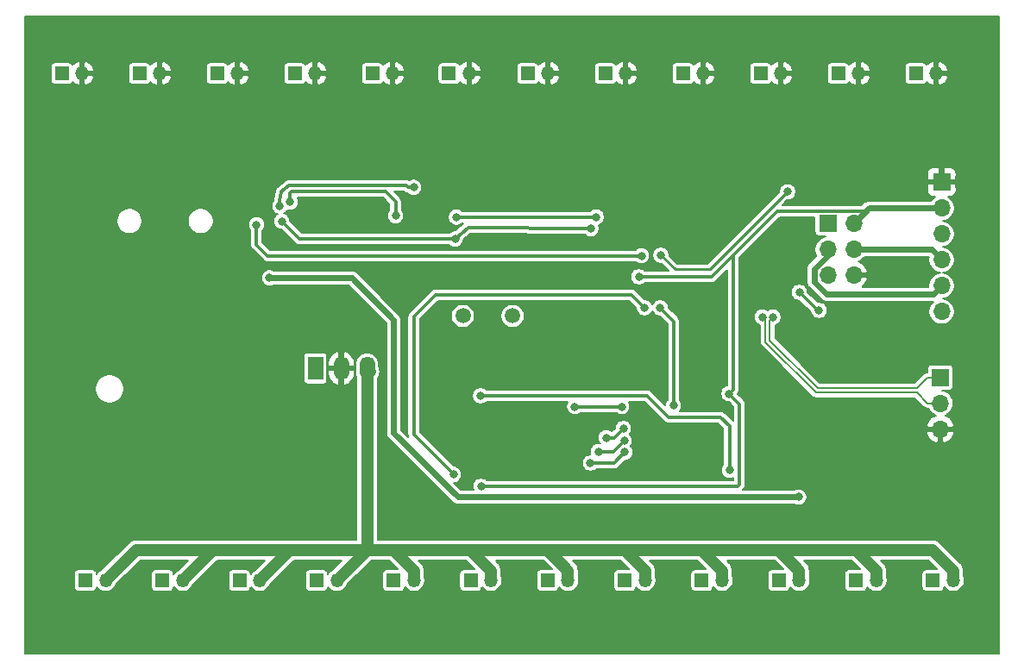
<source format=gbr>
G04 #@! TF.GenerationSoftware,KiCad,Pcbnew,5.1.5-52549c5~84~ubuntu18.04.1*
G04 #@! TF.CreationDate,2020-01-24T11:05:29-05:00*
G04 #@! TF.ProjectId,landfill_board_rev2,6c616e64-6669-46c6-9c5f-626f6172645f,rev?*
G04 #@! TF.SameCoordinates,Original*
G04 #@! TF.FileFunction,Copper,L2,Bot*
G04 #@! TF.FilePolarity,Positive*
%FSLAX46Y46*%
G04 Gerber Fmt 4.6, Leading zero omitted, Abs format (unit mm)*
G04 Created by KiCad (PCBNEW 5.1.5-52549c5~84~ubuntu18.04.1) date 2020-01-24 11:05:29*
%MOMM*%
%LPD*%
G04 APERTURE LIST*
%ADD10R,1.700000X1.700000*%
%ADD11O,1.700000X1.700000*%
%ADD12R,1.350000X1.350000*%
%ADD13O,1.350000X1.350000*%
%ADD14R,1.500000X2.300000*%
%ADD15O,1.500000X2.300000*%
%ADD16C,1.500000*%
%ADD17C,0.800000*%
%ADD18C,1.200000*%
%ADD19C,0.600000*%
%ADD20C,0.350000*%
%ADD21C,0.250000*%
%ADD22C,0.200000*%
%ADD23C,0.150000*%
G04 APERTURE END LIST*
D10*
X137287000Y-131191000D03*
D11*
X137287000Y-133731000D03*
X137287000Y-136271000D03*
D12*
X53372000Y-151130000D03*
D13*
X55372000Y-151130000D03*
D12*
X60934272Y-151130000D03*
D13*
X62934272Y-151130000D03*
D12*
X68496544Y-151130000D03*
D13*
X70496544Y-151130000D03*
D12*
X76058816Y-151130000D03*
D13*
X78058816Y-151130000D03*
D12*
X83621088Y-151130000D03*
D13*
X85621088Y-151130000D03*
D12*
X91183360Y-151130000D03*
D13*
X93183360Y-151130000D03*
D12*
X98745632Y-151130000D03*
D13*
X100745632Y-151130000D03*
D10*
X137414000Y-112014000D03*
D11*
X137414000Y-114554000D03*
X137414000Y-117094000D03*
X137414000Y-119634000D03*
X137414000Y-122174000D03*
X137414000Y-124714000D03*
D13*
X108307904Y-151130000D03*
D12*
X106307904Y-151130000D03*
X113870176Y-151130000D03*
D13*
X115870176Y-151130000D03*
D12*
X121432448Y-151130000D03*
D13*
X123432448Y-151130000D03*
D12*
X128994720Y-151130000D03*
D13*
X130994720Y-151130000D03*
D12*
X136557000Y-151130000D03*
D13*
X138557000Y-151130000D03*
X53054000Y-101346000D03*
D12*
X51054000Y-101346000D03*
D13*
X60674000Y-101346000D03*
D12*
X58674000Y-101346000D03*
D13*
X68294000Y-101346000D03*
D12*
X66294000Y-101346000D03*
D13*
X75914000Y-101346000D03*
D12*
X73914000Y-101346000D03*
D13*
X83534000Y-101346000D03*
D12*
X81534000Y-101346000D03*
X89059000Y-101346000D03*
D13*
X91059000Y-101346000D03*
X98774000Y-101346000D03*
D12*
X96774000Y-101346000D03*
D13*
X106394000Y-101346000D03*
D12*
X104394000Y-101346000D03*
D13*
X114014000Y-101346000D03*
D12*
X112014000Y-101346000D03*
D13*
X121634000Y-101346000D03*
D12*
X119634000Y-101346000D03*
D13*
X129254000Y-101346000D03*
D12*
X127254000Y-101346000D03*
D13*
X136874000Y-101346000D03*
D12*
X134874000Y-101346000D03*
D10*
X126238000Y-116078000D03*
D11*
X128778000Y-116078000D03*
X126238000Y-118618000D03*
X128778000Y-118618000D03*
X126238000Y-121158000D03*
X128778000Y-121158000D03*
D14*
X75946000Y-130302000D03*
D15*
X78486000Y-130302000D03*
X81026000Y-130302000D03*
D16*
X90424000Y-125158500D03*
X95304000Y-125158500D03*
D17*
X107950000Y-122555000D03*
X104775000Y-128905000D03*
X88138000Y-131254500D03*
X70675500Y-114236500D03*
X85598000Y-116332000D03*
X95758000Y-113919000D03*
X133858000Y-120904000D03*
X82296000Y-114617500D03*
X92202000Y-141884400D03*
X116535200Y-132791200D03*
X107696000Y-121310400D03*
X102945600Y-139598400D03*
X106324400Y-138531600D03*
X103720600Y-138480800D03*
X106273600Y-137414000D03*
X104495600Y-137109200D03*
X106185000Y-136209408D03*
X125374400Y-124612400D03*
X123444000Y-122834400D03*
X109855000Y-119189500D03*
X122301000Y-112957040D03*
X123380500Y-142938500D03*
X71437500Y-121412000D03*
X108254800Y-124358400D03*
X89509600Y-140716000D03*
X92151200Y-132994400D03*
X116586000Y-140309600D03*
X109778800Y-124358400D03*
X111099600Y-133959600D03*
X101396800Y-134061200D03*
X106019600Y-134061200D03*
X89776000Y-115456000D03*
X103505000Y-115443000D03*
X72453500Y-114363500D03*
X85598000Y-112522000D03*
X102997000Y-116586000D03*
X89662000Y-117602000D03*
X72644000Y-115868500D03*
X107950000Y-119253000D03*
X70167500Y-116205000D03*
X83820000Y-115316000D03*
X73469500Y-113982500D03*
X120857500Y-125276990D03*
X119807500Y-125276990D03*
D18*
X81026000Y-130354045D02*
X81280000Y-130608045D01*
X81026000Y-130302000D02*
X81026000Y-130354045D01*
X81026000Y-148162816D02*
X78058816Y-151130000D01*
X73463728Y-148162816D02*
X70496544Y-151130000D01*
X81026000Y-148162816D02*
X73463728Y-148162816D01*
X63609271Y-150455001D02*
X62934272Y-151130000D01*
X65901456Y-148162816D02*
X63609271Y-150455001D01*
X73463728Y-148162816D02*
X65901456Y-148162816D01*
X58339184Y-148162816D02*
X55372000Y-151130000D01*
X65901456Y-148162816D02*
X58339184Y-148162816D01*
X85621088Y-150175406D02*
X85621088Y-151130000D01*
X83608498Y-148162816D02*
X85621088Y-150175406D01*
X81026000Y-148162816D02*
X83608498Y-148162816D01*
X93183360Y-150175406D02*
X93183360Y-151130000D01*
X91170770Y-148162816D02*
X93183360Y-150175406D01*
X83608498Y-148162816D02*
X91170770Y-148162816D01*
X100745632Y-150175406D02*
X100745632Y-151130000D01*
X98733042Y-148162816D02*
X100745632Y-150175406D01*
X91170770Y-148162816D02*
X98733042Y-148162816D01*
X108307904Y-150175406D02*
X108307904Y-151130000D01*
X106295314Y-148162816D02*
X108307904Y-150175406D01*
X98733042Y-148162816D02*
X106295314Y-148162816D01*
X115870176Y-150175406D02*
X115870176Y-151130000D01*
X113857586Y-148162816D02*
X115870176Y-150175406D01*
X106295314Y-148162816D02*
X113857586Y-148162816D01*
X123432448Y-150175406D02*
X123432448Y-151130000D01*
X121419858Y-148162816D02*
X123432448Y-150175406D01*
X113857586Y-148162816D02*
X121419858Y-148162816D01*
X130994720Y-150175406D02*
X130994720Y-151130000D01*
X128982130Y-148162816D02*
X130994720Y-150175406D01*
X121419858Y-148162816D02*
X128982130Y-148162816D01*
X138557000Y-150175406D02*
X138557000Y-151130000D01*
X136544410Y-148162816D02*
X138557000Y-150175406D01*
X128982130Y-148162816D02*
X136544410Y-148162816D01*
X81026000Y-130302000D02*
X81026000Y-148162816D01*
D19*
X130302000Y-114554000D02*
X137414000Y-114554000D01*
D20*
X92202000Y-141884400D02*
X117348000Y-141884400D01*
X117348000Y-141884400D02*
X117551200Y-141681200D01*
X117551200Y-141681200D02*
X117551200Y-133807200D01*
X117551200Y-133807200D02*
X116535200Y-132791200D01*
X116935199Y-132391201D02*
X116935199Y-119183201D01*
X116535200Y-132791200D02*
X116935199Y-132391201D01*
X121265401Y-114852999D02*
X129952201Y-114852999D01*
X116935199Y-119183201D02*
X121265401Y-114852999D01*
X129952201Y-114852999D02*
X130200400Y-114604800D01*
D19*
X128778000Y-116078000D02*
X130200400Y-114604800D01*
X130200400Y-114604800D02*
X130302000Y-114554000D01*
D20*
X114808000Y-121310400D02*
X116935199Y-119183201D01*
X107696000Y-121310400D02*
X114808000Y-121310400D01*
X102945600Y-139598400D02*
X105257600Y-139598400D01*
X105257600Y-139598400D02*
X106324400Y-138531600D01*
X103720600Y-138480800D02*
X105206800Y-138480800D01*
X105206800Y-138480800D02*
X106273600Y-137414000D01*
X104495600Y-137109200D02*
X105285208Y-137109200D01*
X105285208Y-137109200D02*
X106185000Y-136209408D01*
D19*
X136398000Y-118618000D02*
X137414000Y-119634000D01*
X128778000Y-118618000D02*
X136398000Y-118618000D01*
X136564001Y-123023999D02*
X137414000Y-122174000D01*
X126105997Y-123023999D02*
X136564001Y-123023999D01*
X124887999Y-121806001D02*
X126105997Y-123023999D01*
X124887999Y-120509999D02*
X124887999Y-121806001D01*
X126238000Y-119159998D02*
X124887999Y-120509999D01*
X126238000Y-118618000D02*
X126238000Y-119159998D01*
D20*
X123444000Y-122834400D02*
X123596400Y-122834400D01*
X125374400Y-124612400D02*
X125222000Y-124612400D01*
X125222000Y-124612400D02*
X123444000Y-122834400D01*
D21*
X109855000Y-119189500D02*
X111252000Y-120586500D01*
X111252000Y-120586500D02*
X114671540Y-120586500D01*
X114671540Y-120586500D02*
X122301000Y-112957040D01*
D19*
X89916000Y-142938500D02*
X83629500Y-136652000D01*
X123380500Y-142938500D02*
X89916000Y-142938500D01*
X83629500Y-136652000D02*
X83629500Y-125539500D01*
X83629500Y-125539500D02*
X79502000Y-121412000D01*
X79502000Y-121412000D02*
X71437500Y-121412000D01*
D20*
X107854801Y-123958401D02*
X107829401Y-123958401D01*
X108254800Y-124358400D02*
X107854801Y-123958401D01*
X107829401Y-123958401D02*
X106934000Y-123063000D01*
X106934000Y-123063000D02*
X87757000Y-123063000D01*
X87757000Y-123063000D02*
X85598000Y-125222000D01*
X85598000Y-136804400D02*
X89509600Y-140716000D01*
X85598000Y-125222000D02*
X85598000Y-136804400D01*
X92151200Y-132994400D02*
X104115201Y-132994400D01*
X104115201Y-132994400D02*
X108508800Y-132994400D01*
X108508800Y-132994400D02*
X110591600Y-135077200D01*
X110591600Y-135077200D02*
X115417600Y-135077200D01*
X115417600Y-135077200D02*
X115722400Y-135077200D01*
X115722400Y-135077200D02*
X116586000Y-135940800D01*
X116586000Y-135940800D02*
X116586000Y-140309600D01*
X109778800Y-124358400D02*
X111099600Y-125679200D01*
X111099600Y-125679200D02*
X111099600Y-133959600D01*
X101396800Y-134061200D02*
X106019600Y-134061200D01*
X89776000Y-115456000D02*
X103492000Y-115456000D01*
X103492000Y-115456000D02*
X103505000Y-115443000D01*
X72453500Y-114363500D02*
X72453500Y-113855500D01*
X72580500Y-112966500D02*
X73342500Y-112331500D01*
X72453500Y-113855500D02*
X72580500Y-112966500D01*
X84841815Y-112331500D02*
X73342500Y-112331500D01*
X85032315Y-112522000D02*
X84841815Y-112331500D01*
X85598000Y-112522000D02*
X85032315Y-112522000D01*
X102942999Y-116531999D02*
X102997000Y-116586000D01*
X89662000Y-117602000D02*
X90932000Y-116459000D01*
X90932000Y-116459000D02*
X102942999Y-116531999D01*
X89662000Y-117602000D02*
X74377500Y-117602000D01*
X74377500Y-117602000D02*
X72644000Y-115868500D01*
X107950000Y-119253000D02*
X71247000Y-119253000D01*
X70167500Y-118173500D02*
X70167500Y-116205000D01*
X71247000Y-119253000D02*
X70167500Y-118173500D01*
X73469500Y-113110846D02*
X73469500Y-113982500D01*
X82804000Y-112945010D02*
X73635336Y-112945010D01*
X73635336Y-112945010D02*
X73469500Y-113110846D01*
X83820000Y-115316000D02*
X83820000Y-113919000D01*
X83820000Y-113919000D02*
X82804000Y-112945010D01*
D22*
X125251700Y-132236000D02*
X134966999Y-132236000D01*
X120557500Y-127541800D02*
X125251700Y-132236000D01*
X120557500Y-125576990D02*
X120557500Y-127541800D01*
X120857500Y-125276990D02*
X120557500Y-125576990D01*
X134966999Y-132236000D02*
X136011999Y-131191000D01*
X136011999Y-131191000D02*
X137287000Y-131191000D01*
X136011999Y-133731000D02*
X137287000Y-133731000D01*
X134966999Y-132686000D02*
X136011999Y-133731000D01*
X120107500Y-127728200D02*
X125065300Y-132686000D01*
X119807500Y-125276990D02*
X120107500Y-125576990D01*
X125065300Y-132686000D02*
X134966999Y-132686000D01*
X120107500Y-125576990D02*
X120107500Y-127728200D01*
D23*
G36*
X143035001Y-158275000D02*
G01*
X47465000Y-158275000D01*
X47465000Y-150455000D01*
X52269944Y-150455000D01*
X52269944Y-151805000D01*
X52278150Y-151888314D01*
X52302452Y-151968427D01*
X52341916Y-152042260D01*
X52395026Y-152106974D01*
X52459740Y-152160084D01*
X52533573Y-152199548D01*
X52613686Y-152223850D01*
X52697000Y-152232056D01*
X54047000Y-152232056D01*
X54130314Y-152223850D01*
X54210427Y-152199548D01*
X54284260Y-152160084D01*
X54348974Y-152106974D01*
X54402084Y-152042260D01*
X54441548Y-151968427D01*
X54465850Y-151888314D01*
X54474056Y-151805000D01*
X54474056Y-151766078D01*
X54517575Y-151831209D01*
X54670791Y-151984425D01*
X54850955Y-152104807D01*
X55051142Y-152187727D01*
X55263659Y-152230000D01*
X55480341Y-152230000D01*
X55692858Y-152187727D01*
X55893045Y-152104807D01*
X56073209Y-151984425D01*
X56226425Y-151831209D01*
X56346807Y-151651045D01*
X56379535Y-151572032D01*
X58763753Y-149187816D01*
X63426889Y-149187816D01*
X62920096Y-149694609D01*
X62920091Y-149694613D01*
X62492240Y-150122465D01*
X62413227Y-150155193D01*
X62233063Y-150275575D01*
X62079847Y-150428791D01*
X62036328Y-150493922D01*
X62036328Y-150455000D01*
X62028122Y-150371686D01*
X62003820Y-150291573D01*
X61964356Y-150217740D01*
X61911246Y-150153026D01*
X61846532Y-150099916D01*
X61772699Y-150060452D01*
X61692586Y-150036150D01*
X61609272Y-150027944D01*
X60259272Y-150027944D01*
X60175958Y-150036150D01*
X60095845Y-150060452D01*
X60022012Y-150099916D01*
X59957298Y-150153026D01*
X59904188Y-150217740D01*
X59864724Y-150291573D01*
X59840422Y-150371686D01*
X59832216Y-150455000D01*
X59832216Y-151805000D01*
X59840422Y-151888314D01*
X59864724Y-151968427D01*
X59904188Y-152042260D01*
X59957298Y-152106974D01*
X60022012Y-152160084D01*
X60095845Y-152199548D01*
X60175958Y-152223850D01*
X60259272Y-152232056D01*
X61609272Y-152232056D01*
X61692586Y-152223850D01*
X61772699Y-152199548D01*
X61846532Y-152160084D01*
X61911246Y-152106974D01*
X61964356Y-152042260D01*
X62003820Y-151968427D01*
X62028122Y-151888314D01*
X62036328Y-151805000D01*
X62036328Y-151766078D01*
X62079847Y-151831209D01*
X62233063Y-151984425D01*
X62413227Y-152104807D01*
X62613414Y-152187727D01*
X62825931Y-152230000D01*
X63042613Y-152230000D01*
X63255130Y-152187727D01*
X63455317Y-152104807D01*
X63635481Y-151984425D01*
X63788697Y-151831209D01*
X63909079Y-151651045D01*
X63941807Y-151572032D01*
X64369659Y-151144181D01*
X64369663Y-151144176D01*
X66326024Y-149187816D01*
X70989160Y-149187816D01*
X70054512Y-150122465D01*
X69975499Y-150155193D01*
X69795335Y-150275575D01*
X69642119Y-150428791D01*
X69598600Y-150493922D01*
X69598600Y-150455000D01*
X69590394Y-150371686D01*
X69566092Y-150291573D01*
X69526628Y-150217740D01*
X69473518Y-150153026D01*
X69408804Y-150099916D01*
X69334971Y-150060452D01*
X69254858Y-150036150D01*
X69171544Y-150027944D01*
X67821544Y-150027944D01*
X67738230Y-150036150D01*
X67658117Y-150060452D01*
X67584284Y-150099916D01*
X67519570Y-150153026D01*
X67466460Y-150217740D01*
X67426996Y-150291573D01*
X67402694Y-150371686D01*
X67394488Y-150455000D01*
X67394488Y-151805000D01*
X67402694Y-151888314D01*
X67426996Y-151968427D01*
X67466460Y-152042260D01*
X67519570Y-152106974D01*
X67584284Y-152160084D01*
X67658117Y-152199548D01*
X67738230Y-152223850D01*
X67821544Y-152232056D01*
X69171544Y-152232056D01*
X69254858Y-152223850D01*
X69334971Y-152199548D01*
X69408804Y-152160084D01*
X69473518Y-152106974D01*
X69526628Y-152042260D01*
X69566092Y-151968427D01*
X69590394Y-151888314D01*
X69598600Y-151805000D01*
X69598600Y-151766078D01*
X69642119Y-151831209D01*
X69795335Y-151984425D01*
X69975499Y-152104807D01*
X70175686Y-152187727D01*
X70388203Y-152230000D01*
X70604885Y-152230000D01*
X70817402Y-152187727D01*
X71017589Y-152104807D01*
X71197753Y-151984425D01*
X71350969Y-151831209D01*
X71471351Y-151651045D01*
X71504079Y-151572032D01*
X73888297Y-149187816D01*
X78551432Y-149187816D01*
X77616784Y-150122465D01*
X77537771Y-150155193D01*
X77357607Y-150275575D01*
X77204391Y-150428791D01*
X77160872Y-150493922D01*
X77160872Y-150455000D01*
X77152666Y-150371686D01*
X77128364Y-150291573D01*
X77088900Y-150217740D01*
X77035790Y-150153026D01*
X76971076Y-150099916D01*
X76897243Y-150060452D01*
X76817130Y-150036150D01*
X76733816Y-150027944D01*
X75383816Y-150027944D01*
X75300502Y-150036150D01*
X75220389Y-150060452D01*
X75146556Y-150099916D01*
X75081842Y-150153026D01*
X75028732Y-150217740D01*
X74989268Y-150291573D01*
X74964966Y-150371686D01*
X74956760Y-150455000D01*
X74956760Y-151805000D01*
X74964966Y-151888314D01*
X74989268Y-151968427D01*
X75028732Y-152042260D01*
X75081842Y-152106974D01*
X75146556Y-152160084D01*
X75220389Y-152199548D01*
X75300502Y-152223850D01*
X75383816Y-152232056D01*
X76733816Y-152232056D01*
X76817130Y-152223850D01*
X76897243Y-152199548D01*
X76971076Y-152160084D01*
X77035790Y-152106974D01*
X77088900Y-152042260D01*
X77128364Y-151968427D01*
X77152666Y-151888314D01*
X77160872Y-151805000D01*
X77160872Y-151766078D01*
X77204391Y-151831209D01*
X77357607Y-151984425D01*
X77537771Y-152104807D01*
X77737958Y-152187727D01*
X77950475Y-152230000D01*
X78167157Y-152230000D01*
X78379674Y-152187727D01*
X78579861Y-152104807D01*
X78760025Y-151984425D01*
X78913241Y-151831209D01*
X79033623Y-151651045D01*
X79066351Y-151572032D01*
X81450569Y-149187816D01*
X83183931Y-149187816D01*
X84024058Y-150027944D01*
X82946088Y-150027944D01*
X82862774Y-150036150D01*
X82782661Y-150060452D01*
X82708828Y-150099916D01*
X82644114Y-150153026D01*
X82591004Y-150217740D01*
X82551540Y-150291573D01*
X82527238Y-150371686D01*
X82519032Y-150455000D01*
X82519032Y-151805000D01*
X82527238Y-151888314D01*
X82551540Y-151968427D01*
X82591004Y-152042260D01*
X82644114Y-152106974D01*
X82708828Y-152160084D01*
X82782661Y-152199548D01*
X82862774Y-152223850D01*
X82946088Y-152232056D01*
X84296088Y-152232056D01*
X84379402Y-152223850D01*
X84459515Y-152199548D01*
X84533348Y-152160084D01*
X84598062Y-152106974D01*
X84651172Y-152042260D01*
X84690636Y-151968427D01*
X84714938Y-151888314D01*
X84723144Y-151805000D01*
X84723144Y-151766078D01*
X84766663Y-151831209D01*
X84919879Y-151984425D01*
X85100043Y-152104807D01*
X85300230Y-152187727D01*
X85512747Y-152230000D01*
X85729429Y-152230000D01*
X85941946Y-152187727D01*
X86142133Y-152104807D01*
X86322297Y-151984425D01*
X86475513Y-151831209D01*
X86595895Y-151651045D01*
X86678815Y-151450858D01*
X86721088Y-151238341D01*
X86721088Y-151021659D01*
X86678815Y-150809142D01*
X86646088Y-150730132D01*
X86646088Y-150225748D01*
X86651046Y-150175405D01*
X86646088Y-150125062D01*
X86646088Y-150125055D01*
X86631257Y-149974471D01*
X86572646Y-149781258D01*
X86477468Y-149603191D01*
X86349379Y-149447115D01*
X86310264Y-149415014D01*
X86083066Y-149187816D01*
X90746203Y-149187816D01*
X91586330Y-150027944D01*
X90508360Y-150027944D01*
X90425046Y-150036150D01*
X90344933Y-150060452D01*
X90271100Y-150099916D01*
X90206386Y-150153026D01*
X90153276Y-150217740D01*
X90113812Y-150291573D01*
X90089510Y-150371686D01*
X90081304Y-150455000D01*
X90081304Y-151805000D01*
X90089510Y-151888314D01*
X90113812Y-151968427D01*
X90153276Y-152042260D01*
X90206386Y-152106974D01*
X90271100Y-152160084D01*
X90344933Y-152199548D01*
X90425046Y-152223850D01*
X90508360Y-152232056D01*
X91858360Y-152232056D01*
X91941674Y-152223850D01*
X92021787Y-152199548D01*
X92095620Y-152160084D01*
X92160334Y-152106974D01*
X92213444Y-152042260D01*
X92252908Y-151968427D01*
X92277210Y-151888314D01*
X92285416Y-151805000D01*
X92285416Y-151766078D01*
X92328935Y-151831209D01*
X92482151Y-151984425D01*
X92662315Y-152104807D01*
X92862502Y-152187727D01*
X93075019Y-152230000D01*
X93291701Y-152230000D01*
X93504218Y-152187727D01*
X93704405Y-152104807D01*
X93884569Y-151984425D01*
X94037785Y-151831209D01*
X94158167Y-151651045D01*
X94241087Y-151450858D01*
X94283360Y-151238341D01*
X94283360Y-151021659D01*
X94241087Y-150809142D01*
X94208360Y-150730132D01*
X94208360Y-150225748D01*
X94213318Y-150175405D01*
X94208360Y-150125062D01*
X94208360Y-150125055D01*
X94193529Y-149974471D01*
X94134918Y-149781258D01*
X94039740Y-149603191D01*
X93911651Y-149447115D01*
X93872536Y-149415014D01*
X93645338Y-149187816D01*
X98308475Y-149187816D01*
X99148602Y-150027944D01*
X98070632Y-150027944D01*
X97987318Y-150036150D01*
X97907205Y-150060452D01*
X97833372Y-150099916D01*
X97768658Y-150153026D01*
X97715548Y-150217740D01*
X97676084Y-150291573D01*
X97651782Y-150371686D01*
X97643576Y-150455000D01*
X97643576Y-151805000D01*
X97651782Y-151888314D01*
X97676084Y-151968427D01*
X97715548Y-152042260D01*
X97768658Y-152106974D01*
X97833372Y-152160084D01*
X97907205Y-152199548D01*
X97987318Y-152223850D01*
X98070632Y-152232056D01*
X99420632Y-152232056D01*
X99503946Y-152223850D01*
X99584059Y-152199548D01*
X99657892Y-152160084D01*
X99722606Y-152106974D01*
X99775716Y-152042260D01*
X99815180Y-151968427D01*
X99839482Y-151888314D01*
X99847688Y-151805000D01*
X99847688Y-151766078D01*
X99891207Y-151831209D01*
X100044423Y-151984425D01*
X100224587Y-152104807D01*
X100424774Y-152187727D01*
X100637291Y-152230000D01*
X100853973Y-152230000D01*
X101066490Y-152187727D01*
X101266677Y-152104807D01*
X101446841Y-151984425D01*
X101600057Y-151831209D01*
X101720439Y-151651045D01*
X101803359Y-151450858D01*
X101845632Y-151238341D01*
X101845632Y-151021659D01*
X101803359Y-150809142D01*
X101770632Y-150730132D01*
X101770632Y-150225748D01*
X101775590Y-150175405D01*
X101770632Y-150125062D01*
X101770632Y-150125055D01*
X101755801Y-149974471D01*
X101697190Y-149781258D01*
X101602012Y-149603191D01*
X101473923Y-149447115D01*
X101434808Y-149415014D01*
X101207610Y-149187816D01*
X105870747Y-149187816D01*
X106710874Y-150027944D01*
X105632904Y-150027944D01*
X105549590Y-150036150D01*
X105469477Y-150060452D01*
X105395644Y-150099916D01*
X105330930Y-150153026D01*
X105277820Y-150217740D01*
X105238356Y-150291573D01*
X105214054Y-150371686D01*
X105205848Y-150455000D01*
X105205848Y-151805000D01*
X105214054Y-151888314D01*
X105238356Y-151968427D01*
X105277820Y-152042260D01*
X105330930Y-152106974D01*
X105395644Y-152160084D01*
X105469477Y-152199548D01*
X105549590Y-152223850D01*
X105632904Y-152232056D01*
X106982904Y-152232056D01*
X107066218Y-152223850D01*
X107146331Y-152199548D01*
X107220164Y-152160084D01*
X107284878Y-152106974D01*
X107337988Y-152042260D01*
X107377452Y-151968427D01*
X107401754Y-151888314D01*
X107409960Y-151805000D01*
X107409960Y-151766078D01*
X107453479Y-151831209D01*
X107606695Y-151984425D01*
X107786859Y-152104807D01*
X107987046Y-152187727D01*
X108199563Y-152230000D01*
X108416245Y-152230000D01*
X108628762Y-152187727D01*
X108828949Y-152104807D01*
X109009113Y-151984425D01*
X109162329Y-151831209D01*
X109282711Y-151651045D01*
X109365631Y-151450858D01*
X109407904Y-151238341D01*
X109407904Y-151021659D01*
X109365631Y-150809142D01*
X109332904Y-150730132D01*
X109332904Y-150225748D01*
X109337862Y-150175405D01*
X109332904Y-150125062D01*
X109332904Y-150125055D01*
X109318073Y-149974471D01*
X109259462Y-149781258D01*
X109164284Y-149603191D01*
X109036195Y-149447115D01*
X108997080Y-149415014D01*
X108769882Y-149187816D01*
X113433019Y-149187816D01*
X114273146Y-150027944D01*
X113195176Y-150027944D01*
X113111862Y-150036150D01*
X113031749Y-150060452D01*
X112957916Y-150099916D01*
X112893202Y-150153026D01*
X112840092Y-150217740D01*
X112800628Y-150291573D01*
X112776326Y-150371686D01*
X112768120Y-150455000D01*
X112768120Y-151805000D01*
X112776326Y-151888314D01*
X112800628Y-151968427D01*
X112840092Y-152042260D01*
X112893202Y-152106974D01*
X112957916Y-152160084D01*
X113031749Y-152199548D01*
X113111862Y-152223850D01*
X113195176Y-152232056D01*
X114545176Y-152232056D01*
X114628490Y-152223850D01*
X114708603Y-152199548D01*
X114782436Y-152160084D01*
X114847150Y-152106974D01*
X114900260Y-152042260D01*
X114939724Y-151968427D01*
X114964026Y-151888314D01*
X114972232Y-151805000D01*
X114972232Y-151766078D01*
X115015751Y-151831209D01*
X115168967Y-151984425D01*
X115349131Y-152104807D01*
X115549318Y-152187727D01*
X115761835Y-152230000D01*
X115978517Y-152230000D01*
X116191034Y-152187727D01*
X116391221Y-152104807D01*
X116571385Y-151984425D01*
X116724601Y-151831209D01*
X116844983Y-151651045D01*
X116927903Y-151450858D01*
X116970176Y-151238341D01*
X116970176Y-151021659D01*
X116927903Y-150809142D01*
X116895176Y-150730132D01*
X116895176Y-150225748D01*
X116900134Y-150175405D01*
X116895176Y-150125062D01*
X116895176Y-150125055D01*
X116880345Y-149974471D01*
X116821734Y-149781258D01*
X116726556Y-149603191D01*
X116598467Y-149447115D01*
X116559352Y-149415014D01*
X116332154Y-149187816D01*
X120995291Y-149187816D01*
X121835418Y-150027944D01*
X120757448Y-150027944D01*
X120674134Y-150036150D01*
X120594021Y-150060452D01*
X120520188Y-150099916D01*
X120455474Y-150153026D01*
X120402364Y-150217740D01*
X120362900Y-150291573D01*
X120338598Y-150371686D01*
X120330392Y-150455000D01*
X120330392Y-151805000D01*
X120338598Y-151888314D01*
X120362900Y-151968427D01*
X120402364Y-152042260D01*
X120455474Y-152106974D01*
X120520188Y-152160084D01*
X120594021Y-152199548D01*
X120674134Y-152223850D01*
X120757448Y-152232056D01*
X122107448Y-152232056D01*
X122190762Y-152223850D01*
X122270875Y-152199548D01*
X122344708Y-152160084D01*
X122409422Y-152106974D01*
X122462532Y-152042260D01*
X122501996Y-151968427D01*
X122526298Y-151888314D01*
X122534504Y-151805000D01*
X122534504Y-151766078D01*
X122578023Y-151831209D01*
X122731239Y-151984425D01*
X122911403Y-152104807D01*
X123111590Y-152187727D01*
X123324107Y-152230000D01*
X123540789Y-152230000D01*
X123753306Y-152187727D01*
X123953493Y-152104807D01*
X124133657Y-151984425D01*
X124286873Y-151831209D01*
X124407255Y-151651045D01*
X124490175Y-151450858D01*
X124532448Y-151238341D01*
X124532448Y-151021659D01*
X124490175Y-150809142D01*
X124457448Y-150730132D01*
X124457448Y-150225748D01*
X124462406Y-150175405D01*
X124457448Y-150125062D01*
X124457448Y-150125055D01*
X124442617Y-149974471D01*
X124384006Y-149781258D01*
X124288828Y-149603191D01*
X124160739Y-149447115D01*
X124121624Y-149415014D01*
X123894426Y-149187816D01*
X128557563Y-149187816D01*
X129397690Y-150027944D01*
X128319720Y-150027944D01*
X128236406Y-150036150D01*
X128156293Y-150060452D01*
X128082460Y-150099916D01*
X128017746Y-150153026D01*
X127964636Y-150217740D01*
X127925172Y-150291573D01*
X127900870Y-150371686D01*
X127892664Y-150455000D01*
X127892664Y-151805000D01*
X127900870Y-151888314D01*
X127925172Y-151968427D01*
X127964636Y-152042260D01*
X128017746Y-152106974D01*
X128082460Y-152160084D01*
X128156293Y-152199548D01*
X128236406Y-152223850D01*
X128319720Y-152232056D01*
X129669720Y-152232056D01*
X129753034Y-152223850D01*
X129833147Y-152199548D01*
X129906980Y-152160084D01*
X129971694Y-152106974D01*
X130024804Y-152042260D01*
X130064268Y-151968427D01*
X130088570Y-151888314D01*
X130096776Y-151805000D01*
X130096776Y-151766078D01*
X130140295Y-151831209D01*
X130293511Y-151984425D01*
X130473675Y-152104807D01*
X130673862Y-152187727D01*
X130886379Y-152230000D01*
X131103061Y-152230000D01*
X131315578Y-152187727D01*
X131515765Y-152104807D01*
X131695929Y-151984425D01*
X131849145Y-151831209D01*
X131969527Y-151651045D01*
X132052447Y-151450858D01*
X132094720Y-151238341D01*
X132094720Y-151021659D01*
X132052447Y-150809142D01*
X132019720Y-150730132D01*
X132019720Y-150225748D01*
X132024678Y-150175405D01*
X132019720Y-150125062D01*
X132019720Y-150125055D01*
X132004889Y-149974471D01*
X131946278Y-149781258D01*
X131851100Y-149603191D01*
X131723011Y-149447115D01*
X131683896Y-149415014D01*
X131456698Y-149187816D01*
X136119843Y-149187816D01*
X136959970Y-150027944D01*
X135882000Y-150027944D01*
X135798686Y-150036150D01*
X135718573Y-150060452D01*
X135644740Y-150099916D01*
X135580026Y-150153026D01*
X135526916Y-150217740D01*
X135487452Y-150291573D01*
X135463150Y-150371686D01*
X135454944Y-150455000D01*
X135454944Y-151805000D01*
X135463150Y-151888314D01*
X135487452Y-151968427D01*
X135526916Y-152042260D01*
X135580026Y-152106974D01*
X135644740Y-152160084D01*
X135718573Y-152199548D01*
X135798686Y-152223850D01*
X135882000Y-152232056D01*
X137232000Y-152232056D01*
X137315314Y-152223850D01*
X137395427Y-152199548D01*
X137469260Y-152160084D01*
X137533974Y-152106974D01*
X137587084Y-152042260D01*
X137626548Y-151968427D01*
X137650850Y-151888314D01*
X137659056Y-151805000D01*
X137659056Y-151766078D01*
X137702575Y-151831209D01*
X137855791Y-151984425D01*
X138035955Y-152104807D01*
X138236142Y-152187727D01*
X138448659Y-152230000D01*
X138665341Y-152230000D01*
X138877858Y-152187727D01*
X139078045Y-152104807D01*
X139258209Y-151984425D01*
X139411425Y-151831209D01*
X139531807Y-151651045D01*
X139614727Y-151450858D01*
X139657000Y-151238341D01*
X139657000Y-151021659D01*
X139614727Y-150809142D01*
X139582000Y-150730132D01*
X139582000Y-150225748D01*
X139586958Y-150175405D01*
X139582000Y-150125062D01*
X139582000Y-150125055D01*
X139567169Y-149974471D01*
X139508558Y-149781258D01*
X139413380Y-149603191D01*
X139285291Y-149447115D01*
X139246176Y-149415014D01*
X137304807Y-147473646D01*
X137272701Y-147434525D01*
X137116625Y-147306436D01*
X136938558Y-147211258D01*
X136745345Y-147152647D01*
X136594761Y-147137816D01*
X136594760Y-147137816D01*
X136544410Y-147132857D01*
X136494060Y-147137816D01*
X129032480Y-147137816D01*
X128982130Y-147132857D01*
X128931780Y-147137816D01*
X121470208Y-147137816D01*
X121419858Y-147132857D01*
X121369508Y-147137816D01*
X113907936Y-147137816D01*
X113857586Y-147132857D01*
X113807236Y-147137816D01*
X106345664Y-147137816D01*
X106295314Y-147132857D01*
X106244964Y-147137816D01*
X98783392Y-147137816D01*
X98733042Y-147132857D01*
X98682692Y-147137816D01*
X91221120Y-147137816D01*
X91170770Y-147132857D01*
X91120420Y-147137816D01*
X83658848Y-147137816D01*
X83608498Y-147132857D01*
X83558148Y-147137816D01*
X82051000Y-147137816D01*
X82051000Y-131284293D01*
X82136379Y-131180259D01*
X82231557Y-131002193D01*
X82290169Y-130808979D01*
X82309958Y-130608044D01*
X82290169Y-130407109D01*
X82231557Y-130213897D01*
X82201000Y-130156728D01*
X82201000Y-129844280D01*
X82183998Y-129671660D01*
X82116811Y-129450171D01*
X82007704Y-129246047D01*
X81860870Y-129067130D01*
X81681952Y-128920296D01*
X81477828Y-128811189D01*
X81256339Y-128744002D01*
X81026000Y-128721315D01*
X80795660Y-128744002D01*
X80574171Y-128811189D01*
X80370047Y-128920296D01*
X80191130Y-129067130D01*
X80044296Y-129246048D01*
X79935189Y-129450172D01*
X79868002Y-129671661D01*
X79851000Y-129844281D01*
X79851000Y-130759720D01*
X79868002Y-130932340D01*
X79935189Y-131153829D01*
X80001000Y-131276951D01*
X80001001Y-147137816D01*
X73514079Y-147137816D01*
X73463728Y-147132857D01*
X73413377Y-147137816D01*
X65951798Y-147137816D01*
X65901455Y-147132858D01*
X65851112Y-147137816D01*
X58389535Y-147137816D01*
X58339184Y-147132857D01*
X58288833Y-147137816D01*
X58138249Y-147152647D01*
X57945036Y-147211258D01*
X57766969Y-147306436D01*
X57610893Y-147434525D01*
X57578796Y-147473635D01*
X54929968Y-150122465D01*
X54850955Y-150155193D01*
X54670791Y-150275575D01*
X54517575Y-150428791D01*
X54474056Y-150493922D01*
X54474056Y-150455000D01*
X54465850Y-150371686D01*
X54441548Y-150291573D01*
X54402084Y-150217740D01*
X54348974Y-150153026D01*
X54284260Y-150099916D01*
X54210427Y-150060452D01*
X54130314Y-150036150D01*
X54047000Y-150027944D01*
X52697000Y-150027944D01*
X52613686Y-150036150D01*
X52533573Y-150060452D01*
X52459740Y-150099916D01*
X52395026Y-150153026D01*
X52341916Y-150217740D01*
X52302452Y-150291573D01*
X52278150Y-150371686D01*
X52269944Y-150455000D01*
X47465000Y-150455000D01*
X47465000Y-132193650D01*
X54313000Y-132193650D01*
X54313000Y-132474350D01*
X54367762Y-132749657D01*
X54475181Y-133008991D01*
X54631130Y-133242385D01*
X54829615Y-133440870D01*
X55063009Y-133596819D01*
X55322343Y-133704238D01*
X55597650Y-133759000D01*
X55878350Y-133759000D01*
X56153657Y-133704238D01*
X56412991Y-133596819D01*
X56646385Y-133440870D01*
X56844870Y-133242385D01*
X57000819Y-133008991D01*
X57108238Y-132749657D01*
X57163000Y-132474350D01*
X57163000Y-132193650D01*
X57108238Y-131918343D01*
X57000819Y-131659009D01*
X56844870Y-131425615D01*
X56646385Y-131227130D01*
X56412991Y-131071181D01*
X56153657Y-130963762D01*
X55878350Y-130909000D01*
X55597650Y-130909000D01*
X55322343Y-130963762D01*
X55063009Y-131071181D01*
X54829615Y-131227130D01*
X54631130Y-131425615D01*
X54475181Y-131659009D01*
X54367762Y-131918343D01*
X54313000Y-132193650D01*
X47465000Y-132193650D01*
X47465000Y-129152000D01*
X74768944Y-129152000D01*
X74768944Y-131452000D01*
X74777150Y-131535314D01*
X74801452Y-131615427D01*
X74840916Y-131689260D01*
X74894026Y-131753974D01*
X74958740Y-131807084D01*
X75032573Y-131846548D01*
X75112686Y-131870850D01*
X75196000Y-131879056D01*
X76696000Y-131879056D01*
X76779314Y-131870850D01*
X76859427Y-131846548D01*
X76933260Y-131807084D01*
X76997974Y-131753974D01*
X77051084Y-131689260D01*
X77090548Y-131615427D01*
X77114850Y-131535314D01*
X77123056Y-131452000D01*
X77123056Y-130481000D01*
X77153000Y-130481000D01*
X77153000Y-130881000D01*
X77213534Y-131137616D01*
X77322969Y-131377492D01*
X77477098Y-131591409D01*
X77669999Y-131771146D01*
X77894258Y-131909797D01*
X78102565Y-131978662D01*
X78307000Y-131875679D01*
X78307000Y-130481000D01*
X78665000Y-130481000D01*
X78665000Y-131875679D01*
X78869435Y-131978662D01*
X79077742Y-131909797D01*
X79302001Y-131771146D01*
X79494902Y-131591409D01*
X79649031Y-131377492D01*
X79758466Y-131137616D01*
X79819000Y-130881000D01*
X79819000Y-130481000D01*
X78665000Y-130481000D01*
X78307000Y-130481000D01*
X77153000Y-130481000D01*
X77123056Y-130481000D01*
X77123056Y-129723000D01*
X77153000Y-129723000D01*
X77153000Y-130123000D01*
X78307000Y-130123000D01*
X78307000Y-128728321D01*
X78665000Y-128728321D01*
X78665000Y-130123000D01*
X79819000Y-130123000D01*
X79819000Y-129723000D01*
X79758466Y-129466384D01*
X79649031Y-129226508D01*
X79494902Y-129012591D01*
X79302001Y-128832854D01*
X79077742Y-128694203D01*
X78869435Y-128625338D01*
X78665000Y-128728321D01*
X78307000Y-128728321D01*
X78102565Y-128625338D01*
X77894258Y-128694203D01*
X77669999Y-128832854D01*
X77477098Y-129012591D01*
X77322969Y-129226508D01*
X77213534Y-129466384D01*
X77153000Y-129723000D01*
X77123056Y-129723000D01*
X77123056Y-129152000D01*
X77114850Y-129068686D01*
X77090548Y-128988573D01*
X77051084Y-128914740D01*
X76997974Y-128850026D01*
X76933260Y-128796916D01*
X76859427Y-128757452D01*
X76779314Y-128733150D01*
X76696000Y-128724944D01*
X75196000Y-128724944D01*
X75112686Y-128733150D01*
X75032573Y-128757452D01*
X74958740Y-128796916D01*
X74894026Y-128850026D01*
X74840916Y-128914740D01*
X74801452Y-128988573D01*
X74777150Y-129068686D01*
X74768944Y-129152000D01*
X47465000Y-129152000D01*
X47465000Y-121330745D01*
X70612500Y-121330745D01*
X70612500Y-121493255D01*
X70644204Y-121652644D01*
X70706394Y-121802784D01*
X70796681Y-121937907D01*
X70911593Y-122052819D01*
X71046716Y-122143106D01*
X71196856Y-122205296D01*
X71356245Y-122237000D01*
X71518755Y-122237000D01*
X71678144Y-122205296D01*
X71828284Y-122143106D01*
X71837422Y-122137000D01*
X79201696Y-122137000D01*
X82904501Y-125839806D01*
X82904500Y-136616403D01*
X82900994Y-136652000D01*
X82904500Y-136687597D01*
X82904500Y-136687606D01*
X82914991Y-136794124D01*
X82937570Y-136868556D01*
X82956447Y-136930787D01*
X83023769Y-137056736D01*
X83091573Y-137139355D01*
X83114368Y-137167131D01*
X83142024Y-137189828D01*
X89378172Y-143425977D01*
X89400868Y-143453632D01*
X89428523Y-143476328D01*
X89428525Y-143476330D01*
X89511263Y-143544232D01*
X89637212Y-143611553D01*
X89773875Y-143653009D01*
X89880393Y-143663500D01*
X89880400Y-143663500D01*
X89916000Y-143667006D01*
X89951600Y-143663500D01*
X122980578Y-143663500D01*
X122989716Y-143669606D01*
X123139856Y-143731796D01*
X123299245Y-143763500D01*
X123461755Y-143763500D01*
X123621144Y-143731796D01*
X123771284Y-143669606D01*
X123906407Y-143579319D01*
X124021319Y-143464407D01*
X124111606Y-143329284D01*
X124173796Y-143179144D01*
X124205500Y-143019755D01*
X124205500Y-142857245D01*
X124173796Y-142697856D01*
X124111606Y-142547716D01*
X124021319Y-142412593D01*
X123906407Y-142297681D01*
X123771284Y-142207394D01*
X123621144Y-142145204D01*
X123461755Y-142113500D01*
X123299245Y-142113500D01*
X123139856Y-142145204D01*
X122989716Y-142207394D01*
X122980578Y-142213500D01*
X117867427Y-142213500D01*
X117954615Y-142126312D01*
X117977517Y-142107517D01*
X118052496Y-142016155D01*
X118108210Y-141911921D01*
X118142518Y-141798821D01*
X118151200Y-141710674D01*
X118151200Y-141710673D01*
X118154103Y-141681201D01*
X118151200Y-141651727D01*
X118151200Y-136670211D01*
X135910730Y-136670211D01*
X135920877Y-136703685D01*
X136031539Y-136961889D01*
X136190448Y-137193542D01*
X136391497Y-137389742D01*
X136626960Y-137542950D01*
X136887788Y-137647277D01*
X137108000Y-137547033D01*
X137108000Y-136450000D01*
X137466000Y-136450000D01*
X137466000Y-137547033D01*
X137686212Y-137647277D01*
X137947040Y-137542950D01*
X138182503Y-137389742D01*
X138383552Y-137193542D01*
X138542461Y-136961889D01*
X138653123Y-136703685D01*
X138663270Y-136670211D01*
X138561744Y-136450000D01*
X137466000Y-136450000D01*
X137108000Y-136450000D01*
X136012256Y-136450000D01*
X135910730Y-136670211D01*
X118151200Y-136670211D01*
X118151200Y-133836674D01*
X118154103Y-133807200D01*
X118142518Y-133689579D01*
X118120259Y-133616200D01*
X118108210Y-133576479D01*
X118052496Y-133472245D01*
X117977517Y-133380883D01*
X117954619Y-133362091D01*
X117383391Y-132790863D01*
X117436495Y-132726156D01*
X117492209Y-132621922D01*
X117526517Y-132508822D01*
X117530532Y-132468056D01*
X117538102Y-132391202D01*
X117535199Y-132361728D01*
X117535199Y-125195735D01*
X118982500Y-125195735D01*
X118982500Y-125358245D01*
X119014204Y-125517634D01*
X119076394Y-125667774D01*
X119166681Y-125802897D01*
X119281593Y-125917809D01*
X119416716Y-126008096D01*
X119566856Y-126070286D01*
X119582500Y-126073398D01*
X119582501Y-127702410D01*
X119579961Y-127728200D01*
X119590097Y-127831117D01*
X119620117Y-127930080D01*
X119668867Y-128021285D01*
X119668868Y-128021286D01*
X119734474Y-128101227D01*
X119754505Y-128117666D01*
X124675834Y-133038996D01*
X124692273Y-133059027D01*
X124772214Y-133124633D01*
X124863419Y-133173383D01*
X124962382Y-133203403D01*
X125039512Y-133211000D01*
X125039520Y-133211000D01*
X125065300Y-133213539D01*
X125091080Y-133211000D01*
X134749538Y-133211000D01*
X135622533Y-134083996D01*
X135638972Y-134104027D01*
X135718913Y-134169633D01*
X135810118Y-134218383D01*
X135909081Y-134248403D01*
X135986211Y-134256000D01*
X135986218Y-134256000D01*
X136011998Y-134258539D01*
X136037778Y-134256000D01*
X136124412Y-134256000D01*
X136157110Y-134334939D01*
X136296643Y-134543765D01*
X136474235Y-134721357D01*
X136683061Y-134860890D01*
X136825189Y-134919761D01*
X136626960Y-134999050D01*
X136391497Y-135152258D01*
X136190448Y-135348458D01*
X136031539Y-135580111D01*
X135920877Y-135838315D01*
X135910730Y-135871789D01*
X136012256Y-136092000D01*
X137108000Y-136092000D01*
X137108000Y-136072000D01*
X137466000Y-136072000D01*
X137466000Y-136092000D01*
X138561744Y-136092000D01*
X138663270Y-135871789D01*
X138653123Y-135838315D01*
X138542461Y-135580111D01*
X138383552Y-135348458D01*
X138182503Y-135152258D01*
X137947040Y-134999050D01*
X137748811Y-134919761D01*
X137890939Y-134860890D01*
X138099765Y-134721357D01*
X138277357Y-134543765D01*
X138416890Y-134334939D01*
X138513002Y-134102904D01*
X138562000Y-133856577D01*
X138562000Y-133605423D01*
X138513002Y-133359096D01*
X138416890Y-133127061D01*
X138277357Y-132918235D01*
X138099765Y-132740643D01*
X137890939Y-132601110D01*
X137658904Y-132504998D01*
X137473186Y-132468056D01*
X138137000Y-132468056D01*
X138220314Y-132459850D01*
X138300427Y-132435548D01*
X138374260Y-132396084D01*
X138438974Y-132342974D01*
X138492084Y-132278260D01*
X138531548Y-132204427D01*
X138555850Y-132124314D01*
X138564056Y-132041000D01*
X138564056Y-130341000D01*
X138555850Y-130257686D01*
X138531548Y-130177573D01*
X138492084Y-130103740D01*
X138438974Y-130039026D01*
X138374260Y-129985916D01*
X138300427Y-129946452D01*
X138220314Y-129922150D01*
X138137000Y-129913944D01*
X136437000Y-129913944D01*
X136353686Y-129922150D01*
X136273573Y-129946452D01*
X136199740Y-129985916D01*
X136135026Y-130039026D01*
X136081916Y-130103740D01*
X136042452Y-130177573D01*
X136018150Y-130257686D01*
X136009944Y-130341000D01*
X136009944Y-130663663D01*
X135986218Y-130666000D01*
X135986211Y-130666000D01*
X135909081Y-130673597D01*
X135810118Y-130703617D01*
X135718913Y-130752367D01*
X135638972Y-130817973D01*
X135622533Y-130838004D01*
X134749538Y-131711000D01*
X125469162Y-131711000D01*
X121082500Y-127324339D01*
X121082500Y-126073398D01*
X121098144Y-126070286D01*
X121248284Y-126008096D01*
X121383407Y-125917809D01*
X121498319Y-125802897D01*
X121588606Y-125667774D01*
X121650796Y-125517634D01*
X121682500Y-125358245D01*
X121682500Y-125195735D01*
X121650796Y-125036346D01*
X121588606Y-124886206D01*
X121498319Y-124751083D01*
X121383407Y-124636171D01*
X121248284Y-124545884D01*
X121098144Y-124483694D01*
X120938755Y-124451990D01*
X120776245Y-124451990D01*
X120616856Y-124483694D01*
X120466716Y-124545884D01*
X120332500Y-124635565D01*
X120198284Y-124545884D01*
X120048144Y-124483694D01*
X119888755Y-124451990D01*
X119726245Y-124451990D01*
X119566856Y-124483694D01*
X119416716Y-124545884D01*
X119281593Y-124636171D01*
X119166681Y-124751083D01*
X119076394Y-124886206D01*
X119014204Y-125036346D01*
X118982500Y-125195735D01*
X117535199Y-125195735D01*
X117535199Y-122753145D01*
X122619000Y-122753145D01*
X122619000Y-122915655D01*
X122650704Y-123075044D01*
X122712894Y-123225184D01*
X122803181Y-123360307D01*
X122918093Y-123475219D01*
X123053216Y-123565506D01*
X123203356Y-123627696D01*
X123362745Y-123659400D01*
X123420473Y-123659400D01*
X124572907Y-124811835D01*
X124581104Y-124853044D01*
X124643294Y-125003184D01*
X124733581Y-125138307D01*
X124848493Y-125253219D01*
X124983616Y-125343506D01*
X125133756Y-125405696D01*
X125293145Y-125437400D01*
X125455655Y-125437400D01*
X125615044Y-125405696D01*
X125765184Y-125343506D01*
X125900307Y-125253219D01*
X126015219Y-125138307D01*
X126105506Y-125003184D01*
X126167696Y-124853044D01*
X126199400Y-124693655D01*
X126199400Y-124531145D01*
X126167696Y-124371756D01*
X126105506Y-124221616D01*
X126015219Y-124086493D01*
X125900307Y-123971581D01*
X125765184Y-123881294D01*
X125615044Y-123819104D01*
X125455655Y-123787400D01*
X125293145Y-123787400D01*
X125253428Y-123795300D01*
X124269000Y-122810873D01*
X124269000Y-122753145D01*
X124237296Y-122593756D01*
X124175106Y-122443616D01*
X124084819Y-122308493D01*
X123969907Y-122193581D01*
X123834784Y-122103294D01*
X123684644Y-122041104D01*
X123525255Y-122009400D01*
X123362745Y-122009400D01*
X123203356Y-122041104D01*
X123053216Y-122103294D01*
X122918093Y-122193581D01*
X122803181Y-122308493D01*
X122712894Y-122443616D01*
X122650704Y-122593756D01*
X122619000Y-122753145D01*
X117535199Y-122753145D01*
X117535199Y-119431728D01*
X121513930Y-115452999D01*
X124960944Y-115452999D01*
X124960944Y-116928000D01*
X124969150Y-117011314D01*
X124993452Y-117091427D01*
X125032916Y-117165260D01*
X125086026Y-117229974D01*
X125150740Y-117283084D01*
X125224573Y-117322548D01*
X125304686Y-117346850D01*
X125388000Y-117355056D01*
X126051814Y-117355056D01*
X125866096Y-117391998D01*
X125634061Y-117488110D01*
X125425235Y-117627643D01*
X125247643Y-117805235D01*
X125108110Y-118014061D01*
X125011998Y-118246096D01*
X124963000Y-118492423D01*
X124963000Y-118743577D01*
X125011998Y-118989904D01*
X125108110Y-119221939D01*
X125125191Y-119247502D01*
X124400523Y-119972171D01*
X124372867Y-119994868D01*
X124282268Y-120105263D01*
X124214946Y-120231212D01*
X124173490Y-120367875D01*
X124162999Y-120474393D01*
X124162999Y-120474402D01*
X124159493Y-120509999D01*
X124162999Y-120545597D01*
X124163000Y-121770394D01*
X124159493Y-121806001D01*
X124163000Y-121841608D01*
X124173491Y-121948126D01*
X124186066Y-121989581D01*
X124214946Y-122084788D01*
X124282268Y-122210737D01*
X124350169Y-122293475D01*
X124350172Y-122293478D01*
X124372868Y-122321133D01*
X124400522Y-122343828D01*
X125568169Y-123511476D01*
X125590865Y-123539131D01*
X125618520Y-123561827D01*
X125618522Y-123561829D01*
X125645672Y-123584110D01*
X125701260Y-123629730D01*
X125827209Y-123697052D01*
X125963872Y-123738508D01*
X126070390Y-123748999D01*
X126070399Y-123748999D01*
X126105996Y-123752505D01*
X126141593Y-123748999D01*
X136528404Y-123748999D01*
X136564001Y-123752505D01*
X136573288Y-123751590D01*
X136423643Y-123901235D01*
X136284110Y-124110061D01*
X136187998Y-124342096D01*
X136139000Y-124588423D01*
X136139000Y-124839577D01*
X136187998Y-125085904D01*
X136284110Y-125317939D01*
X136423643Y-125526765D01*
X136601235Y-125704357D01*
X136810061Y-125843890D01*
X137042096Y-125940002D01*
X137288423Y-125989000D01*
X137539577Y-125989000D01*
X137785904Y-125940002D01*
X138017939Y-125843890D01*
X138226765Y-125704357D01*
X138404357Y-125526765D01*
X138543890Y-125317939D01*
X138640002Y-125085904D01*
X138689000Y-124839577D01*
X138689000Y-124588423D01*
X138640002Y-124342096D01*
X138543890Y-124110061D01*
X138404357Y-123901235D01*
X138226765Y-123723643D01*
X138017939Y-123584110D01*
X137785904Y-123487998D01*
X137564713Y-123444000D01*
X137785904Y-123400002D01*
X138017939Y-123303890D01*
X138226765Y-123164357D01*
X138404357Y-122986765D01*
X138543890Y-122777939D01*
X138640002Y-122545904D01*
X138689000Y-122299577D01*
X138689000Y-122048423D01*
X138640002Y-121802096D01*
X138543890Y-121570061D01*
X138404357Y-121361235D01*
X138226765Y-121183643D01*
X138017939Y-121044110D01*
X137785904Y-120947998D01*
X137564713Y-120904000D01*
X137785904Y-120860002D01*
X138017939Y-120763890D01*
X138226765Y-120624357D01*
X138404357Y-120446765D01*
X138543890Y-120237939D01*
X138640002Y-120005904D01*
X138689000Y-119759577D01*
X138689000Y-119508423D01*
X138640002Y-119262096D01*
X138543890Y-119030061D01*
X138404357Y-118821235D01*
X138226765Y-118643643D01*
X138017939Y-118504110D01*
X137785904Y-118407998D01*
X137564713Y-118364000D01*
X137785904Y-118320002D01*
X138017939Y-118223890D01*
X138226765Y-118084357D01*
X138404357Y-117906765D01*
X138543890Y-117697939D01*
X138640002Y-117465904D01*
X138689000Y-117219577D01*
X138689000Y-116968423D01*
X138640002Y-116722096D01*
X138543890Y-116490061D01*
X138404357Y-116281235D01*
X138226765Y-116103643D01*
X138017939Y-115964110D01*
X137785904Y-115867998D01*
X137564713Y-115824000D01*
X137785904Y-115780002D01*
X138017939Y-115683890D01*
X138226765Y-115544357D01*
X138404357Y-115366765D01*
X138543890Y-115157939D01*
X138640002Y-114925904D01*
X138689000Y-114679577D01*
X138689000Y-114428423D01*
X138640002Y-114182096D01*
X138543890Y-113950061D01*
X138404357Y-113741235D01*
X138226765Y-113563643D01*
X138054736Y-113448697D01*
X138264000Y-113449821D01*
X138378288Y-113438565D01*
X138488184Y-113405228D01*
X138589465Y-113351092D01*
X138678238Y-113278238D01*
X138751092Y-113189465D01*
X138805228Y-113088184D01*
X138838565Y-112978288D01*
X138849821Y-112864000D01*
X138847000Y-112338750D01*
X138701250Y-112193000D01*
X137593000Y-112193000D01*
X137593000Y-112213000D01*
X137235000Y-112213000D01*
X137235000Y-112193000D01*
X136126750Y-112193000D01*
X135981000Y-112338750D01*
X135978179Y-112864000D01*
X135989435Y-112978288D01*
X136022772Y-113088184D01*
X136076908Y-113189465D01*
X136149762Y-113278238D01*
X136238535Y-113351092D01*
X136339816Y-113405228D01*
X136449712Y-113438565D01*
X136564000Y-113449821D01*
X136773264Y-113448697D01*
X136601235Y-113563643D01*
X136423643Y-113741235D01*
X136365000Y-113829000D01*
X130311822Y-113829000D01*
X130250356Y-113827326D01*
X130205335Y-113835014D01*
X130159875Y-113839491D01*
X130135097Y-113847007D01*
X130109583Y-113851364D01*
X130066935Y-113867684D01*
X130023212Y-113880947D01*
X129968947Y-113909953D01*
X129925413Y-113931720D01*
X129909848Y-113936741D01*
X129861648Y-113963602D01*
X129844323Y-113972265D01*
X129830574Y-113980920D01*
X129785100Y-114006262D01*
X129770245Y-114018896D01*
X129753742Y-114029284D01*
X129715951Y-114065071D01*
X129703566Y-114075604D01*
X129690099Y-114089552D01*
X129650046Y-114127481D01*
X129640596Y-114140822D01*
X129532288Y-114252999D01*
X121782858Y-114252999D01*
X122253817Y-113782040D01*
X122382255Y-113782040D01*
X122541644Y-113750336D01*
X122691784Y-113688146D01*
X122826907Y-113597859D01*
X122941819Y-113482947D01*
X123032106Y-113347824D01*
X123094296Y-113197684D01*
X123126000Y-113038295D01*
X123126000Y-112875785D01*
X123094296Y-112716396D01*
X123032106Y-112566256D01*
X122941819Y-112431133D01*
X122826907Y-112316221D01*
X122691784Y-112225934D01*
X122541644Y-112163744D01*
X122382255Y-112132040D01*
X122219745Y-112132040D01*
X122060356Y-112163744D01*
X121910216Y-112225934D01*
X121775093Y-112316221D01*
X121660181Y-112431133D01*
X121569894Y-112566256D01*
X121507704Y-112716396D01*
X121476000Y-112875785D01*
X121476000Y-113004223D01*
X114443723Y-120036500D01*
X111479818Y-120036500D01*
X110680000Y-119236683D01*
X110680000Y-119108245D01*
X110648296Y-118948856D01*
X110586106Y-118798716D01*
X110495819Y-118663593D01*
X110380907Y-118548681D01*
X110245784Y-118458394D01*
X110095644Y-118396204D01*
X109936255Y-118364500D01*
X109773745Y-118364500D01*
X109614356Y-118396204D01*
X109464216Y-118458394D01*
X109329093Y-118548681D01*
X109214181Y-118663593D01*
X109123894Y-118798716D01*
X109061704Y-118948856D01*
X109030000Y-119108245D01*
X109030000Y-119270755D01*
X109061704Y-119430144D01*
X109123894Y-119580284D01*
X109214181Y-119715407D01*
X109329093Y-119830319D01*
X109464216Y-119920606D01*
X109614356Y-119982796D01*
X109773745Y-120014500D01*
X109902183Y-120014500D01*
X110598082Y-120710400D01*
X108262726Y-120710400D01*
X108221907Y-120669581D01*
X108086784Y-120579294D01*
X107936644Y-120517104D01*
X107777255Y-120485400D01*
X107614745Y-120485400D01*
X107455356Y-120517104D01*
X107305216Y-120579294D01*
X107170093Y-120669581D01*
X107055181Y-120784493D01*
X106964894Y-120919616D01*
X106902704Y-121069756D01*
X106871000Y-121229145D01*
X106871000Y-121391655D01*
X106902704Y-121551044D01*
X106964894Y-121701184D01*
X107055181Y-121836307D01*
X107170093Y-121951219D01*
X107305216Y-122041506D01*
X107455356Y-122103696D01*
X107614745Y-122135400D01*
X107777255Y-122135400D01*
X107936644Y-122103696D01*
X108086784Y-122041506D01*
X108221907Y-121951219D01*
X108262726Y-121910400D01*
X114778526Y-121910400D01*
X114808000Y-121913303D01*
X114837474Y-121910400D01*
X114925621Y-121901718D01*
X115038721Y-121867410D01*
X115142955Y-121811696D01*
X115234317Y-121736717D01*
X115253113Y-121713814D01*
X116335200Y-120631728D01*
X116335199Y-131989820D01*
X116294556Y-131997904D01*
X116144416Y-132060094D01*
X116009293Y-132150381D01*
X115894381Y-132265293D01*
X115804094Y-132400416D01*
X115741904Y-132550556D01*
X115710200Y-132709945D01*
X115710200Y-132872455D01*
X115741904Y-133031844D01*
X115804094Y-133181984D01*
X115894381Y-133317107D01*
X116009293Y-133432019D01*
X116144416Y-133522306D01*
X116294556Y-133584496D01*
X116453945Y-133616200D01*
X116511673Y-133616200D01*
X116951201Y-134055729D01*
X116951201Y-135457473D01*
X116167513Y-134673786D01*
X116148717Y-134650883D01*
X116057355Y-134575904D01*
X115953121Y-134520190D01*
X115840021Y-134485882D01*
X115751874Y-134477200D01*
X115722400Y-134474297D01*
X115692926Y-134477200D01*
X111745970Y-134477200D01*
X111830706Y-134350384D01*
X111892896Y-134200244D01*
X111924600Y-134040855D01*
X111924600Y-133878345D01*
X111892896Y-133718956D01*
X111830706Y-133568816D01*
X111740419Y-133433693D01*
X111699600Y-133392874D01*
X111699600Y-125708673D01*
X111702503Y-125679199D01*
X111690918Y-125561578D01*
X111665829Y-125478871D01*
X111656610Y-125448479D01*
X111600896Y-125344245D01*
X111525917Y-125252883D01*
X111503020Y-125234092D01*
X110603800Y-124334873D01*
X110603800Y-124277145D01*
X110572096Y-124117756D01*
X110509906Y-123967616D01*
X110419619Y-123832493D01*
X110304707Y-123717581D01*
X110169584Y-123627294D01*
X110019444Y-123565104D01*
X109860055Y-123533400D01*
X109697545Y-123533400D01*
X109538156Y-123565104D01*
X109388016Y-123627294D01*
X109252893Y-123717581D01*
X109137981Y-123832493D01*
X109047694Y-123967616D01*
X109016800Y-124042201D01*
X108985906Y-123967616D01*
X108895619Y-123832493D01*
X108780707Y-123717581D01*
X108645584Y-123627294D01*
X108495444Y-123565104D01*
X108336055Y-123533400D01*
X108282198Y-123533400D01*
X108281118Y-123532084D01*
X108189756Y-123457105D01*
X108161564Y-123442036D01*
X107379113Y-122659586D01*
X107360317Y-122636683D01*
X107268955Y-122561704D01*
X107164721Y-122505990D01*
X107051621Y-122471682D01*
X106963474Y-122463000D01*
X106934000Y-122460097D01*
X106904526Y-122463000D01*
X87786473Y-122463000D01*
X87756999Y-122460097D01*
X87639379Y-122471682D01*
X87526279Y-122505990D01*
X87422045Y-122561704D01*
X87330683Y-122636683D01*
X87311891Y-122659581D01*
X85194586Y-124776887D01*
X85171683Y-124795683D01*
X85096704Y-124887046D01*
X85040990Y-124991280D01*
X85020901Y-125057505D01*
X85006682Y-125104380D01*
X84995097Y-125222000D01*
X84998000Y-125251474D01*
X84998001Y-136774916D01*
X84995097Y-136804400D01*
X85006682Y-136922020D01*
X85037380Y-137023216D01*
X85040991Y-137035121D01*
X85044511Y-137041707D01*
X84354500Y-136351696D01*
X84354500Y-125575096D01*
X84358006Y-125539499D01*
X84354500Y-125503902D01*
X84354500Y-125503893D01*
X84344009Y-125397375D01*
X84302553Y-125260712D01*
X84235231Y-125134763D01*
X84210296Y-125104380D01*
X84167330Y-125052025D01*
X84167328Y-125052023D01*
X84144632Y-125024368D01*
X84116977Y-125001672D01*
X80039832Y-120924528D01*
X80017132Y-120896868D01*
X79906737Y-120806269D01*
X79780788Y-120738947D01*
X79644125Y-120697491D01*
X79537607Y-120687000D01*
X79537597Y-120687000D01*
X79502000Y-120683494D01*
X79466403Y-120687000D01*
X71837422Y-120687000D01*
X71828284Y-120680894D01*
X71678144Y-120618704D01*
X71518755Y-120587000D01*
X71356245Y-120587000D01*
X71196856Y-120618704D01*
X71046716Y-120680894D01*
X70911593Y-120771181D01*
X70796681Y-120886093D01*
X70706394Y-121021216D01*
X70644204Y-121171356D01*
X70612500Y-121330745D01*
X47465000Y-121330745D01*
X47465000Y-115698423D01*
X56423000Y-115698423D01*
X56423000Y-115949577D01*
X56471998Y-116195904D01*
X56568110Y-116427939D01*
X56707643Y-116636765D01*
X56885235Y-116814357D01*
X57094061Y-116953890D01*
X57326096Y-117050002D01*
X57572423Y-117099000D01*
X57823577Y-117099000D01*
X58069904Y-117050002D01*
X58301939Y-116953890D01*
X58510765Y-116814357D01*
X58688357Y-116636765D01*
X58827890Y-116427939D01*
X58924002Y-116195904D01*
X58973000Y-115949577D01*
X58973000Y-115698423D01*
X63423000Y-115698423D01*
X63423000Y-115949577D01*
X63471998Y-116195904D01*
X63568110Y-116427939D01*
X63707643Y-116636765D01*
X63885235Y-116814357D01*
X64094061Y-116953890D01*
X64326096Y-117050002D01*
X64572423Y-117099000D01*
X64823577Y-117099000D01*
X65069904Y-117050002D01*
X65301939Y-116953890D01*
X65510765Y-116814357D01*
X65688357Y-116636765D01*
X65827890Y-116427939D01*
X65924002Y-116195904D01*
X65938355Y-116123745D01*
X69342500Y-116123745D01*
X69342500Y-116286255D01*
X69374204Y-116445644D01*
X69436394Y-116595784D01*
X69526681Y-116730907D01*
X69567501Y-116771727D01*
X69567500Y-118144026D01*
X69564597Y-118173500D01*
X69568514Y-118213264D01*
X69576182Y-118291120D01*
X69610490Y-118404220D01*
X69666204Y-118508454D01*
X69741183Y-118599817D01*
X69764086Y-118618613D01*
X70801891Y-119656419D01*
X70820683Y-119679317D01*
X70912045Y-119754296D01*
X70989114Y-119795490D01*
X71016279Y-119810010D01*
X71129379Y-119844319D01*
X71247000Y-119855903D01*
X71276476Y-119853000D01*
X107383274Y-119853000D01*
X107424093Y-119893819D01*
X107559216Y-119984106D01*
X107709356Y-120046296D01*
X107868745Y-120078000D01*
X108031255Y-120078000D01*
X108190644Y-120046296D01*
X108340784Y-119984106D01*
X108475907Y-119893819D01*
X108590819Y-119778907D01*
X108681106Y-119643784D01*
X108743296Y-119493644D01*
X108775000Y-119334255D01*
X108775000Y-119171745D01*
X108743296Y-119012356D01*
X108681106Y-118862216D01*
X108590819Y-118727093D01*
X108475907Y-118612181D01*
X108340784Y-118521894D01*
X108190644Y-118459704D01*
X108031255Y-118428000D01*
X107868745Y-118428000D01*
X107709356Y-118459704D01*
X107559216Y-118521894D01*
X107424093Y-118612181D01*
X107383274Y-118653000D01*
X71495528Y-118653000D01*
X70767500Y-117924973D01*
X70767500Y-116771726D01*
X70808319Y-116730907D01*
X70898606Y-116595784D01*
X70960796Y-116445644D01*
X70992500Y-116286255D01*
X70992500Y-116123745D01*
X70960796Y-115964356D01*
X70898606Y-115814216D01*
X70808319Y-115679093D01*
X70693407Y-115564181D01*
X70558284Y-115473894D01*
X70408144Y-115411704D01*
X70248755Y-115380000D01*
X70086245Y-115380000D01*
X69926856Y-115411704D01*
X69776716Y-115473894D01*
X69641593Y-115564181D01*
X69526681Y-115679093D01*
X69436394Y-115814216D01*
X69374204Y-115964356D01*
X69342500Y-116123745D01*
X65938355Y-116123745D01*
X65973000Y-115949577D01*
X65973000Y-115698423D01*
X65924002Y-115452096D01*
X65827890Y-115220061D01*
X65688357Y-115011235D01*
X65510765Y-114833643D01*
X65301939Y-114694110D01*
X65069904Y-114597998D01*
X64823577Y-114549000D01*
X64572423Y-114549000D01*
X64326096Y-114597998D01*
X64094061Y-114694110D01*
X63885235Y-114833643D01*
X63707643Y-115011235D01*
X63568110Y-115220061D01*
X63471998Y-115452096D01*
X63423000Y-115698423D01*
X58973000Y-115698423D01*
X58924002Y-115452096D01*
X58827890Y-115220061D01*
X58688357Y-115011235D01*
X58510765Y-114833643D01*
X58301939Y-114694110D01*
X58069904Y-114597998D01*
X57823577Y-114549000D01*
X57572423Y-114549000D01*
X57326096Y-114597998D01*
X57094061Y-114694110D01*
X56885235Y-114833643D01*
X56707643Y-115011235D01*
X56568110Y-115220061D01*
X56471998Y-115452096D01*
X56423000Y-115698423D01*
X47465000Y-115698423D01*
X47465000Y-114282245D01*
X71628500Y-114282245D01*
X71628500Y-114444755D01*
X71660204Y-114604144D01*
X71722394Y-114754284D01*
X71812681Y-114889407D01*
X71927593Y-115004319D01*
X72062716Y-115094606D01*
X72212856Y-115156796D01*
X72221582Y-115158532D01*
X72118093Y-115227681D01*
X72003181Y-115342593D01*
X71912894Y-115477716D01*
X71850704Y-115627856D01*
X71819000Y-115787245D01*
X71819000Y-115949755D01*
X71850704Y-116109144D01*
X71912894Y-116259284D01*
X72003181Y-116394407D01*
X72118093Y-116509319D01*
X72253216Y-116599606D01*
X72403356Y-116661796D01*
X72562745Y-116693500D01*
X72620473Y-116693500D01*
X73932391Y-118005419D01*
X73951183Y-118028317D01*
X74042545Y-118103296D01*
X74146779Y-118159010D01*
X74259879Y-118193318D01*
X74377499Y-118204903D01*
X74406973Y-118202000D01*
X89095274Y-118202000D01*
X89136093Y-118242819D01*
X89271216Y-118333106D01*
X89421356Y-118395296D01*
X89580745Y-118427000D01*
X89743255Y-118427000D01*
X89902644Y-118395296D01*
X90052784Y-118333106D01*
X90187907Y-118242819D01*
X90302819Y-118127907D01*
X90393106Y-117992784D01*
X90455296Y-117842644D01*
X90487000Y-117683255D01*
X90487000Y-117666716D01*
X91160686Y-117060400D01*
X102372819Y-117128545D01*
X102471093Y-117226819D01*
X102606216Y-117317106D01*
X102756356Y-117379296D01*
X102915745Y-117411000D01*
X103078255Y-117411000D01*
X103237644Y-117379296D01*
X103387784Y-117317106D01*
X103522907Y-117226819D01*
X103637819Y-117111907D01*
X103728106Y-116976784D01*
X103790296Y-116826644D01*
X103822000Y-116667255D01*
X103822000Y-116504745D01*
X103790296Y-116345356D01*
X103745162Y-116236392D01*
X103745644Y-116236296D01*
X103895784Y-116174106D01*
X104030907Y-116083819D01*
X104145819Y-115968907D01*
X104236106Y-115833784D01*
X104298296Y-115683644D01*
X104330000Y-115524255D01*
X104330000Y-115361745D01*
X104298296Y-115202356D01*
X104236106Y-115052216D01*
X104145819Y-114917093D01*
X104030907Y-114802181D01*
X103895784Y-114711894D01*
X103745644Y-114649704D01*
X103586255Y-114618000D01*
X103423745Y-114618000D01*
X103264356Y-114649704D01*
X103114216Y-114711894D01*
X102979093Y-114802181D01*
X102925274Y-114856000D01*
X90342726Y-114856000D01*
X90301907Y-114815181D01*
X90166784Y-114724894D01*
X90016644Y-114662704D01*
X89857255Y-114631000D01*
X89694745Y-114631000D01*
X89535356Y-114662704D01*
X89385216Y-114724894D01*
X89250093Y-114815181D01*
X89135181Y-114930093D01*
X89044894Y-115065216D01*
X88982704Y-115215356D01*
X88951000Y-115374745D01*
X88951000Y-115537255D01*
X88982704Y-115696644D01*
X89044894Y-115846784D01*
X89135181Y-115981907D01*
X89250093Y-116096819D01*
X89385216Y-116187106D01*
X89535356Y-116249296D01*
X89694745Y-116281000D01*
X89857255Y-116281000D01*
X90016644Y-116249296D01*
X90166784Y-116187106D01*
X90301907Y-116096819D01*
X90342726Y-116056000D01*
X90482869Y-116056000D01*
X89681759Y-116777000D01*
X89580745Y-116777000D01*
X89421356Y-116808704D01*
X89271216Y-116870894D01*
X89136093Y-116961181D01*
X89095274Y-117002000D01*
X74626028Y-117002000D01*
X73469000Y-115844973D01*
X73469000Y-115787245D01*
X73437296Y-115627856D01*
X73375106Y-115477716D01*
X73284819Y-115342593D01*
X73169907Y-115227681D01*
X73034784Y-115137394D01*
X72884644Y-115075204D01*
X72875918Y-115073468D01*
X72979407Y-115004319D01*
X73094319Y-114889407D01*
X73182940Y-114756777D01*
X73228856Y-114775796D01*
X73388245Y-114807500D01*
X73550755Y-114807500D01*
X73710144Y-114775796D01*
X73860284Y-114713606D01*
X73995407Y-114623319D01*
X74110319Y-114508407D01*
X74200606Y-114373284D01*
X74262796Y-114223144D01*
X74294500Y-114063755D01*
X74294500Y-113901245D01*
X74262796Y-113741856D01*
X74200606Y-113591716D01*
X74169398Y-113545010D01*
X82562859Y-113545010D01*
X83220001Y-114174980D01*
X83220000Y-114749274D01*
X83179181Y-114790093D01*
X83088894Y-114925216D01*
X83026704Y-115075356D01*
X82995000Y-115234745D01*
X82995000Y-115397255D01*
X83026704Y-115556644D01*
X83088894Y-115706784D01*
X83179181Y-115841907D01*
X83294093Y-115956819D01*
X83429216Y-116047106D01*
X83579356Y-116109296D01*
X83738745Y-116141000D01*
X83901255Y-116141000D01*
X84060644Y-116109296D01*
X84210784Y-116047106D01*
X84345907Y-115956819D01*
X84460819Y-115841907D01*
X84551106Y-115706784D01*
X84613296Y-115556644D01*
X84645000Y-115397255D01*
X84645000Y-115234745D01*
X84613296Y-115075356D01*
X84551106Y-114925216D01*
X84460819Y-114790093D01*
X84420000Y-114749274D01*
X84420000Y-113942132D01*
X84422769Y-113906275D01*
X84416488Y-113853874D01*
X84411318Y-113801379D01*
X84409464Y-113795268D01*
X84408704Y-113788925D01*
X84392327Y-113738773D01*
X84377010Y-113688279D01*
X84373998Y-113682645D01*
X84372016Y-113676574D01*
X84346176Y-113630593D01*
X84321296Y-113584045D01*
X84317242Y-113579105D01*
X84314114Y-113573539D01*
X84279800Y-113533482D01*
X84246317Y-113492683D01*
X84218516Y-113469867D01*
X83656927Y-112931500D01*
X84592197Y-112931500D01*
X84605998Y-112948317D01*
X84697360Y-113023296D01*
X84801594Y-113079010D01*
X84906545Y-113110846D01*
X84914694Y-113113318D01*
X85032315Y-113124903D01*
X85034010Y-113124736D01*
X85072093Y-113162819D01*
X85207216Y-113253106D01*
X85357356Y-113315296D01*
X85516745Y-113347000D01*
X85679255Y-113347000D01*
X85838644Y-113315296D01*
X85988784Y-113253106D01*
X86123907Y-113162819D01*
X86238819Y-113047907D01*
X86329106Y-112912784D01*
X86391296Y-112762644D01*
X86423000Y-112603255D01*
X86423000Y-112440745D01*
X86391296Y-112281356D01*
X86329106Y-112131216D01*
X86238819Y-111996093D01*
X86123907Y-111881181D01*
X85988784Y-111790894D01*
X85838644Y-111728704D01*
X85679255Y-111697000D01*
X85516745Y-111697000D01*
X85357356Y-111728704D01*
X85207216Y-111790894D01*
X85161000Y-111821775D01*
X85072536Y-111774490D01*
X84959436Y-111740182D01*
X84871289Y-111731500D01*
X84841815Y-111728597D01*
X84812341Y-111731500D01*
X73399318Y-111731500D01*
X73397084Y-111731073D01*
X73340253Y-111731500D01*
X73313026Y-111731500D01*
X73310777Y-111731721D01*
X73278897Y-111731961D01*
X73252100Y-111737501D01*
X73224879Y-111740182D01*
X73194380Y-111749434D01*
X73163155Y-111755889D01*
X73137957Y-111766549D01*
X73111779Y-111774490D01*
X73083662Y-111789519D01*
X73054306Y-111801938D01*
X73031679Y-111817304D01*
X73007545Y-111830204D01*
X72982895Y-111850434D01*
X72981032Y-111851699D01*
X72960192Y-111869066D01*
X72916183Y-111905183D01*
X72914737Y-111906945D01*
X72230892Y-112476816D01*
X72218759Y-112484177D01*
X72185563Y-112514590D01*
X72173747Y-112524437D01*
X72163857Y-112534477D01*
X72131613Y-112564018D01*
X72122453Y-112576508D01*
X72111589Y-112587537D01*
X72087579Y-112624062D01*
X72061718Y-112659325D01*
X72055172Y-112673361D01*
X72046667Y-112686298D01*
X72030238Y-112726818D01*
X72011760Y-112766436D01*
X72008079Y-112781472D01*
X72002259Y-112795827D01*
X71994050Y-112838782D01*
X71990699Y-112852470D01*
X71988524Y-112867698D01*
X71980073Y-112911916D01*
X71980180Y-112926106D01*
X71866020Y-113725227D01*
X71862182Y-113737879D01*
X71857674Y-113783648D01*
X71856182Y-113794092D01*
X71812681Y-113837593D01*
X71722394Y-113972716D01*
X71660204Y-114122856D01*
X71628500Y-114282245D01*
X47465000Y-114282245D01*
X47465000Y-111164000D01*
X135978179Y-111164000D01*
X135981000Y-111689250D01*
X136126750Y-111835000D01*
X137235000Y-111835000D01*
X137235000Y-110726750D01*
X137593000Y-110726750D01*
X137593000Y-111835000D01*
X138701250Y-111835000D01*
X138847000Y-111689250D01*
X138849821Y-111164000D01*
X138838565Y-111049712D01*
X138805228Y-110939816D01*
X138751092Y-110838535D01*
X138678238Y-110749762D01*
X138589465Y-110676908D01*
X138488184Y-110622772D01*
X138378288Y-110589435D01*
X138264000Y-110578179D01*
X137738750Y-110581000D01*
X137593000Y-110726750D01*
X137235000Y-110726750D01*
X137089250Y-110581000D01*
X136564000Y-110578179D01*
X136449712Y-110589435D01*
X136339816Y-110622772D01*
X136238535Y-110676908D01*
X136149762Y-110749762D01*
X136076908Y-110838535D01*
X136022772Y-110939816D01*
X135989435Y-111049712D01*
X135978179Y-111164000D01*
X47465000Y-111164000D01*
X47465000Y-100671000D01*
X49951944Y-100671000D01*
X49951944Y-102021000D01*
X49960150Y-102104314D01*
X49984452Y-102184427D01*
X50023916Y-102258260D01*
X50077026Y-102322974D01*
X50141740Y-102376084D01*
X50215573Y-102415548D01*
X50295686Y-102439850D01*
X50379000Y-102448056D01*
X51729000Y-102448056D01*
X51812314Y-102439850D01*
X51892427Y-102415548D01*
X51966260Y-102376084D01*
X52030974Y-102322974D01*
X52084084Y-102258260D01*
X52122796Y-102185834D01*
X52261120Y-102322692D01*
X52466898Y-102458608D01*
X52682412Y-102547868D01*
X52875000Y-102443752D01*
X52875000Y-101525000D01*
X53233000Y-101525000D01*
X53233000Y-102443752D01*
X53425588Y-102547868D01*
X53641102Y-102458608D01*
X53846880Y-102322692D01*
X54022188Y-102149242D01*
X54160289Y-101944924D01*
X54255876Y-101717590D01*
X54153458Y-101525000D01*
X53233000Y-101525000D01*
X52875000Y-101525000D01*
X52855000Y-101525000D01*
X52855000Y-101167000D01*
X52875000Y-101167000D01*
X52875000Y-100248248D01*
X53233000Y-100248248D01*
X53233000Y-101167000D01*
X54153458Y-101167000D01*
X54255876Y-100974410D01*
X54160289Y-100747076D01*
X54108869Y-100671000D01*
X57571944Y-100671000D01*
X57571944Y-102021000D01*
X57580150Y-102104314D01*
X57604452Y-102184427D01*
X57643916Y-102258260D01*
X57697026Y-102322974D01*
X57761740Y-102376084D01*
X57835573Y-102415548D01*
X57915686Y-102439850D01*
X57999000Y-102448056D01*
X59349000Y-102448056D01*
X59432314Y-102439850D01*
X59512427Y-102415548D01*
X59586260Y-102376084D01*
X59650974Y-102322974D01*
X59704084Y-102258260D01*
X59742796Y-102185834D01*
X59881120Y-102322692D01*
X60086898Y-102458608D01*
X60302412Y-102547868D01*
X60495000Y-102443752D01*
X60495000Y-101525000D01*
X60853000Y-101525000D01*
X60853000Y-102443752D01*
X61045588Y-102547868D01*
X61261102Y-102458608D01*
X61466880Y-102322692D01*
X61642188Y-102149242D01*
X61780289Y-101944924D01*
X61875876Y-101717590D01*
X61773458Y-101525000D01*
X60853000Y-101525000D01*
X60495000Y-101525000D01*
X60475000Y-101525000D01*
X60475000Y-101167000D01*
X60495000Y-101167000D01*
X60495000Y-100248248D01*
X60853000Y-100248248D01*
X60853000Y-101167000D01*
X61773458Y-101167000D01*
X61875876Y-100974410D01*
X61780289Y-100747076D01*
X61728869Y-100671000D01*
X65191944Y-100671000D01*
X65191944Y-102021000D01*
X65200150Y-102104314D01*
X65224452Y-102184427D01*
X65263916Y-102258260D01*
X65317026Y-102322974D01*
X65381740Y-102376084D01*
X65455573Y-102415548D01*
X65535686Y-102439850D01*
X65619000Y-102448056D01*
X66969000Y-102448056D01*
X67052314Y-102439850D01*
X67132427Y-102415548D01*
X67206260Y-102376084D01*
X67270974Y-102322974D01*
X67324084Y-102258260D01*
X67362796Y-102185834D01*
X67501120Y-102322692D01*
X67706898Y-102458608D01*
X67922412Y-102547868D01*
X68115000Y-102443752D01*
X68115000Y-101525000D01*
X68473000Y-101525000D01*
X68473000Y-102443752D01*
X68665588Y-102547868D01*
X68881102Y-102458608D01*
X69086880Y-102322692D01*
X69262188Y-102149242D01*
X69400289Y-101944924D01*
X69495876Y-101717590D01*
X69393458Y-101525000D01*
X68473000Y-101525000D01*
X68115000Y-101525000D01*
X68095000Y-101525000D01*
X68095000Y-101167000D01*
X68115000Y-101167000D01*
X68115000Y-100248248D01*
X68473000Y-100248248D01*
X68473000Y-101167000D01*
X69393458Y-101167000D01*
X69495876Y-100974410D01*
X69400289Y-100747076D01*
X69348869Y-100671000D01*
X72811944Y-100671000D01*
X72811944Y-102021000D01*
X72820150Y-102104314D01*
X72844452Y-102184427D01*
X72883916Y-102258260D01*
X72937026Y-102322974D01*
X73001740Y-102376084D01*
X73075573Y-102415548D01*
X73155686Y-102439850D01*
X73239000Y-102448056D01*
X74589000Y-102448056D01*
X74672314Y-102439850D01*
X74752427Y-102415548D01*
X74826260Y-102376084D01*
X74890974Y-102322974D01*
X74944084Y-102258260D01*
X74982796Y-102185834D01*
X75121120Y-102322692D01*
X75326898Y-102458608D01*
X75542412Y-102547868D01*
X75735000Y-102443752D01*
X75735000Y-101525000D01*
X76093000Y-101525000D01*
X76093000Y-102443752D01*
X76285588Y-102547868D01*
X76501102Y-102458608D01*
X76706880Y-102322692D01*
X76882188Y-102149242D01*
X77020289Y-101944924D01*
X77115876Y-101717590D01*
X77013458Y-101525000D01*
X76093000Y-101525000D01*
X75735000Y-101525000D01*
X75715000Y-101525000D01*
X75715000Y-101167000D01*
X75735000Y-101167000D01*
X75735000Y-100248248D01*
X76093000Y-100248248D01*
X76093000Y-101167000D01*
X77013458Y-101167000D01*
X77115876Y-100974410D01*
X77020289Y-100747076D01*
X76968869Y-100671000D01*
X80431944Y-100671000D01*
X80431944Y-102021000D01*
X80440150Y-102104314D01*
X80464452Y-102184427D01*
X80503916Y-102258260D01*
X80557026Y-102322974D01*
X80621740Y-102376084D01*
X80695573Y-102415548D01*
X80775686Y-102439850D01*
X80859000Y-102448056D01*
X82209000Y-102448056D01*
X82292314Y-102439850D01*
X82372427Y-102415548D01*
X82446260Y-102376084D01*
X82510974Y-102322974D01*
X82564084Y-102258260D01*
X82602796Y-102185834D01*
X82741120Y-102322692D01*
X82946898Y-102458608D01*
X83162412Y-102547868D01*
X83355000Y-102443752D01*
X83355000Y-101525000D01*
X83713000Y-101525000D01*
X83713000Y-102443752D01*
X83905588Y-102547868D01*
X84121102Y-102458608D01*
X84326880Y-102322692D01*
X84502188Y-102149242D01*
X84640289Y-101944924D01*
X84735876Y-101717590D01*
X84633458Y-101525000D01*
X83713000Y-101525000D01*
X83355000Y-101525000D01*
X83335000Y-101525000D01*
X83335000Y-101167000D01*
X83355000Y-101167000D01*
X83355000Y-100248248D01*
X83713000Y-100248248D01*
X83713000Y-101167000D01*
X84633458Y-101167000D01*
X84735876Y-100974410D01*
X84640289Y-100747076D01*
X84588869Y-100671000D01*
X87956944Y-100671000D01*
X87956944Y-102021000D01*
X87965150Y-102104314D01*
X87989452Y-102184427D01*
X88028916Y-102258260D01*
X88082026Y-102322974D01*
X88146740Y-102376084D01*
X88220573Y-102415548D01*
X88300686Y-102439850D01*
X88384000Y-102448056D01*
X89734000Y-102448056D01*
X89817314Y-102439850D01*
X89897427Y-102415548D01*
X89971260Y-102376084D01*
X90035974Y-102322974D01*
X90089084Y-102258260D01*
X90127796Y-102185834D01*
X90266120Y-102322692D01*
X90471898Y-102458608D01*
X90687412Y-102547868D01*
X90880000Y-102443752D01*
X90880000Y-101525000D01*
X91238000Y-101525000D01*
X91238000Y-102443752D01*
X91430588Y-102547868D01*
X91646102Y-102458608D01*
X91851880Y-102322692D01*
X92027188Y-102149242D01*
X92165289Y-101944924D01*
X92260876Y-101717590D01*
X92158458Y-101525000D01*
X91238000Y-101525000D01*
X90880000Y-101525000D01*
X90860000Y-101525000D01*
X90860000Y-101167000D01*
X90880000Y-101167000D01*
X90880000Y-100248248D01*
X91238000Y-100248248D01*
X91238000Y-101167000D01*
X92158458Y-101167000D01*
X92260876Y-100974410D01*
X92165289Y-100747076D01*
X92113869Y-100671000D01*
X95671944Y-100671000D01*
X95671944Y-102021000D01*
X95680150Y-102104314D01*
X95704452Y-102184427D01*
X95743916Y-102258260D01*
X95797026Y-102322974D01*
X95861740Y-102376084D01*
X95935573Y-102415548D01*
X96015686Y-102439850D01*
X96099000Y-102448056D01*
X97449000Y-102448056D01*
X97532314Y-102439850D01*
X97612427Y-102415548D01*
X97686260Y-102376084D01*
X97750974Y-102322974D01*
X97804084Y-102258260D01*
X97842796Y-102185834D01*
X97981120Y-102322692D01*
X98186898Y-102458608D01*
X98402412Y-102547868D01*
X98595000Y-102443752D01*
X98595000Y-101525000D01*
X98953000Y-101525000D01*
X98953000Y-102443752D01*
X99145588Y-102547868D01*
X99361102Y-102458608D01*
X99566880Y-102322692D01*
X99742188Y-102149242D01*
X99880289Y-101944924D01*
X99975876Y-101717590D01*
X99873458Y-101525000D01*
X98953000Y-101525000D01*
X98595000Y-101525000D01*
X98575000Y-101525000D01*
X98575000Y-101167000D01*
X98595000Y-101167000D01*
X98595000Y-100248248D01*
X98953000Y-100248248D01*
X98953000Y-101167000D01*
X99873458Y-101167000D01*
X99975876Y-100974410D01*
X99880289Y-100747076D01*
X99828869Y-100671000D01*
X103291944Y-100671000D01*
X103291944Y-102021000D01*
X103300150Y-102104314D01*
X103324452Y-102184427D01*
X103363916Y-102258260D01*
X103417026Y-102322974D01*
X103481740Y-102376084D01*
X103555573Y-102415548D01*
X103635686Y-102439850D01*
X103719000Y-102448056D01*
X105069000Y-102448056D01*
X105152314Y-102439850D01*
X105232427Y-102415548D01*
X105306260Y-102376084D01*
X105370974Y-102322974D01*
X105424084Y-102258260D01*
X105462796Y-102185834D01*
X105601120Y-102322692D01*
X105806898Y-102458608D01*
X106022412Y-102547868D01*
X106215000Y-102443752D01*
X106215000Y-101525000D01*
X106573000Y-101525000D01*
X106573000Y-102443752D01*
X106765588Y-102547868D01*
X106981102Y-102458608D01*
X107186880Y-102322692D01*
X107362188Y-102149242D01*
X107500289Y-101944924D01*
X107595876Y-101717590D01*
X107493458Y-101525000D01*
X106573000Y-101525000D01*
X106215000Y-101525000D01*
X106195000Y-101525000D01*
X106195000Y-101167000D01*
X106215000Y-101167000D01*
X106215000Y-100248248D01*
X106573000Y-100248248D01*
X106573000Y-101167000D01*
X107493458Y-101167000D01*
X107595876Y-100974410D01*
X107500289Y-100747076D01*
X107448869Y-100671000D01*
X110911944Y-100671000D01*
X110911944Y-102021000D01*
X110920150Y-102104314D01*
X110944452Y-102184427D01*
X110983916Y-102258260D01*
X111037026Y-102322974D01*
X111101740Y-102376084D01*
X111175573Y-102415548D01*
X111255686Y-102439850D01*
X111339000Y-102448056D01*
X112689000Y-102448056D01*
X112772314Y-102439850D01*
X112852427Y-102415548D01*
X112926260Y-102376084D01*
X112990974Y-102322974D01*
X113044084Y-102258260D01*
X113082796Y-102185834D01*
X113221120Y-102322692D01*
X113426898Y-102458608D01*
X113642412Y-102547868D01*
X113835000Y-102443752D01*
X113835000Y-101525000D01*
X114193000Y-101525000D01*
X114193000Y-102443752D01*
X114385588Y-102547868D01*
X114601102Y-102458608D01*
X114806880Y-102322692D01*
X114982188Y-102149242D01*
X115120289Y-101944924D01*
X115215876Y-101717590D01*
X115113458Y-101525000D01*
X114193000Y-101525000D01*
X113835000Y-101525000D01*
X113815000Y-101525000D01*
X113815000Y-101167000D01*
X113835000Y-101167000D01*
X113835000Y-100248248D01*
X114193000Y-100248248D01*
X114193000Y-101167000D01*
X115113458Y-101167000D01*
X115215876Y-100974410D01*
X115120289Y-100747076D01*
X115068869Y-100671000D01*
X118531944Y-100671000D01*
X118531944Y-102021000D01*
X118540150Y-102104314D01*
X118564452Y-102184427D01*
X118603916Y-102258260D01*
X118657026Y-102322974D01*
X118721740Y-102376084D01*
X118795573Y-102415548D01*
X118875686Y-102439850D01*
X118959000Y-102448056D01*
X120309000Y-102448056D01*
X120392314Y-102439850D01*
X120472427Y-102415548D01*
X120546260Y-102376084D01*
X120610974Y-102322974D01*
X120664084Y-102258260D01*
X120702796Y-102185834D01*
X120841120Y-102322692D01*
X121046898Y-102458608D01*
X121262412Y-102547868D01*
X121455000Y-102443752D01*
X121455000Y-101525000D01*
X121813000Y-101525000D01*
X121813000Y-102443752D01*
X122005588Y-102547868D01*
X122221102Y-102458608D01*
X122426880Y-102322692D01*
X122602188Y-102149242D01*
X122740289Y-101944924D01*
X122835876Y-101717590D01*
X122733458Y-101525000D01*
X121813000Y-101525000D01*
X121455000Y-101525000D01*
X121435000Y-101525000D01*
X121435000Y-101167000D01*
X121455000Y-101167000D01*
X121455000Y-100248248D01*
X121813000Y-100248248D01*
X121813000Y-101167000D01*
X122733458Y-101167000D01*
X122835876Y-100974410D01*
X122740289Y-100747076D01*
X122688869Y-100671000D01*
X126151944Y-100671000D01*
X126151944Y-102021000D01*
X126160150Y-102104314D01*
X126184452Y-102184427D01*
X126223916Y-102258260D01*
X126277026Y-102322974D01*
X126341740Y-102376084D01*
X126415573Y-102415548D01*
X126495686Y-102439850D01*
X126579000Y-102448056D01*
X127929000Y-102448056D01*
X128012314Y-102439850D01*
X128092427Y-102415548D01*
X128166260Y-102376084D01*
X128230974Y-102322974D01*
X128284084Y-102258260D01*
X128322796Y-102185834D01*
X128461120Y-102322692D01*
X128666898Y-102458608D01*
X128882412Y-102547868D01*
X129075000Y-102443752D01*
X129075000Y-101525000D01*
X129433000Y-101525000D01*
X129433000Y-102443752D01*
X129625588Y-102547868D01*
X129841102Y-102458608D01*
X130046880Y-102322692D01*
X130222188Y-102149242D01*
X130360289Y-101944924D01*
X130455876Y-101717590D01*
X130353458Y-101525000D01*
X129433000Y-101525000D01*
X129075000Y-101525000D01*
X129055000Y-101525000D01*
X129055000Y-101167000D01*
X129075000Y-101167000D01*
X129075000Y-100248248D01*
X129433000Y-100248248D01*
X129433000Y-101167000D01*
X130353458Y-101167000D01*
X130455876Y-100974410D01*
X130360289Y-100747076D01*
X130308869Y-100671000D01*
X133771944Y-100671000D01*
X133771944Y-102021000D01*
X133780150Y-102104314D01*
X133804452Y-102184427D01*
X133843916Y-102258260D01*
X133897026Y-102322974D01*
X133961740Y-102376084D01*
X134035573Y-102415548D01*
X134115686Y-102439850D01*
X134199000Y-102448056D01*
X135549000Y-102448056D01*
X135632314Y-102439850D01*
X135712427Y-102415548D01*
X135786260Y-102376084D01*
X135850974Y-102322974D01*
X135904084Y-102258260D01*
X135942796Y-102185834D01*
X136081120Y-102322692D01*
X136286898Y-102458608D01*
X136502412Y-102547868D01*
X136695000Y-102443752D01*
X136695000Y-101525000D01*
X137053000Y-101525000D01*
X137053000Y-102443752D01*
X137245588Y-102547868D01*
X137461102Y-102458608D01*
X137666880Y-102322692D01*
X137842188Y-102149242D01*
X137980289Y-101944924D01*
X138075876Y-101717590D01*
X137973458Y-101525000D01*
X137053000Y-101525000D01*
X136695000Y-101525000D01*
X136675000Y-101525000D01*
X136675000Y-101167000D01*
X136695000Y-101167000D01*
X136695000Y-100248248D01*
X137053000Y-100248248D01*
X137053000Y-101167000D01*
X137973458Y-101167000D01*
X138075876Y-100974410D01*
X137980289Y-100747076D01*
X137842188Y-100542758D01*
X137666880Y-100369308D01*
X137461102Y-100233392D01*
X137245588Y-100144132D01*
X137053000Y-100248248D01*
X136695000Y-100248248D01*
X136502412Y-100144132D01*
X136286898Y-100233392D01*
X136081120Y-100369308D01*
X135942796Y-100506166D01*
X135904084Y-100433740D01*
X135850974Y-100369026D01*
X135786260Y-100315916D01*
X135712427Y-100276452D01*
X135632314Y-100252150D01*
X135549000Y-100243944D01*
X134199000Y-100243944D01*
X134115686Y-100252150D01*
X134035573Y-100276452D01*
X133961740Y-100315916D01*
X133897026Y-100369026D01*
X133843916Y-100433740D01*
X133804452Y-100507573D01*
X133780150Y-100587686D01*
X133771944Y-100671000D01*
X130308869Y-100671000D01*
X130222188Y-100542758D01*
X130046880Y-100369308D01*
X129841102Y-100233392D01*
X129625588Y-100144132D01*
X129433000Y-100248248D01*
X129075000Y-100248248D01*
X128882412Y-100144132D01*
X128666898Y-100233392D01*
X128461120Y-100369308D01*
X128322796Y-100506166D01*
X128284084Y-100433740D01*
X128230974Y-100369026D01*
X128166260Y-100315916D01*
X128092427Y-100276452D01*
X128012314Y-100252150D01*
X127929000Y-100243944D01*
X126579000Y-100243944D01*
X126495686Y-100252150D01*
X126415573Y-100276452D01*
X126341740Y-100315916D01*
X126277026Y-100369026D01*
X126223916Y-100433740D01*
X126184452Y-100507573D01*
X126160150Y-100587686D01*
X126151944Y-100671000D01*
X122688869Y-100671000D01*
X122602188Y-100542758D01*
X122426880Y-100369308D01*
X122221102Y-100233392D01*
X122005588Y-100144132D01*
X121813000Y-100248248D01*
X121455000Y-100248248D01*
X121262412Y-100144132D01*
X121046898Y-100233392D01*
X120841120Y-100369308D01*
X120702796Y-100506166D01*
X120664084Y-100433740D01*
X120610974Y-100369026D01*
X120546260Y-100315916D01*
X120472427Y-100276452D01*
X120392314Y-100252150D01*
X120309000Y-100243944D01*
X118959000Y-100243944D01*
X118875686Y-100252150D01*
X118795573Y-100276452D01*
X118721740Y-100315916D01*
X118657026Y-100369026D01*
X118603916Y-100433740D01*
X118564452Y-100507573D01*
X118540150Y-100587686D01*
X118531944Y-100671000D01*
X115068869Y-100671000D01*
X114982188Y-100542758D01*
X114806880Y-100369308D01*
X114601102Y-100233392D01*
X114385588Y-100144132D01*
X114193000Y-100248248D01*
X113835000Y-100248248D01*
X113642412Y-100144132D01*
X113426898Y-100233392D01*
X113221120Y-100369308D01*
X113082796Y-100506166D01*
X113044084Y-100433740D01*
X112990974Y-100369026D01*
X112926260Y-100315916D01*
X112852427Y-100276452D01*
X112772314Y-100252150D01*
X112689000Y-100243944D01*
X111339000Y-100243944D01*
X111255686Y-100252150D01*
X111175573Y-100276452D01*
X111101740Y-100315916D01*
X111037026Y-100369026D01*
X110983916Y-100433740D01*
X110944452Y-100507573D01*
X110920150Y-100587686D01*
X110911944Y-100671000D01*
X107448869Y-100671000D01*
X107362188Y-100542758D01*
X107186880Y-100369308D01*
X106981102Y-100233392D01*
X106765588Y-100144132D01*
X106573000Y-100248248D01*
X106215000Y-100248248D01*
X106022412Y-100144132D01*
X105806898Y-100233392D01*
X105601120Y-100369308D01*
X105462796Y-100506166D01*
X105424084Y-100433740D01*
X105370974Y-100369026D01*
X105306260Y-100315916D01*
X105232427Y-100276452D01*
X105152314Y-100252150D01*
X105069000Y-100243944D01*
X103719000Y-100243944D01*
X103635686Y-100252150D01*
X103555573Y-100276452D01*
X103481740Y-100315916D01*
X103417026Y-100369026D01*
X103363916Y-100433740D01*
X103324452Y-100507573D01*
X103300150Y-100587686D01*
X103291944Y-100671000D01*
X99828869Y-100671000D01*
X99742188Y-100542758D01*
X99566880Y-100369308D01*
X99361102Y-100233392D01*
X99145588Y-100144132D01*
X98953000Y-100248248D01*
X98595000Y-100248248D01*
X98402412Y-100144132D01*
X98186898Y-100233392D01*
X97981120Y-100369308D01*
X97842796Y-100506166D01*
X97804084Y-100433740D01*
X97750974Y-100369026D01*
X97686260Y-100315916D01*
X97612427Y-100276452D01*
X97532314Y-100252150D01*
X97449000Y-100243944D01*
X96099000Y-100243944D01*
X96015686Y-100252150D01*
X95935573Y-100276452D01*
X95861740Y-100315916D01*
X95797026Y-100369026D01*
X95743916Y-100433740D01*
X95704452Y-100507573D01*
X95680150Y-100587686D01*
X95671944Y-100671000D01*
X92113869Y-100671000D01*
X92027188Y-100542758D01*
X91851880Y-100369308D01*
X91646102Y-100233392D01*
X91430588Y-100144132D01*
X91238000Y-100248248D01*
X90880000Y-100248248D01*
X90687412Y-100144132D01*
X90471898Y-100233392D01*
X90266120Y-100369308D01*
X90127796Y-100506166D01*
X90089084Y-100433740D01*
X90035974Y-100369026D01*
X89971260Y-100315916D01*
X89897427Y-100276452D01*
X89817314Y-100252150D01*
X89734000Y-100243944D01*
X88384000Y-100243944D01*
X88300686Y-100252150D01*
X88220573Y-100276452D01*
X88146740Y-100315916D01*
X88082026Y-100369026D01*
X88028916Y-100433740D01*
X87989452Y-100507573D01*
X87965150Y-100587686D01*
X87956944Y-100671000D01*
X84588869Y-100671000D01*
X84502188Y-100542758D01*
X84326880Y-100369308D01*
X84121102Y-100233392D01*
X83905588Y-100144132D01*
X83713000Y-100248248D01*
X83355000Y-100248248D01*
X83162412Y-100144132D01*
X82946898Y-100233392D01*
X82741120Y-100369308D01*
X82602796Y-100506166D01*
X82564084Y-100433740D01*
X82510974Y-100369026D01*
X82446260Y-100315916D01*
X82372427Y-100276452D01*
X82292314Y-100252150D01*
X82209000Y-100243944D01*
X80859000Y-100243944D01*
X80775686Y-100252150D01*
X80695573Y-100276452D01*
X80621740Y-100315916D01*
X80557026Y-100369026D01*
X80503916Y-100433740D01*
X80464452Y-100507573D01*
X80440150Y-100587686D01*
X80431944Y-100671000D01*
X76968869Y-100671000D01*
X76882188Y-100542758D01*
X76706880Y-100369308D01*
X76501102Y-100233392D01*
X76285588Y-100144132D01*
X76093000Y-100248248D01*
X75735000Y-100248248D01*
X75542412Y-100144132D01*
X75326898Y-100233392D01*
X75121120Y-100369308D01*
X74982796Y-100506166D01*
X74944084Y-100433740D01*
X74890974Y-100369026D01*
X74826260Y-100315916D01*
X74752427Y-100276452D01*
X74672314Y-100252150D01*
X74589000Y-100243944D01*
X73239000Y-100243944D01*
X73155686Y-100252150D01*
X73075573Y-100276452D01*
X73001740Y-100315916D01*
X72937026Y-100369026D01*
X72883916Y-100433740D01*
X72844452Y-100507573D01*
X72820150Y-100587686D01*
X72811944Y-100671000D01*
X69348869Y-100671000D01*
X69262188Y-100542758D01*
X69086880Y-100369308D01*
X68881102Y-100233392D01*
X68665588Y-100144132D01*
X68473000Y-100248248D01*
X68115000Y-100248248D01*
X67922412Y-100144132D01*
X67706898Y-100233392D01*
X67501120Y-100369308D01*
X67362796Y-100506166D01*
X67324084Y-100433740D01*
X67270974Y-100369026D01*
X67206260Y-100315916D01*
X67132427Y-100276452D01*
X67052314Y-100252150D01*
X66969000Y-100243944D01*
X65619000Y-100243944D01*
X65535686Y-100252150D01*
X65455573Y-100276452D01*
X65381740Y-100315916D01*
X65317026Y-100369026D01*
X65263916Y-100433740D01*
X65224452Y-100507573D01*
X65200150Y-100587686D01*
X65191944Y-100671000D01*
X61728869Y-100671000D01*
X61642188Y-100542758D01*
X61466880Y-100369308D01*
X61261102Y-100233392D01*
X61045588Y-100144132D01*
X60853000Y-100248248D01*
X60495000Y-100248248D01*
X60302412Y-100144132D01*
X60086898Y-100233392D01*
X59881120Y-100369308D01*
X59742796Y-100506166D01*
X59704084Y-100433740D01*
X59650974Y-100369026D01*
X59586260Y-100315916D01*
X59512427Y-100276452D01*
X59432314Y-100252150D01*
X59349000Y-100243944D01*
X57999000Y-100243944D01*
X57915686Y-100252150D01*
X57835573Y-100276452D01*
X57761740Y-100315916D01*
X57697026Y-100369026D01*
X57643916Y-100433740D01*
X57604452Y-100507573D01*
X57580150Y-100587686D01*
X57571944Y-100671000D01*
X54108869Y-100671000D01*
X54022188Y-100542758D01*
X53846880Y-100369308D01*
X53641102Y-100233392D01*
X53425588Y-100144132D01*
X53233000Y-100248248D01*
X52875000Y-100248248D01*
X52682412Y-100144132D01*
X52466898Y-100233392D01*
X52261120Y-100369308D01*
X52122796Y-100506166D01*
X52084084Y-100433740D01*
X52030974Y-100369026D01*
X51966260Y-100315916D01*
X51892427Y-100276452D01*
X51812314Y-100252150D01*
X51729000Y-100243944D01*
X50379000Y-100243944D01*
X50295686Y-100252150D01*
X50215573Y-100276452D01*
X50141740Y-100315916D01*
X50077026Y-100369026D01*
X50023916Y-100433740D01*
X49984452Y-100507573D01*
X49960150Y-100587686D01*
X49951944Y-100671000D01*
X47465000Y-100671000D01*
X47465000Y-95725000D01*
X143035000Y-95725000D01*
X143035001Y-158275000D01*
G37*
X143035001Y-158275000D02*
X47465000Y-158275000D01*
X47465000Y-150455000D01*
X52269944Y-150455000D01*
X52269944Y-151805000D01*
X52278150Y-151888314D01*
X52302452Y-151968427D01*
X52341916Y-152042260D01*
X52395026Y-152106974D01*
X52459740Y-152160084D01*
X52533573Y-152199548D01*
X52613686Y-152223850D01*
X52697000Y-152232056D01*
X54047000Y-152232056D01*
X54130314Y-152223850D01*
X54210427Y-152199548D01*
X54284260Y-152160084D01*
X54348974Y-152106974D01*
X54402084Y-152042260D01*
X54441548Y-151968427D01*
X54465850Y-151888314D01*
X54474056Y-151805000D01*
X54474056Y-151766078D01*
X54517575Y-151831209D01*
X54670791Y-151984425D01*
X54850955Y-152104807D01*
X55051142Y-152187727D01*
X55263659Y-152230000D01*
X55480341Y-152230000D01*
X55692858Y-152187727D01*
X55893045Y-152104807D01*
X56073209Y-151984425D01*
X56226425Y-151831209D01*
X56346807Y-151651045D01*
X56379535Y-151572032D01*
X58763753Y-149187816D01*
X63426889Y-149187816D01*
X62920096Y-149694609D01*
X62920091Y-149694613D01*
X62492240Y-150122465D01*
X62413227Y-150155193D01*
X62233063Y-150275575D01*
X62079847Y-150428791D01*
X62036328Y-150493922D01*
X62036328Y-150455000D01*
X62028122Y-150371686D01*
X62003820Y-150291573D01*
X61964356Y-150217740D01*
X61911246Y-150153026D01*
X61846532Y-150099916D01*
X61772699Y-150060452D01*
X61692586Y-150036150D01*
X61609272Y-150027944D01*
X60259272Y-150027944D01*
X60175958Y-150036150D01*
X60095845Y-150060452D01*
X60022012Y-150099916D01*
X59957298Y-150153026D01*
X59904188Y-150217740D01*
X59864724Y-150291573D01*
X59840422Y-150371686D01*
X59832216Y-150455000D01*
X59832216Y-151805000D01*
X59840422Y-151888314D01*
X59864724Y-151968427D01*
X59904188Y-152042260D01*
X59957298Y-152106974D01*
X60022012Y-152160084D01*
X60095845Y-152199548D01*
X60175958Y-152223850D01*
X60259272Y-152232056D01*
X61609272Y-152232056D01*
X61692586Y-152223850D01*
X61772699Y-152199548D01*
X61846532Y-152160084D01*
X61911246Y-152106974D01*
X61964356Y-152042260D01*
X62003820Y-151968427D01*
X62028122Y-151888314D01*
X62036328Y-151805000D01*
X62036328Y-151766078D01*
X62079847Y-151831209D01*
X62233063Y-151984425D01*
X62413227Y-152104807D01*
X62613414Y-152187727D01*
X62825931Y-152230000D01*
X63042613Y-152230000D01*
X63255130Y-152187727D01*
X63455317Y-152104807D01*
X63635481Y-151984425D01*
X63788697Y-151831209D01*
X63909079Y-151651045D01*
X63941807Y-151572032D01*
X64369659Y-151144181D01*
X64369663Y-151144176D01*
X66326024Y-149187816D01*
X70989160Y-149187816D01*
X70054512Y-150122465D01*
X69975499Y-150155193D01*
X69795335Y-150275575D01*
X69642119Y-150428791D01*
X69598600Y-150493922D01*
X69598600Y-150455000D01*
X69590394Y-150371686D01*
X69566092Y-150291573D01*
X69526628Y-150217740D01*
X69473518Y-150153026D01*
X69408804Y-150099916D01*
X69334971Y-150060452D01*
X69254858Y-150036150D01*
X69171544Y-150027944D01*
X67821544Y-150027944D01*
X67738230Y-150036150D01*
X67658117Y-150060452D01*
X67584284Y-150099916D01*
X67519570Y-150153026D01*
X67466460Y-150217740D01*
X67426996Y-150291573D01*
X67402694Y-150371686D01*
X67394488Y-150455000D01*
X67394488Y-151805000D01*
X67402694Y-151888314D01*
X67426996Y-151968427D01*
X67466460Y-152042260D01*
X67519570Y-152106974D01*
X67584284Y-152160084D01*
X67658117Y-152199548D01*
X67738230Y-152223850D01*
X67821544Y-152232056D01*
X69171544Y-152232056D01*
X69254858Y-152223850D01*
X69334971Y-152199548D01*
X69408804Y-152160084D01*
X69473518Y-152106974D01*
X69526628Y-152042260D01*
X69566092Y-151968427D01*
X69590394Y-151888314D01*
X69598600Y-151805000D01*
X69598600Y-151766078D01*
X69642119Y-151831209D01*
X69795335Y-151984425D01*
X69975499Y-152104807D01*
X70175686Y-152187727D01*
X70388203Y-152230000D01*
X70604885Y-152230000D01*
X70817402Y-152187727D01*
X71017589Y-152104807D01*
X71197753Y-151984425D01*
X71350969Y-151831209D01*
X71471351Y-151651045D01*
X71504079Y-151572032D01*
X73888297Y-149187816D01*
X78551432Y-149187816D01*
X77616784Y-150122465D01*
X77537771Y-150155193D01*
X77357607Y-150275575D01*
X77204391Y-150428791D01*
X77160872Y-150493922D01*
X77160872Y-150455000D01*
X77152666Y-150371686D01*
X77128364Y-150291573D01*
X77088900Y-150217740D01*
X77035790Y-150153026D01*
X76971076Y-150099916D01*
X76897243Y-150060452D01*
X76817130Y-150036150D01*
X76733816Y-150027944D01*
X75383816Y-150027944D01*
X75300502Y-150036150D01*
X75220389Y-150060452D01*
X75146556Y-150099916D01*
X75081842Y-150153026D01*
X75028732Y-150217740D01*
X74989268Y-150291573D01*
X74964966Y-150371686D01*
X74956760Y-150455000D01*
X74956760Y-151805000D01*
X74964966Y-151888314D01*
X74989268Y-151968427D01*
X75028732Y-152042260D01*
X75081842Y-152106974D01*
X75146556Y-152160084D01*
X75220389Y-152199548D01*
X75300502Y-152223850D01*
X75383816Y-152232056D01*
X76733816Y-152232056D01*
X76817130Y-152223850D01*
X76897243Y-152199548D01*
X76971076Y-152160084D01*
X77035790Y-152106974D01*
X77088900Y-152042260D01*
X77128364Y-151968427D01*
X77152666Y-151888314D01*
X77160872Y-151805000D01*
X77160872Y-151766078D01*
X77204391Y-151831209D01*
X77357607Y-151984425D01*
X77537771Y-152104807D01*
X77737958Y-152187727D01*
X77950475Y-152230000D01*
X78167157Y-152230000D01*
X78379674Y-152187727D01*
X78579861Y-152104807D01*
X78760025Y-151984425D01*
X78913241Y-151831209D01*
X79033623Y-151651045D01*
X79066351Y-151572032D01*
X81450569Y-149187816D01*
X83183931Y-149187816D01*
X84024058Y-150027944D01*
X82946088Y-150027944D01*
X82862774Y-150036150D01*
X82782661Y-150060452D01*
X82708828Y-150099916D01*
X82644114Y-150153026D01*
X82591004Y-150217740D01*
X82551540Y-150291573D01*
X82527238Y-150371686D01*
X82519032Y-150455000D01*
X82519032Y-151805000D01*
X82527238Y-151888314D01*
X82551540Y-151968427D01*
X82591004Y-152042260D01*
X82644114Y-152106974D01*
X82708828Y-152160084D01*
X82782661Y-152199548D01*
X82862774Y-152223850D01*
X82946088Y-152232056D01*
X84296088Y-152232056D01*
X84379402Y-152223850D01*
X84459515Y-152199548D01*
X84533348Y-152160084D01*
X84598062Y-152106974D01*
X84651172Y-152042260D01*
X84690636Y-151968427D01*
X84714938Y-151888314D01*
X84723144Y-151805000D01*
X84723144Y-151766078D01*
X84766663Y-151831209D01*
X84919879Y-151984425D01*
X85100043Y-152104807D01*
X85300230Y-152187727D01*
X85512747Y-152230000D01*
X85729429Y-152230000D01*
X85941946Y-152187727D01*
X86142133Y-152104807D01*
X86322297Y-151984425D01*
X86475513Y-151831209D01*
X86595895Y-151651045D01*
X86678815Y-151450858D01*
X86721088Y-151238341D01*
X86721088Y-151021659D01*
X86678815Y-150809142D01*
X86646088Y-150730132D01*
X86646088Y-150225748D01*
X86651046Y-150175405D01*
X86646088Y-150125062D01*
X86646088Y-150125055D01*
X86631257Y-149974471D01*
X86572646Y-149781258D01*
X86477468Y-149603191D01*
X86349379Y-149447115D01*
X86310264Y-149415014D01*
X86083066Y-149187816D01*
X90746203Y-149187816D01*
X91586330Y-150027944D01*
X90508360Y-150027944D01*
X90425046Y-150036150D01*
X90344933Y-150060452D01*
X90271100Y-150099916D01*
X90206386Y-150153026D01*
X90153276Y-150217740D01*
X90113812Y-150291573D01*
X90089510Y-150371686D01*
X90081304Y-150455000D01*
X90081304Y-151805000D01*
X90089510Y-151888314D01*
X90113812Y-151968427D01*
X90153276Y-152042260D01*
X90206386Y-152106974D01*
X90271100Y-152160084D01*
X90344933Y-152199548D01*
X90425046Y-152223850D01*
X90508360Y-152232056D01*
X91858360Y-152232056D01*
X91941674Y-152223850D01*
X92021787Y-152199548D01*
X92095620Y-152160084D01*
X92160334Y-152106974D01*
X92213444Y-152042260D01*
X92252908Y-151968427D01*
X92277210Y-151888314D01*
X92285416Y-151805000D01*
X92285416Y-151766078D01*
X92328935Y-151831209D01*
X92482151Y-151984425D01*
X92662315Y-152104807D01*
X92862502Y-152187727D01*
X93075019Y-152230000D01*
X93291701Y-152230000D01*
X93504218Y-152187727D01*
X93704405Y-152104807D01*
X93884569Y-151984425D01*
X94037785Y-151831209D01*
X94158167Y-151651045D01*
X94241087Y-151450858D01*
X94283360Y-151238341D01*
X94283360Y-151021659D01*
X94241087Y-150809142D01*
X94208360Y-150730132D01*
X94208360Y-150225748D01*
X94213318Y-150175405D01*
X94208360Y-150125062D01*
X94208360Y-150125055D01*
X94193529Y-149974471D01*
X94134918Y-149781258D01*
X94039740Y-149603191D01*
X93911651Y-149447115D01*
X93872536Y-149415014D01*
X93645338Y-149187816D01*
X98308475Y-149187816D01*
X99148602Y-150027944D01*
X98070632Y-150027944D01*
X97987318Y-150036150D01*
X97907205Y-150060452D01*
X97833372Y-150099916D01*
X97768658Y-150153026D01*
X97715548Y-150217740D01*
X97676084Y-150291573D01*
X97651782Y-150371686D01*
X97643576Y-150455000D01*
X97643576Y-151805000D01*
X97651782Y-151888314D01*
X97676084Y-151968427D01*
X97715548Y-152042260D01*
X97768658Y-152106974D01*
X97833372Y-152160084D01*
X97907205Y-152199548D01*
X97987318Y-152223850D01*
X98070632Y-152232056D01*
X99420632Y-152232056D01*
X99503946Y-152223850D01*
X99584059Y-152199548D01*
X99657892Y-152160084D01*
X99722606Y-152106974D01*
X99775716Y-152042260D01*
X99815180Y-151968427D01*
X99839482Y-151888314D01*
X99847688Y-151805000D01*
X99847688Y-151766078D01*
X99891207Y-151831209D01*
X100044423Y-151984425D01*
X100224587Y-152104807D01*
X100424774Y-152187727D01*
X100637291Y-152230000D01*
X100853973Y-152230000D01*
X101066490Y-152187727D01*
X101266677Y-152104807D01*
X101446841Y-151984425D01*
X101600057Y-151831209D01*
X101720439Y-151651045D01*
X101803359Y-151450858D01*
X101845632Y-151238341D01*
X101845632Y-151021659D01*
X101803359Y-150809142D01*
X101770632Y-150730132D01*
X101770632Y-150225748D01*
X101775590Y-150175405D01*
X101770632Y-150125062D01*
X101770632Y-150125055D01*
X101755801Y-149974471D01*
X101697190Y-149781258D01*
X101602012Y-149603191D01*
X101473923Y-149447115D01*
X101434808Y-149415014D01*
X101207610Y-149187816D01*
X105870747Y-149187816D01*
X106710874Y-150027944D01*
X105632904Y-150027944D01*
X105549590Y-150036150D01*
X105469477Y-150060452D01*
X105395644Y-150099916D01*
X105330930Y-150153026D01*
X105277820Y-150217740D01*
X105238356Y-150291573D01*
X105214054Y-150371686D01*
X105205848Y-150455000D01*
X105205848Y-151805000D01*
X105214054Y-151888314D01*
X105238356Y-151968427D01*
X105277820Y-152042260D01*
X105330930Y-152106974D01*
X105395644Y-152160084D01*
X105469477Y-152199548D01*
X105549590Y-152223850D01*
X105632904Y-152232056D01*
X106982904Y-152232056D01*
X107066218Y-152223850D01*
X107146331Y-152199548D01*
X107220164Y-152160084D01*
X107284878Y-152106974D01*
X107337988Y-152042260D01*
X107377452Y-151968427D01*
X107401754Y-151888314D01*
X107409960Y-151805000D01*
X107409960Y-151766078D01*
X107453479Y-151831209D01*
X107606695Y-151984425D01*
X107786859Y-152104807D01*
X107987046Y-152187727D01*
X108199563Y-152230000D01*
X108416245Y-152230000D01*
X108628762Y-152187727D01*
X108828949Y-152104807D01*
X109009113Y-151984425D01*
X109162329Y-151831209D01*
X109282711Y-151651045D01*
X109365631Y-151450858D01*
X109407904Y-151238341D01*
X109407904Y-151021659D01*
X109365631Y-150809142D01*
X109332904Y-150730132D01*
X109332904Y-150225748D01*
X109337862Y-150175405D01*
X109332904Y-150125062D01*
X109332904Y-150125055D01*
X109318073Y-149974471D01*
X109259462Y-149781258D01*
X109164284Y-149603191D01*
X109036195Y-149447115D01*
X108997080Y-149415014D01*
X108769882Y-149187816D01*
X113433019Y-149187816D01*
X114273146Y-150027944D01*
X113195176Y-150027944D01*
X113111862Y-150036150D01*
X113031749Y-150060452D01*
X112957916Y-150099916D01*
X112893202Y-150153026D01*
X112840092Y-150217740D01*
X112800628Y-150291573D01*
X112776326Y-150371686D01*
X112768120Y-150455000D01*
X112768120Y-151805000D01*
X112776326Y-151888314D01*
X112800628Y-151968427D01*
X112840092Y-152042260D01*
X112893202Y-152106974D01*
X112957916Y-152160084D01*
X113031749Y-152199548D01*
X113111862Y-152223850D01*
X113195176Y-152232056D01*
X114545176Y-152232056D01*
X114628490Y-152223850D01*
X114708603Y-152199548D01*
X114782436Y-152160084D01*
X114847150Y-152106974D01*
X114900260Y-152042260D01*
X114939724Y-151968427D01*
X114964026Y-151888314D01*
X114972232Y-151805000D01*
X114972232Y-151766078D01*
X115015751Y-151831209D01*
X115168967Y-151984425D01*
X115349131Y-152104807D01*
X115549318Y-152187727D01*
X115761835Y-152230000D01*
X115978517Y-152230000D01*
X116191034Y-152187727D01*
X116391221Y-152104807D01*
X116571385Y-151984425D01*
X116724601Y-151831209D01*
X116844983Y-151651045D01*
X116927903Y-151450858D01*
X116970176Y-151238341D01*
X116970176Y-151021659D01*
X116927903Y-150809142D01*
X116895176Y-150730132D01*
X116895176Y-150225748D01*
X116900134Y-150175405D01*
X116895176Y-150125062D01*
X116895176Y-150125055D01*
X116880345Y-149974471D01*
X116821734Y-149781258D01*
X116726556Y-149603191D01*
X116598467Y-149447115D01*
X116559352Y-149415014D01*
X116332154Y-149187816D01*
X120995291Y-149187816D01*
X121835418Y-150027944D01*
X120757448Y-150027944D01*
X120674134Y-150036150D01*
X120594021Y-150060452D01*
X120520188Y-150099916D01*
X120455474Y-150153026D01*
X120402364Y-150217740D01*
X120362900Y-150291573D01*
X120338598Y-150371686D01*
X120330392Y-150455000D01*
X120330392Y-151805000D01*
X120338598Y-151888314D01*
X120362900Y-151968427D01*
X120402364Y-152042260D01*
X120455474Y-152106974D01*
X120520188Y-152160084D01*
X120594021Y-152199548D01*
X120674134Y-152223850D01*
X120757448Y-152232056D01*
X122107448Y-152232056D01*
X122190762Y-152223850D01*
X122270875Y-152199548D01*
X122344708Y-152160084D01*
X122409422Y-152106974D01*
X122462532Y-152042260D01*
X122501996Y-151968427D01*
X122526298Y-151888314D01*
X122534504Y-151805000D01*
X122534504Y-151766078D01*
X122578023Y-151831209D01*
X122731239Y-151984425D01*
X122911403Y-152104807D01*
X123111590Y-152187727D01*
X123324107Y-152230000D01*
X123540789Y-152230000D01*
X123753306Y-152187727D01*
X123953493Y-152104807D01*
X124133657Y-151984425D01*
X124286873Y-151831209D01*
X124407255Y-151651045D01*
X124490175Y-151450858D01*
X124532448Y-151238341D01*
X124532448Y-151021659D01*
X124490175Y-150809142D01*
X124457448Y-150730132D01*
X124457448Y-150225748D01*
X124462406Y-150175405D01*
X124457448Y-150125062D01*
X124457448Y-150125055D01*
X124442617Y-149974471D01*
X124384006Y-149781258D01*
X124288828Y-149603191D01*
X124160739Y-149447115D01*
X124121624Y-149415014D01*
X123894426Y-149187816D01*
X128557563Y-149187816D01*
X129397690Y-150027944D01*
X128319720Y-150027944D01*
X128236406Y-150036150D01*
X128156293Y-150060452D01*
X128082460Y-150099916D01*
X128017746Y-150153026D01*
X127964636Y-150217740D01*
X127925172Y-150291573D01*
X127900870Y-150371686D01*
X127892664Y-150455000D01*
X127892664Y-151805000D01*
X127900870Y-151888314D01*
X127925172Y-151968427D01*
X127964636Y-152042260D01*
X128017746Y-152106974D01*
X128082460Y-152160084D01*
X128156293Y-152199548D01*
X128236406Y-152223850D01*
X128319720Y-152232056D01*
X129669720Y-152232056D01*
X129753034Y-152223850D01*
X129833147Y-152199548D01*
X129906980Y-152160084D01*
X129971694Y-152106974D01*
X130024804Y-152042260D01*
X130064268Y-151968427D01*
X130088570Y-151888314D01*
X130096776Y-151805000D01*
X130096776Y-151766078D01*
X130140295Y-151831209D01*
X130293511Y-151984425D01*
X130473675Y-152104807D01*
X130673862Y-152187727D01*
X130886379Y-152230000D01*
X131103061Y-152230000D01*
X131315578Y-152187727D01*
X131515765Y-152104807D01*
X131695929Y-151984425D01*
X131849145Y-151831209D01*
X131969527Y-151651045D01*
X132052447Y-151450858D01*
X132094720Y-151238341D01*
X132094720Y-151021659D01*
X132052447Y-150809142D01*
X132019720Y-150730132D01*
X132019720Y-150225748D01*
X132024678Y-150175405D01*
X132019720Y-150125062D01*
X132019720Y-150125055D01*
X132004889Y-149974471D01*
X131946278Y-149781258D01*
X131851100Y-149603191D01*
X131723011Y-149447115D01*
X131683896Y-149415014D01*
X131456698Y-149187816D01*
X136119843Y-149187816D01*
X136959970Y-150027944D01*
X135882000Y-150027944D01*
X135798686Y-150036150D01*
X135718573Y-150060452D01*
X135644740Y-150099916D01*
X135580026Y-150153026D01*
X135526916Y-150217740D01*
X135487452Y-150291573D01*
X135463150Y-150371686D01*
X135454944Y-150455000D01*
X135454944Y-151805000D01*
X135463150Y-151888314D01*
X135487452Y-151968427D01*
X135526916Y-152042260D01*
X135580026Y-152106974D01*
X135644740Y-152160084D01*
X135718573Y-152199548D01*
X135798686Y-152223850D01*
X135882000Y-152232056D01*
X137232000Y-152232056D01*
X137315314Y-152223850D01*
X137395427Y-152199548D01*
X137469260Y-152160084D01*
X137533974Y-152106974D01*
X137587084Y-152042260D01*
X137626548Y-151968427D01*
X137650850Y-151888314D01*
X137659056Y-151805000D01*
X137659056Y-151766078D01*
X137702575Y-151831209D01*
X137855791Y-151984425D01*
X138035955Y-152104807D01*
X138236142Y-152187727D01*
X138448659Y-152230000D01*
X138665341Y-152230000D01*
X138877858Y-152187727D01*
X139078045Y-152104807D01*
X139258209Y-151984425D01*
X139411425Y-151831209D01*
X139531807Y-151651045D01*
X139614727Y-151450858D01*
X139657000Y-151238341D01*
X139657000Y-151021659D01*
X139614727Y-150809142D01*
X139582000Y-150730132D01*
X139582000Y-150225748D01*
X139586958Y-150175405D01*
X139582000Y-150125062D01*
X139582000Y-150125055D01*
X139567169Y-149974471D01*
X139508558Y-149781258D01*
X139413380Y-149603191D01*
X139285291Y-149447115D01*
X139246176Y-149415014D01*
X137304807Y-147473646D01*
X137272701Y-147434525D01*
X137116625Y-147306436D01*
X136938558Y-147211258D01*
X136745345Y-147152647D01*
X136594761Y-147137816D01*
X136594760Y-147137816D01*
X136544410Y-147132857D01*
X136494060Y-147137816D01*
X129032480Y-147137816D01*
X128982130Y-147132857D01*
X128931780Y-147137816D01*
X121470208Y-147137816D01*
X121419858Y-147132857D01*
X121369508Y-147137816D01*
X113907936Y-147137816D01*
X113857586Y-147132857D01*
X113807236Y-147137816D01*
X106345664Y-147137816D01*
X106295314Y-147132857D01*
X106244964Y-147137816D01*
X98783392Y-147137816D01*
X98733042Y-147132857D01*
X98682692Y-147137816D01*
X91221120Y-147137816D01*
X91170770Y-147132857D01*
X91120420Y-147137816D01*
X83658848Y-147137816D01*
X83608498Y-147132857D01*
X83558148Y-147137816D01*
X82051000Y-147137816D01*
X82051000Y-131284293D01*
X82136379Y-131180259D01*
X82231557Y-131002193D01*
X82290169Y-130808979D01*
X82309958Y-130608044D01*
X82290169Y-130407109D01*
X82231557Y-130213897D01*
X82201000Y-130156728D01*
X82201000Y-129844280D01*
X82183998Y-129671660D01*
X82116811Y-129450171D01*
X82007704Y-129246047D01*
X81860870Y-129067130D01*
X81681952Y-128920296D01*
X81477828Y-128811189D01*
X81256339Y-128744002D01*
X81026000Y-128721315D01*
X80795660Y-128744002D01*
X80574171Y-128811189D01*
X80370047Y-128920296D01*
X80191130Y-129067130D01*
X80044296Y-129246048D01*
X79935189Y-129450172D01*
X79868002Y-129671661D01*
X79851000Y-129844281D01*
X79851000Y-130759720D01*
X79868002Y-130932340D01*
X79935189Y-131153829D01*
X80001000Y-131276951D01*
X80001001Y-147137816D01*
X73514079Y-147137816D01*
X73463728Y-147132857D01*
X73413377Y-147137816D01*
X65951798Y-147137816D01*
X65901455Y-147132858D01*
X65851112Y-147137816D01*
X58389535Y-147137816D01*
X58339184Y-147132857D01*
X58288833Y-147137816D01*
X58138249Y-147152647D01*
X57945036Y-147211258D01*
X57766969Y-147306436D01*
X57610893Y-147434525D01*
X57578796Y-147473635D01*
X54929968Y-150122465D01*
X54850955Y-150155193D01*
X54670791Y-150275575D01*
X54517575Y-150428791D01*
X54474056Y-150493922D01*
X54474056Y-150455000D01*
X54465850Y-150371686D01*
X54441548Y-150291573D01*
X54402084Y-150217740D01*
X54348974Y-150153026D01*
X54284260Y-150099916D01*
X54210427Y-150060452D01*
X54130314Y-150036150D01*
X54047000Y-150027944D01*
X52697000Y-150027944D01*
X52613686Y-150036150D01*
X52533573Y-150060452D01*
X52459740Y-150099916D01*
X52395026Y-150153026D01*
X52341916Y-150217740D01*
X52302452Y-150291573D01*
X52278150Y-150371686D01*
X52269944Y-150455000D01*
X47465000Y-150455000D01*
X47465000Y-132193650D01*
X54313000Y-132193650D01*
X54313000Y-132474350D01*
X54367762Y-132749657D01*
X54475181Y-133008991D01*
X54631130Y-133242385D01*
X54829615Y-133440870D01*
X55063009Y-133596819D01*
X55322343Y-133704238D01*
X55597650Y-133759000D01*
X55878350Y-133759000D01*
X56153657Y-133704238D01*
X56412991Y-133596819D01*
X56646385Y-133440870D01*
X56844870Y-133242385D01*
X57000819Y-133008991D01*
X57108238Y-132749657D01*
X57163000Y-132474350D01*
X57163000Y-132193650D01*
X57108238Y-131918343D01*
X57000819Y-131659009D01*
X56844870Y-131425615D01*
X56646385Y-131227130D01*
X56412991Y-131071181D01*
X56153657Y-130963762D01*
X55878350Y-130909000D01*
X55597650Y-130909000D01*
X55322343Y-130963762D01*
X55063009Y-131071181D01*
X54829615Y-131227130D01*
X54631130Y-131425615D01*
X54475181Y-131659009D01*
X54367762Y-131918343D01*
X54313000Y-132193650D01*
X47465000Y-132193650D01*
X47465000Y-129152000D01*
X74768944Y-129152000D01*
X74768944Y-131452000D01*
X74777150Y-131535314D01*
X74801452Y-131615427D01*
X74840916Y-131689260D01*
X74894026Y-131753974D01*
X74958740Y-131807084D01*
X75032573Y-131846548D01*
X75112686Y-131870850D01*
X75196000Y-131879056D01*
X76696000Y-131879056D01*
X76779314Y-131870850D01*
X76859427Y-131846548D01*
X76933260Y-131807084D01*
X76997974Y-131753974D01*
X77051084Y-131689260D01*
X77090548Y-131615427D01*
X77114850Y-131535314D01*
X77123056Y-131452000D01*
X77123056Y-130481000D01*
X77153000Y-130481000D01*
X77153000Y-130881000D01*
X77213534Y-131137616D01*
X77322969Y-131377492D01*
X77477098Y-131591409D01*
X77669999Y-131771146D01*
X77894258Y-131909797D01*
X78102565Y-131978662D01*
X78307000Y-131875679D01*
X78307000Y-130481000D01*
X78665000Y-130481000D01*
X78665000Y-131875679D01*
X78869435Y-131978662D01*
X79077742Y-131909797D01*
X79302001Y-131771146D01*
X79494902Y-131591409D01*
X79649031Y-131377492D01*
X79758466Y-131137616D01*
X79819000Y-130881000D01*
X79819000Y-130481000D01*
X78665000Y-130481000D01*
X78307000Y-130481000D01*
X77153000Y-130481000D01*
X77123056Y-130481000D01*
X77123056Y-129723000D01*
X77153000Y-129723000D01*
X77153000Y-130123000D01*
X78307000Y-130123000D01*
X78307000Y-128728321D01*
X78665000Y-128728321D01*
X78665000Y-130123000D01*
X79819000Y-130123000D01*
X79819000Y-129723000D01*
X79758466Y-129466384D01*
X79649031Y-129226508D01*
X79494902Y-129012591D01*
X79302001Y-128832854D01*
X79077742Y-128694203D01*
X78869435Y-128625338D01*
X78665000Y-128728321D01*
X78307000Y-128728321D01*
X78102565Y-128625338D01*
X77894258Y-128694203D01*
X77669999Y-128832854D01*
X77477098Y-129012591D01*
X77322969Y-129226508D01*
X77213534Y-129466384D01*
X77153000Y-129723000D01*
X77123056Y-129723000D01*
X77123056Y-129152000D01*
X77114850Y-129068686D01*
X77090548Y-128988573D01*
X77051084Y-128914740D01*
X76997974Y-128850026D01*
X76933260Y-128796916D01*
X76859427Y-128757452D01*
X76779314Y-128733150D01*
X76696000Y-128724944D01*
X75196000Y-128724944D01*
X75112686Y-128733150D01*
X75032573Y-128757452D01*
X74958740Y-128796916D01*
X74894026Y-128850026D01*
X74840916Y-128914740D01*
X74801452Y-128988573D01*
X74777150Y-129068686D01*
X74768944Y-129152000D01*
X47465000Y-129152000D01*
X47465000Y-121330745D01*
X70612500Y-121330745D01*
X70612500Y-121493255D01*
X70644204Y-121652644D01*
X70706394Y-121802784D01*
X70796681Y-121937907D01*
X70911593Y-122052819D01*
X71046716Y-122143106D01*
X71196856Y-122205296D01*
X71356245Y-122237000D01*
X71518755Y-122237000D01*
X71678144Y-122205296D01*
X71828284Y-122143106D01*
X71837422Y-122137000D01*
X79201696Y-122137000D01*
X82904501Y-125839806D01*
X82904500Y-136616403D01*
X82900994Y-136652000D01*
X82904500Y-136687597D01*
X82904500Y-136687606D01*
X82914991Y-136794124D01*
X82937570Y-136868556D01*
X82956447Y-136930787D01*
X83023769Y-137056736D01*
X83091573Y-137139355D01*
X83114368Y-137167131D01*
X83142024Y-137189828D01*
X89378172Y-143425977D01*
X89400868Y-143453632D01*
X89428523Y-143476328D01*
X89428525Y-143476330D01*
X89511263Y-143544232D01*
X89637212Y-143611553D01*
X89773875Y-143653009D01*
X89880393Y-143663500D01*
X89880400Y-143663500D01*
X89916000Y-143667006D01*
X89951600Y-143663500D01*
X122980578Y-143663500D01*
X122989716Y-143669606D01*
X123139856Y-143731796D01*
X123299245Y-143763500D01*
X123461755Y-143763500D01*
X123621144Y-143731796D01*
X123771284Y-143669606D01*
X123906407Y-143579319D01*
X124021319Y-143464407D01*
X124111606Y-143329284D01*
X124173796Y-143179144D01*
X124205500Y-143019755D01*
X124205500Y-142857245D01*
X124173796Y-142697856D01*
X124111606Y-142547716D01*
X124021319Y-142412593D01*
X123906407Y-142297681D01*
X123771284Y-142207394D01*
X123621144Y-142145204D01*
X123461755Y-142113500D01*
X123299245Y-142113500D01*
X123139856Y-142145204D01*
X122989716Y-142207394D01*
X122980578Y-142213500D01*
X117867427Y-142213500D01*
X117954615Y-142126312D01*
X117977517Y-142107517D01*
X118052496Y-142016155D01*
X118108210Y-141911921D01*
X118142518Y-141798821D01*
X118151200Y-141710674D01*
X118151200Y-141710673D01*
X118154103Y-141681201D01*
X118151200Y-141651727D01*
X118151200Y-136670211D01*
X135910730Y-136670211D01*
X135920877Y-136703685D01*
X136031539Y-136961889D01*
X136190448Y-137193542D01*
X136391497Y-137389742D01*
X136626960Y-137542950D01*
X136887788Y-137647277D01*
X137108000Y-137547033D01*
X137108000Y-136450000D01*
X137466000Y-136450000D01*
X137466000Y-137547033D01*
X137686212Y-137647277D01*
X137947040Y-137542950D01*
X138182503Y-137389742D01*
X138383552Y-137193542D01*
X138542461Y-136961889D01*
X138653123Y-136703685D01*
X138663270Y-136670211D01*
X138561744Y-136450000D01*
X137466000Y-136450000D01*
X137108000Y-136450000D01*
X136012256Y-136450000D01*
X135910730Y-136670211D01*
X118151200Y-136670211D01*
X118151200Y-133836674D01*
X118154103Y-133807200D01*
X118142518Y-133689579D01*
X118120259Y-133616200D01*
X118108210Y-133576479D01*
X118052496Y-133472245D01*
X117977517Y-133380883D01*
X117954619Y-133362091D01*
X117383391Y-132790863D01*
X117436495Y-132726156D01*
X117492209Y-132621922D01*
X117526517Y-132508822D01*
X117530532Y-132468056D01*
X117538102Y-132391202D01*
X117535199Y-132361728D01*
X117535199Y-125195735D01*
X118982500Y-125195735D01*
X118982500Y-125358245D01*
X119014204Y-125517634D01*
X119076394Y-125667774D01*
X119166681Y-125802897D01*
X119281593Y-125917809D01*
X119416716Y-126008096D01*
X119566856Y-126070286D01*
X119582500Y-126073398D01*
X119582501Y-127702410D01*
X119579961Y-127728200D01*
X119590097Y-127831117D01*
X119620117Y-127930080D01*
X119668867Y-128021285D01*
X119668868Y-128021286D01*
X119734474Y-128101227D01*
X119754505Y-128117666D01*
X124675834Y-133038996D01*
X124692273Y-133059027D01*
X124772214Y-133124633D01*
X124863419Y-133173383D01*
X124962382Y-133203403D01*
X125039512Y-133211000D01*
X125039520Y-133211000D01*
X125065300Y-133213539D01*
X125091080Y-133211000D01*
X134749538Y-133211000D01*
X135622533Y-134083996D01*
X135638972Y-134104027D01*
X135718913Y-134169633D01*
X135810118Y-134218383D01*
X135909081Y-134248403D01*
X135986211Y-134256000D01*
X135986218Y-134256000D01*
X136011998Y-134258539D01*
X136037778Y-134256000D01*
X136124412Y-134256000D01*
X136157110Y-134334939D01*
X136296643Y-134543765D01*
X136474235Y-134721357D01*
X136683061Y-134860890D01*
X136825189Y-134919761D01*
X136626960Y-134999050D01*
X136391497Y-135152258D01*
X136190448Y-135348458D01*
X136031539Y-135580111D01*
X135920877Y-135838315D01*
X135910730Y-135871789D01*
X136012256Y-136092000D01*
X137108000Y-136092000D01*
X137108000Y-136072000D01*
X137466000Y-136072000D01*
X137466000Y-136092000D01*
X138561744Y-136092000D01*
X138663270Y-135871789D01*
X138653123Y-135838315D01*
X138542461Y-135580111D01*
X138383552Y-135348458D01*
X138182503Y-135152258D01*
X137947040Y-134999050D01*
X137748811Y-134919761D01*
X137890939Y-134860890D01*
X138099765Y-134721357D01*
X138277357Y-134543765D01*
X138416890Y-134334939D01*
X138513002Y-134102904D01*
X138562000Y-133856577D01*
X138562000Y-133605423D01*
X138513002Y-133359096D01*
X138416890Y-133127061D01*
X138277357Y-132918235D01*
X138099765Y-132740643D01*
X137890939Y-132601110D01*
X137658904Y-132504998D01*
X137473186Y-132468056D01*
X138137000Y-132468056D01*
X138220314Y-132459850D01*
X138300427Y-132435548D01*
X138374260Y-132396084D01*
X138438974Y-132342974D01*
X138492084Y-132278260D01*
X138531548Y-132204427D01*
X138555850Y-132124314D01*
X138564056Y-132041000D01*
X138564056Y-130341000D01*
X138555850Y-130257686D01*
X138531548Y-130177573D01*
X138492084Y-130103740D01*
X138438974Y-130039026D01*
X138374260Y-129985916D01*
X138300427Y-129946452D01*
X138220314Y-129922150D01*
X138137000Y-129913944D01*
X136437000Y-129913944D01*
X136353686Y-129922150D01*
X136273573Y-129946452D01*
X136199740Y-129985916D01*
X136135026Y-130039026D01*
X136081916Y-130103740D01*
X136042452Y-130177573D01*
X136018150Y-130257686D01*
X136009944Y-130341000D01*
X136009944Y-130663663D01*
X135986218Y-130666000D01*
X135986211Y-130666000D01*
X135909081Y-130673597D01*
X135810118Y-130703617D01*
X135718913Y-130752367D01*
X135638972Y-130817973D01*
X135622533Y-130838004D01*
X134749538Y-131711000D01*
X125469162Y-131711000D01*
X121082500Y-127324339D01*
X121082500Y-126073398D01*
X121098144Y-126070286D01*
X121248284Y-126008096D01*
X121383407Y-125917809D01*
X121498319Y-125802897D01*
X121588606Y-125667774D01*
X121650796Y-125517634D01*
X121682500Y-125358245D01*
X121682500Y-125195735D01*
X121650796Y-125036346D01*
X121588606Y-124886206D01*
X121498319Y-124751083D01*
X121383407Y-124636171D01*
X121248284Y-124545884D01*
X121098144Y-124483694D01*
X120938755Y-124451990D01*
X120776245Y-124451990D01*
X120616856Y-124483694D01*
X120466716Y-124545884D01*
X120332500Y-124635565D01*
X120198284Y-124545884D01*
X120048144Y-124483694D01*
X119888755Y-124451990D01*
X119726245Y-124451990D01*
X119566856Y-124483694D01*
X119416716Y-124545884D01*
X119281593Y-124636171D01*
X119166681Y-124751083D01*
X119076394Y-124886206D01*
X119014204Y-125036346D01*
X118982500Y-125195735D01*
X117535199Y-125195735D01*
X117535199Y-122753145D01*
X122619000Y-122753145D01*
X122619000Y-122915655D01*
X122650704Y-123075044D01*
X122712894Y-123225184D01*
X122803181Y-123360307D01*
X122918093Y-123475219D01*
X123053216Y-123565506D01*
X123203356Y-123627696D01*
X123362745Y-123659400D01*
X123420473Y-123659400D01*
X124572907Y-124811835D01*
X124581104Y-124853044D01*
X124643294Y-125003184D01*
X124733581Y-125138307D01*
X124848493Y-125253219D01*
X124983616Y-125343506D01*
X125133756Y-125405696D01*
X125293145Y-125437400D01*
X125455655Y-125437400D01*
X125615044Y-125405696D01*
X125765184Y-125343506D01*
X125900307Y-125253219D01*
X126015219Y-125138307D01*
X126105506Y-125003184D01*
X126167696Y-124853044D01*
X126199400Y-124693655D01*
X126199400Y-124531145D01*
X126167696Y-124371756D01*
X126105506Y-124221616D01*
X126015219Y-124086493D01*
X125900307Y-123971581D01*
X125765184Y-123881294D01*
X125615044Y-123819104D01*
X125455655Y-123787400D01*
X125293145Y-123787400D01*
X125253428Y-123795300D01*
X124269000Y-122810873D01*
X124269000Y-122753145D01*
X124237296Y-122593756D01*
X124175106Y-122443616D01*
X124084819Y-122308493D01*
X123969907Y-122193581D01*
X123834784Y-122103294D01*
X123684644Y-122041104D01*
X123525255Y-122009400D01*
X123362745Y-122009400D01*
X123203356Y-122041104D01*
X123053216Y-122103294D01*
X122918093Y-122193581D01*
X122803181Y-122308493D01*
X122712894Y-122443616D01*
X122650704Y-122593756D01*
X122619000Y-122753145D01*
X117535199Y-122753145D01*
X117535199Y-119431728D01*
X121513930Y-115452999D01*
X124960944Y-115452999D01*
X124960944Y-116928000D01*
X124969150Y-117011314D01*
X124993452Y-117091427D01*
X125032916Y-117165260D01*
X125086026Y-117229974D01*
X125150740Y-117283084D01*
X125224573Y-117322548D01*
X125304686Y-117346850D01*
X125388000Y-117355056D01*
X126051814Y-117355056D01*
X125866096Y-117391998D01*
X125634061Y-117488110D01*
X125425235Y-117627643D01*
X125247643Y-117805235D01*
X125108110Y-118014061D01*
X125011998Y-118246096D01*
X124963000Y-118492423D01*
X124963000Y-118743577D01*
X125011998Y-118989904D01*
X125108110Y-119221939D01*
X125125191Y-119247502D01*
X124400523Y-119972171D01*
X124372867Y-119994868D01*
X124282268Y-120105263D01*
X124214946Y-120231212D01*
X124173490Y-120367875D01*
X124162999Y-120474393D01*
X124162999Y-120474402D01*
X124159493Y-120509999D01*
X124162999Y-120545597D01*
X124163000Y-121770394D01*
X124159493Y-121806001D01*
X124163000Y-121841608D01*
X124173491Y-121948126D01*
X124186066Y-121989581D01*
X124214946Y-122084788D01*
X124282268Y-122210737D01*
X124350169Y-122293475D01*
X124350172Y-122293478D01*
X124372868Y-122321133D01*
X124400522Y-122343828D01*
X125568169Y-123511476D01*
X125590865Y-123539131D01*
X125618520Y-123561827D01*
X125618522Y-123561829D01*
X125645672Y-123584110D01*
X125701260Y-123629730D01*
X125827209Y-123697052D01*
X125963872Y-123738508D01*
X126070390Y-123748999D01*
X126070399Y-123748999D01*
X126105996Y-123752505D01*
X126141593Y-123748999D01*
X136528404Y-123748999D01*
X136564001Y-123752505D01*
X136573288Y-123751590D01*
X136423643Y-123901235D01*
X136284110Y-124110061D01*
X136187998Y-124342096D01*
X136139000Y-124588423D01*
X136139000Y-124839577D01*
X136187998Y-125085904D01*
X136284110Y-125317939D01*
X136423643Y-125526765D01*
X136601235Y-125704357D01*
X136810061Y-125843890D01*
X137042096Y-125940002D01*
X137288423Y-125989000D01*
X137539577Y-125989000D01*
X137785904Y-125940002D01*
X138017939Y-125843890D01*
X138226765Y-125704357D01*
X138404357Y-125526765D01*
X138543890Y-125317939D01*
X138640002Y-125085904D01*
X138689000Y-124839577D01*
X138689000Y-124588423D01*
X138640002Y-124342096D01*
X138543890Y-124110061D01*
X138404357Y-123901235D01*
X138226765Y-123723643D01*
X138017939Y-123584110D01*
X137785904Y-123487998D01*
X137564713Y-123444000D01*
X137785904Y-123400002D01*
X138017939Y-123303890D01*
X138226765Y-123164357D01*
X138404357Y-122986765D01*
X138543890Y-122777939D01*
X138640002Y-122545904D01*
X138689000Y-122299577D01*
X138689000Y-122048423D01*
X138640002Y-121802096D01*
X138543890Y-121570061D01*
X138404357Y-121361235D01*
X138226765Y-121183643D01*
X138017939Y-121044110D01*
X137785904Y-120947998D01*
X137564713Y-120904000D01*
X137785904Y-120860002D01*
X138017939Y-120763890D01*
X138226765Y-120624357D01*
X138404357Y-120446765D01*
X138543890Y-120237939D01*
X138640002Y-120005904D01*
X138689000Y-119759577D01*
X138689000Y-119508423D01*
X138640002Y-119262096D01*
X138543890Y-119030061D01*
X138404357Y-118821235D01*
X138226765Y-118643643D01*
X138017939Y-118504110D01*
X137785904Y-118407998D01*
X137564713Y-118364000D01*
X137785904Y-118320002D01*
X138017939Y-118223890D01*
X138226765Y-118084357D01*
X138404357Y-117906765D01*
X138543890Y-117697939D01*
X138640002Y-117465904D01*
X138689000Y-117219577D01*
X138689000Y-116968423D01*
X138640002Y-116722096D01*
X138543890Y-116490061D01*
X138404357Y-116281235D01*
X138226765Y-116103643D01*
X138017939Y-115964110D01*
X137785904Y-115867998D01*
X137564713Y-115824000D01*
X137785904Y-115780002D01*
X138017939Y-115683890D01*
X138226765Y-115544357D01*
X138404357Y-115366765D01*
X138543890Y-115157939D01*
X138640002Y-114925904D01*
X138689000Y-114679577D01*
X138689000Y-114428423D01*
X138640002Y-114182096D01*
X138543890Y-113950061D01*
X138404357Y-113741235D01*
X138226765Y-113563643D01*
X138054736Y-113448697D01*
X138264000Y-113449821D01*
X138378288Y-113438565D01*
X138488184Y-113405228D01*
X138589465Y-113351092D01*
X138678238Y-113278238D01*
X138751092Y-113189465D01*
X138805228Y-113088184D01*
X138838565Y-112978288D01*
X138849821Y-112864000D01*
X138847000Y-112338750D01*
X138701250Y-112193000D01*
X137593000Y-112193000D01*
X137593000Y-112213000D01*
X137235000Y-112213000D01*
X137235000Y-112193000D01*
X136126750Y-112193000D01*
X135981000Y-112338750D01*
X135978179Y-112864000D01*
X135989435Y-112978288D01*
X136022772Y-113088184D01*
X136076908Y-113189465D01*
X136149762Y-113278238D01*
X136238535Y-113351092D01*
X136339816Y-113405228D01*
X136449712Y-113438565D01*
X136564000Y-113449821D01*
X136773264Y-113448697D01*
X136601235Y-113563643D01*
X136423643Y-113741235D01*
X136365000Y-113829000D01*
X130311822Y-113829000D01*
X130250356Y-113827326D01*
X130205335Y-113835014D01*
X130159875Y-113839491D01*
X130135097Y-113847007D01*
X130109583Y-113851364D01*
X130066935Y-113867684D01*
X130023212Y-113880947D01*
X129968947Y-113909953D01*
X129925413Y-113931720D01*
X129909848Y-113936741D01*
X129861648Y-113963602D01*
X129844323Y-113972265D01*
X129830574Y-113980920D01*
X129785100Y-114006262D01*
X129770245Y-114018896D01*
X129753742Y-114029284D01*
X129715951Y-114065071D01*
X129703566Y-114075604D01*
X129690099Y-114089552D01*
X129650046Y-114127481D01*
X129640596Y-114140822D01*
X129532288Y-114252999D01*
X121782858Y-114252999D01*
X122253817Y-113782040D01*
X122382255Y-113782040D01*
X122541644Y-113750336D01*
X122691784Y-113688146D01*
X122826907Y-113597859D01*
X122941819Y-113482947D01*
X123032106Y-113347824D01*
X123094296Y-113197684D01*
X123126000Y-113038295D01*
X123126000Y-112875785D01*
X123094296Y-112716396D01*
X123032106Y-112566256D01*
X122941819Y-112431133D01*
X122826907Y-112316221D01*
X122691784Y-112225934D01*
X122541644Y-112163744D01*
X122382255Y-112132040D01*
X122219745Y-112132040D01*
X122060356Y-112163744D01*
X121910216Y-112225934D01*
X121775093Y-112316221D01*
X121660181Y-112431133D01*
X121569894Y-112566256D01*
X121507704Y-112716396D01*
X121476000Y-112875785D01*
X121476000Y-113004223D01*
X114443723Y-120036500D01*
X111479818Y-120036500D01*
X110680000Y-119236683D01*
X110680000Y-119108245D01*
X110648296Y-118948856D01*
X110586106Y-118798716D01*
X110495819Y-118663593D01*
X110380907Y-118548681D01*
X110245784Y-118458394D01*
X110095644Y-118396204D01*
X109936255Y-118364500D01*
X109773745Y-118364500D01*
X109614356Y-118396204D01*
X109464216Y-118458394D01*
X109329093Y-118548681D01*
X109214181Y-118663593D01*
X109123894Y-118798716D01*
X109061704Y-118948856D01*
X109030000Y-119108245D01*
X109030000Y-119270755D01*
X109061704Y-119430144D01*
X109123894Y-119580284D01*
X109214181Y-119715407D01*
X109329093Y-119830319D01*
X109464216Y-119920606D01*
X109614356Y-119982796D01*
X109773745Y-120014500D01*
X109902183Y-120014500D01*
X110598082Y-120710400D01*
X108262726Y-120710400D01*
X108221907Y-120669581D01*
X108086784Y-120579294D01*
X107936644Y-120517104D01*
X107777255Y-120485400D01*
X107614745Y-120485400D01*
X107455356Y-120517104D01*
X107305216Y-120579294D01*
X107170093Y-120669581D01*
X107055181Y-120784493D01*
X106964894Y-120919616D01*
X106902704Y-121069756D01*
X106871000Y-121229145D01*
X106871000Y-121391655D01*
X106902704Y-121551044D01*
X106964894Y-121701184D01*
X107055181Y-121836307D01*
X107170093Y-121951219D01*
X107305216Y-122041506D01*
X107455356Y-122103696D01*
X107614745Y-122135400D01*
X107777255Y-122135400D01*
X107936644Y-122103696D01*
X108086784Y-122041506D01*
X108221907Y-121951219D01*
X108262726Y-121910400D01*
X114778526Y-121910400D01*
X114808000Y-121913303D01*
X114837474Y-121910400D01*
X114925621Y-121901718D01*
X115038721Y-121867410D01*
X115142955Y-121811696D01*
X115234317Y-121736717D01*
X115253113Y-121713814D01*
X116335200Y-120631728D01*
X116335199Y-131989820D01*
X116294556Y-131997904D01*
X116144416Y-132060094D01*
X116009293Y-132150381D01*
X115894381Y-132265293D01*
X115804094Y-132400416D01*
X115741904Y-132550556D01*
X115710200Y-132709945D01*
X115710200Y-132872455D01*
X115741904Y-133031844D01*
X115804094Y-133181984D01*
X115894381Y-133317107D01*
X116009293Y-133432019D01*
X116144416Y-133522306D01*
X116294556Y-133584496D01*
X116453945Y-133616200D01*
X116511673Y-133616200D01*
X116951201Y-134055729D01*
X116951201Y-135457473D01*
X116167513Y-134673786D01*
X116148717Y-134650883D01*
X116057355Y-134575904D01*
X115953121Y-134520190D01*
X115840021Y-134485882D01*
X115751874Y-134477200D01*
X115722400Y-134474297D01*
X115692926Y-134477200D01*
X111745970Y-134477200D01*
X111830706Y-134350384D01*
X111892896Y-134200244D01*
X111924600Y-134040855D01*
X111924600Y-133878345D01*
X111892896Y-133718956D01*
X111830706Y-133568816D01*
X111740419Y-133433693D01*
X111699600Y-133392874D01*
X111699600Y-125708673D01*
X111702503Y-125679199D01*
X111690918Y-125561578D01*
X111665829Y-125478871D01*
X111656610Y-125448479D01*
X111600896Y-125344245D01*
X111525917Y-125252883D01*
X111503020Y-125234092D01*
X110603800Y-124334873D01*
X110603800Y-124277145D01*
X110572096Y-124117756D01*
X110509906Y-123967616D01*
X110419619Y-123832493D01*
X110304707Y-123717581D01*
X110169584Y-123627294D01*
X110019444Y-123565104D01*
X109860055Y-123533400D01*
X109697545Y-123533400D01*
X109538156Y-123565104D01*
X109388016Y-123627294D01*
X109252893Y-123717581D01*
X109137981Y-123832493D01*
X109047694Y-123967616D01*
X109016800Y-124042201D01*
X108985906Y-123967616D01*
X108895619Y-123832493D01*
X108780707Y-123717581D01*
X108645584Y-123627294D01*
X108495444Y-123565104D01*
X108336055Y-123533400D01*
X108282198Y-123533400D01*
X108281118Y-123532084D01*
X108189756Y-123457105D01*
X108161564Y-123442036D01*
X107379113Y-122659586D01*
X107360317Y-122636683D01*
X107268955Y-122561704D01*
X107164721Y-122505990D01*
X107051621Y-122471682D01*
X106963474Y-122463000D01*
X106934000Y-122460097D01*
X106904526Y-122463000D01*
X87786473Y-122463000D01*
X87756999Y-122460097D01*
X87639379Y-122471682D01*
X87526279Y-122505990D01*
X87422045Y-122561704D01*
X87330683Y-122636683D01*
X87311891Y-122659581D01*
X85194586Y-124776887D01*
X85171683Y-124795683D01*
X85096704Y-124887046D01*
X85040990Y-124991280D01*
X85020901Y-125057505D01*
X85006682Y-125104380D01*
X84995097Y-125222000D01*
X84998000Y-125251474D01*
X84998001Y-136774916D01*
X84995097Y-136804400D01*
X85006682Y-136922020D01*
X85037380Y-137023216D01*
X85040991Y-137035121D01*
X85044511Y-137041707D01*
X84354500Y-136351696D01*
X84354500Y-125575096D01*
X84358006Y-125539499D01*
X84354500Y-125503902D01*
X84354500Y-125503893D01*
X84344009Y-125397375D01*
X84302553Y-125260712D01*
X84235231Y-125134763D01*
X84210296Y-125104380D01*
X84167330Y-125052025D01*
X84167328Y-125052023D01*
X84144632Y-125024368D01*
X84116977Y-125001672D01*
X80039832Y-120924528D01*
X80017132Y-120896868D01*
X79906737Y-120806269D01*
X79780788Y-120738947D01*
X79644125Y-120697491D01*
X79537607Y-120687000D01*
X79537597Y-120687000D01*
X79502000Y-120683494D01*
X79466403Y-120687000D01*
X71837422Y-120687000D01*
X71828284Y-120680894D01*
X71678144Y-120618704D01*
X71518755Y-120587000D01*
X71356245Y-120587000D01*
X71196856Y-120618704D01*
X71046716Y-120680894D01*
X70911593Y-120771181D01*
X70796681Y-120886093D01*
X70706394Y-121021216D01*
X70644204Y-121171356D01*
X70612500Y-121330745D01*
X47465000Y-121330745D01*
X47465000Y-115698423D01*
X56423000Y-115698423D01*
X56423000Y-115949577D01*
X56471998Y-116195904D01*
X56568110Y-116427939D01*
X56707643Y-116636765D01*
X56885235Y-116814357D01*
X57094061Y-116953890D01*
X57326096Y-117050002D01*
X57572423Y-117099000D01*
X57823577Y-117099000D01*
X58069904Y-117050002D01*
X58301939Y-116953890D01*
X58510765Y-116814357D01*
X58688357Y-116636765D01*
X58827890Y-116427939D01*
X58924002Y-116195904D01*
X58973000Y-115949577D01*
X58973000Y-115698423D01*
X63423000Y-115698423D01*
X63423000Y-115949577D01*
X63471998Y-116195904D01*
X63568110Y-116427939D01*
X63707643Y-116636765D01*
X63885235Y-116814357D01*
X64094061Y-116953890D01*
X64326096Y-117050002D01*
X64572423Y-117099000D01*
X64823577Y-117099000D01*
X65069904Y-117050002D01*
X65301939Y-116953890D01*
X65510765Y-116814357D01*
X65688357Y-116636765D01*
X65827890Y-116427939D01*
X65924002Y-116195904D01*
X65938355Y-116123745D01*
X69342500Y-116123745D01*
X69342500Y-116286255D01*
X69374204Y-116445644D01*
X69436394Y-116595784D01*
X69526681Y-116730907D01*
X69567501Y-116771727D01*
X69567500Y-118144026D01*
X69564597Y-118173500D01*
X69568514Y-118213264D01*
X69576182Y-118291120D01*
X69610490Y-118404220D01*
X69666204Y-118508454D01*
X69741183Y-118599817D01*
X69764086Y-118618613D01*
X70801891Y-119656419D01*
X70820683Y-119679317D01*
X70912045Y-119754296D01*
X70989114Y-119795490D01*
X71016279Y-119810010D01*
X71129379Y-119844319D01*
X71247000Y-119855903D01*
X71276476Y-119853000D01*
X107383274Y-119853000D01*
X107424093Y-119893819D01*
X107559216Y-119984106D01*
X107709356Y-120046296D01*
X107868745Y-120078000D01*
X108031255Y-120078000D01*
X108190644Y-120046296D01*
X108340784Y-119984106D01*
X108475907Y-119893819D01*
X108590819Y-119778907D01*
X108681106Y-119643784D01*
X108743296Y-119493644D01*
X108775000Y-119334255D01*
X108775000Y-119171745D01*
X108743296Y-119012356D01*
X108681106Y-118862216D01*
X108590819Y-118727093D01*
X108475907Y-118612181D01*
X108340784Y-118521894D01*
X108190644Y-118459704D01*
X108031255Y-118428000D01*
X107868745Y-118428000D01*
X107709356Y-118459704D01*
X107559216Y-118521894D01*
X107424093Y-118612181D01*
X107383274Y-118653000D01*
X71495528Y-118653000D01*
X70767500Y-117924973D01*
X70767500Y-116771726D01*
X70808319Y-116730907D01*
X70898606Y-116595784D01*
X70960796Y-116445644D01*
X70992500Y-116286255D01*
X70992500Y-116123745D01*
X70960796Y-115964356D01*
X70898606Y-115814216D01*
X70808319Y-115679093D01*
X70693407Y-115564181D01*
X70558284Y-115473894D01*
X70408144Y-115411704D01*
X70248755Y-115380000D01*
X70086245Y-115380000D01*
X69926856Y-115411704D01*
X69776716Y-115473894D01*
X69641593Y-115564181D01*
X69526681Y-115679093D01*
X69436394Y-115814216D01*
X69374204Y-115964356D01*
X69342500Y-116123745D01*
X65938355Y-116123745D01*
X65973000Y-115949577D01*
X65973000Y-115698423D01*
X65924002Y-115452096D01*
X65827890Y-115220061D01*
X65688357Y-115011235D01*
X65510765Y-114833643D01*
X65301939Y-114694110D01*
X65069904Y-114597998D01*
X64823577Y-114549000D01*
X64572423Y-114549000D01*
X64326096Y-114597998D01*
X64094061Y-114694110D01*
X63885235Y-114833643D01*
X63707643Y-115011235D01*
X63568110Y-115220061D01*
X63471998Y-115452096D01*
X63423000Y-115698423D01*
X58973000Y-115698423D01*
X58924002Y-115452096D01*
X58827890Y-115220061D01*
X58688357Y-115011235D01*
X58510765Y-114833643D01*
X58301939Y-114694110D01*
X58069904Y-114597998D01*
X57823577Y-114549000D01*
X57572423Y-114549000D01*
X57326096Y-114597998D01*
X57094061Y-114694110D01*
X56885235Y-114833643D01*
X56707643Y-115011235D01*
X56568110Y-115220061D01*
X56471998Y-115452096D01*
X56423000Y-115698423D01*
X47465000Y-115698423D01*
X47465000Y-114282245D01*
X71628500Y-114282245D01*
X71628500Y-114444755D01*
X71660204Y-114604144D01*
X71722394Y-114754284D01*
X71812681Y-114889407D01*
X71927593Y-115004319D01*
X72062716Y-115094606D01*
X72212856Y-115156796D01*
X72221582Y-115158532D01*
X72118093Y-115227681D01*
X72003181Y-115342593D01*
X71912894Y-115477716D01*
X71850704Y-115627856D01*
X71819000Y-115787245D01*
X71819000Y-115949755D01*
X71850704Y-116109144D01*
X71912894Y-116259284D01*
X72003181Y-116394407D01*
X72118093Y-116509319D01*
X72253216Y-116599606D01*
X72403356Y-116661796D01*
X72562745Y-116693500D01*
X72620473Y-116693500D01*
X73932391Y-118005419D01*
X73951183Y-118028317D01*
X74042545Y-118103296D01*
X74146779Y-118159010D01*
X74259879Y-118193318D01*
X74377499Y-118204903D01*
X74406973Y-118202000D01*
X89095274Y-118202000D01*
X89136093Y-118242819D01*
X89271216Y-118333106D01*
X89421356Y-118395296D01*
X89580745Y-118427000D01*
X89743255Y-118427000D01*
X89902644Y-118395296D01*
X90052784Y-118333106D01*
X90187907Y-118242819D01*
X90302819Y-118127907D01*
X90393106Y-117992784D01*
X90455296Y-117842644D01*
X90487000Y-117683255D01*
X90487000Y-117666716D01*
X91160686Y-117060400D01*
X102372819Y-117128545D01*
X102471093Y-117226819D01*
X102606216Y-117317106D01*
X102756356Y-117379296D01*
X102915745Y-117411000D01*
X103078255Y-117411000D01*
X103237644Y-117379296D01*
X103387784Y-117317106D01*
X103522907Y-117226819D01*
X103637819Y-117111907D01*
X103728106Y-116976784D01*
X103790296Y-116826644D01*
X103822000Y-116667255D01*
X103822000Y-116504745D01*
X103790296Y-116345356D01*
X103745162Y-116236392D01*
X103745644Y-116236296D01*
X103895784Y-116174106D01*
X104030907Y-116083819D01*
X104145819Y-115968907D01*
X104236106Y-115833784D01*
X104298296Y-115683644D01*
X104330000Y-115524255D01*
X104330000Y-115361745D01*
X104298296Y-115202356D01*
X104236106Y-115052216D01*
X104145819Y-114917093D01*
X104030907Y-114802181D01*
X103895784Y-114711894D01*
X103745644Y-114649704D01*
X103586255Y-114618000D01*
X103423745Y-114618000D01*
X103264356Y-114649704D01*
X103114216Y-114711894D01*
X102979093Y-114802181D01*
X102925274Y-114856000D01*
X90342726Y-114856000D01*
X90301907Y-114815181D01*
X90166784Y-114724894D01*
X90016644Y-114662704D01*
X89857255Y-114631000D01*
X89694745Y-114631000D01*
X89535356Y-114662704D01*
X89385216Y-114724894D01*
X89250093Y-114815181D01*
X89135181Y-114930093D01*
X89044894Y-115065216D01*
X88982704Y-115215356D01*
X88951000Y-115374745D01*
X88951000Y-115537255D01*
X88982704Y-115696644D01*
X89044894Y-115846784D01*
X89135181Y-115981907D01*
X89250093Y-116096819D01*
X89385216Y-116187106D01*
X89535356Y-116249296D01*
X89694745Y-116281000D01*
X89857255Y-116281000D01*
X90016644Y-116249296D01*
X90166784Y-116187106D01*
X90301907Y-116096819D01*
X90342726Y-116056000D01*
X90482869Y-116056000D01*
X89681759Y-116777000D01*
X89580745Y-116777000D01*
X89421356Y-116808704D01*
X89271216Y-116870894D01*
X89136093Y-116961181D01*
X89095274Y-117002000D01*
X74626028Y-117002000D01*
X73469000Y-115844973D01*
X73469000Y-115787245D01*
X73437296Y-115627856D01*
X73375106Y-115477716D01*
X73284819Y-115342593D01*
X73169907Y-115227681D01*
X73034784Y-115137394D01*
X72884644Y-115075204D01*
X72875918Y-115073468D01*
X72979407Y-115004319D01*
X73094319Y-114889407D01*
X73182940Y-114756777D01*
X73228856Y-114775796D01*
X73388245Y-114807500D01*
X73550755Y-114807500D01*
X73710144Y-114775796D01*
X73860284Y-114713606D01*
X73995407Y-114623319D01*
X74110319Y-114508407D01*
X74200606Y-114373284D01*
X74262796Y-114223144D01*
X74294500Y-114063755D01*
X74294500Y-113901245D01*
X74262796Y-113741856D01*
X74200606Y-113591716D01*
X74169398Y-113545010D01*
X82562859Y-113545010D01*
X83220001Y-114174980D01*
X83220000Y-114749274D01*
X83179181Y-114790093D01*
X83088894Y-114925216D01*
X83026704Y-115075356D01*
X82995000Y-115234745D01*
X82995000Y-115397255D01*
X83026704Y-115556644D01*
X83088894Y-115706784D01*
X83179181Y-115841907D01*
X83294093Y-115956819D01*
X83429216Y-116047106D01*
X83579356Y-116109296D01*
X83738745Y-116141000D01*
X83901255Y-116141000D01*
X84060644Y-116109296D01*
X84210784Y-116047106D01*
X84345907Y-115956819D01*
X84460819Y-115841907D01*
X84551106Y-115706784D01*
X84613296Y-115556644D01*
X84645000Y-115397255D01*
X84645000Y-115234745D01*
X84613296Y-115075356D01*
X84551106Y-114925216D01*
X84460819Y-114790093D01*
X84420000Y-114749274D01*
X84420000Y-113942132D01*
X84422769Y-113906275D01*
X84416488Y-113853874D01*
X84411318Y-113801379D01*
X84409464Y-113795268D01*
X84408704Y-113788925D01*
X84392327Y-113738773D01*
X84377010Y-113688279D01*
X84373998Y-113682645D01*
X84372016Y-113676574D01*
X84346176Y-113630593D01*
X84321296Y-113584045D01*
X84317242Y-113579105D01*
X84314114Y-113573539D01*
X84279800Y-113533482D01*
X84246317Y-113492683D01*
X84218516Y-113469867D01*
X83656927Y-112931500D01*
X84592197Y-112931500D01*
X84605998Y-112948317D01*
X84697360Y-113023296D01*
X84801594Y-113079010D01*
X84906545Y-113110846D01*
X84914694Y-113113318D01*
X85032315Y-113124903D01*
X85034010Y-113124736D01*
X85072093Y-113162819D01*
X85207216Y-113253106D01*
X85357356Y-113315296D01*
X85516745Y-113347000D01*
X85679255Y-113347000D01*
X85838644Y-113315296D01*
X85988784Y-113253106D01*
X86123907Y-113162819D01*
X86238819Y-113047907D01*
X86329106Y-112912784D01*
X86391296Y-112762644D01*
X86423000Y-112603255D01*
X86423000Y-112440745D01*
X86391296Y-112281356D01*
X86329106Y-112131216D01*
X86238819Y-111996093D01*
X86123907Y-111881181D01*
X85988784Y-111790894D01*
X85838644Y-111728704D01*
X85679255Y-111697000D01*
X85516745Y-111697000D01*
X85357356Y-111728704D01*
X85207216Y-111790894D01*
X85161000Y-111821775D01*
X85072536Y-111774490D01*
X84959436Y-111740182D01*
X84871289Y-111731500D01*
X84841815Y-111728597D01*
X84812341Y-111731500D01*
X73399318Y-111731500D01*
X73397084Y-111731073D01*
X73340253Y-111731500D01*
X73313026Y-111731500D01*
X73310777Y-111731721D01*
X73278897Y-111731961D01*
X73252100Y-111737501D01*
X73224879Y-111740182D01*
X73194380Y-111749434D01*
X73163155Y-111755889D01*
X73137957Y-111766549D01*
X73111779Y-111774490D01*
X73083662Y-111789519D01*
X73054306Y-111801938D01*
X73031679Y-111817304D01*
X73007545Y-111830204D01*
X72982895Y-111850434D01*
X72981032Y-111851699D01*
X72960192Y-111869066D01*
X72916183Y-111905183D01*
X72914737Y-111906945D01*
X72230892Y-112476816D01*
X72218759Y-112484177D01*
X72185563Y-112514590D01*
X72173747Y-112524437D01*
X72163857Y-112534477D01*
X72131613Y-112564018D01*
X72122453Y-112576508D01*
X72111589Y-112587537D01*
X72087579Y-112624062D01*
X72061718Y-112659325D01*
X72055172Y-112673361D01*
X72046667Y-112686298D01*
X72030238Y-112726818D01*
X72011760Y-112766436D01*
X72008079Y-112781472D01*
X72002259Y-112795827D01*
X71994050Y-112838782D01*
X71990699Y-112852470D01*
X71988524Y-112867698D01*
X71980073Y-112911916D01*
X71980180Y-112926106D01*
X71866020Y-113725227D01*
X71862182Y-113737879D01*
X71857674Y-113783648D01*
X71856182Y-113794092D01*
X71812681Y-113837593D01*
X71722394Y-113972716D01*
X71660204Y-114122856D01*
X71628500Y-114282245D01*
X47465000Y-114282245D01*
X47465000Y-111164000D01*
X135978179Y-111164000D01*
X135981000Y-111689250D01*
X136126750Y-111835000D01*
X137235000Y-111835000D01*
X137235000Y-110726750D01*
X137593000Y-110726750D01*
X137593000Y-111835000D01*
X138701250Y-111835000D01*
X138847000Y-111689250D01*
X138849821Y-111164000D01*
X138838565Y-111049712D01*
X138805228Y-110939816D01*
X138751092Y-110838535D01*
X138678238Y-110749762D01*
X138589465Y-110676908D01*
X138488184Y-110622772D01*
X138378288Y-110589435D01*
X138264000Y-110578179D01*
X137738750Y-110581000D01*
X137593000Y-110726750D01*
X137235000Y-110726750D01*
X137089250Y-110581000D01*
X136564000Y-110578179D01*
X136449712Y-110589435D01*
X136339816Y-110622772D01*
X136238535Y-110676908D01*
X136149762Y-110749762D01*
X136076908Y-110838535D01*
X136022772Y-110939816D01*
X135989435Y-111049712D01*
X135978179Y-111164000D01*
X47465000Y-111164000D01*
X47465000Y-100671000D01*
X49951944Y-100671000D01*
X49951944Y-102021000D01*
X49960150Y-102104314D01*
X49984452Y-102184427D01*
X50023916Y-102258260D01*
X50077026Y-102322974D01*
X50141740Y-102376084D01*
X50215573Y-102415548D01*
X50295686Y-102439850D01*
X50379000Y-102448056D01*
X51729000Y-102448056D01*
X51812314Y-102439850D01*
X51892427Y-102415548D01*
X51966260Y-102376084D01*
X52030974Y-102322974D01*
X52084084Y-102258260D01*
X52122796Y-102185834D01*
X52261120Y-102322692D01*
X52466898Y-102458608D01*
X52682412Y-102547868D01*
X52875000Y-102443752D01*
X52875000Y-101525000D01*
X53233000Y-101525000D01*
X53233000Y-102443752D01*
X53425588Y-102547868D01*
X53641102Y-102458608D01*
X53846880Y-102322692D01*
X54022188Y-102149242D01*
X54160289Y-101944924D01*
X54255876Y-101717590D01*
X54153458Y-101525000D01*
X53233000Y-101525000D01*
X52875000Y-101525000D01*
X52855000Y-101525000D01*
X52855000Y-101167000D01*
X52875000Y-101167000D01*
X52875000Y-100248248D01*
X53233000Y-100248248D01*
X53233000Y-101167000D01*
X54153458Y-101167000D01*
X54255876Y-100974410D01*
X54160289Y-100747076D01*
X54108869Y-100671000D01*
X57571944Y-100671000D01*
X57571944Y-102021000D01*
X57580150Y-102104314D01*
X57604452Y-102184427D01*
X57643916Y-102258260D01*
X57697026Y-102322974D01*
X57761740Y-102376084D01*
X57835573Y-102415548D01*
X57915686Y-102439850D01*
X57999000Y-102448056D01*
X59349000Y-102448056D01*
X59432314Y-102439850D01*
X59512427Y-102415548D01*
X59586260Y-102376084D01*
X59650974Y-102322974D01*
X59704084Y-102258260D01*
X59742796Y-102185834D01*
X59881120Y-102322692D01*
X60086898Y-102458608D01*
X60302412Y-102547868D01*
X60495000Y-102443752D01*
X60495000Y-101525000D01*
X60853000Y-101525000D01*
X60853000Y-102443752D01*
X61045588Y-102547868D01*
X61261102Y-102458608D01*
X61466880Y-102322692D01*
X61642188Y-102149242D01*
X61780289Y-101944924D01*
X61875876Y-101717590D01*
X61773458Y-101525000D01*
X60853000Y-101525000D01*
X60495000Y-101525000D01*
X60475000Y-101525000D01*
X60475000Y-101167000D01*
X60495000Y-101167000D01*
X60495000Y-100248248D01*
X60853000Y-100248248D01*
X60853000Y-101167000D01*
X61773458Y-101167000D01*
X61875876Y-100974410D01*
X61780289Y-100747076D01*
X61728869Y-100671000D01*
X65191944Y-100671000D01*
X65191944Y-102021000D01*
X65200150Y-102104314D01*
X65224452Y-102184427D01*
X65263916Y-102258260D01*
X65317026Y-102322974D01*
X65381740Y-102376084D01*
X65455573Y-102415548D01*
X65535686Y-102439850D01*
X65619000Y-102448056D01*
X66969000Y-102448056D01*
X67052314Y-102439850D01*
X67132427Y-102415548D01*
X67206260Y-102376084D01*
X67270974Y-102322974D01*
X67324084Y-102258260D01*
X67362796Y-102185834D01*
X67501120Y-102322692D01*
X67706898Y-102458608D01*
X67922412Y-102547868D01*
X68115000Y-102443752D01*
X68115000Y-101525000D01*
X68473000Y-101525000D01*
X68473000Y-102443752D01*
X68665588Y-102547868D01*
X68881102Y-102458608D01*
X69086880Y-102322692D01*
X69262188Y-102149242D01*
X69400289Y-101944924D01*
X69495876Y-101717590D01*
X69393458Y-101525000D01*
X68473000Y-101525000D01*
X68115000Y-101525000D01*
X68095000Y-101525000D01*
X68095000Y-101167000D01*
X68115000Y-101167000D01*
X68115000Y-100248248D01*
X68473000Y-100248248D01*
X68473000Y-101167000D01*
X69393458Y-101167000D01*
X69495876Y-100974410D01*
X69400289Y-100747076D01*
X69348869Y-100671000D01*
X72811944Y-100671000D01*
X72811944Y-102021000D01*
X72820150Y-102104314D01*
X72844452Y-102184427D01*
X72883916Y-102258260D01*
X72937026Y-102322974D01*
X73001740Y-102376084D01*
X73075573Y-102415548D01*
X73155686Y-102439850D01*
X73239000Y-102448056D01*
X74589000Y-102448056D01*
X74672314Y-102439850D01*
X74752427Y-102415548D01*
X74826260Y-102376084D01*
X74890974Y-102322974D01*
X74944084Y-102258260D01*
X74982796Y-102185834D01*
X75121120Y-102322692D01*
X75326898Y-102458608D01*
X75542412Y-102547868D01*
X75735000Y-102443752D01*
X75735000Y-101525000D01*
X76093000Y-101525000D01*
X76093000Y-102443752D01*
X76285588Y-102547868D01*
X76501102Y-102458608D01*
X76706880Y-102322692D01*
X76882188Y-102149242D01*
X77020289Y-101944924D01*
X77115876Y-101717590D01*
X77013458Y-101525000D01*
X76093000Y-101525000D01*
X75735000Y-101525000D01*
X75715000Y-101525000D01*
X75715000Y-101167000D01*
X75735000Y-101167000D01*
X75735000Y-100248248D01*
X76093000Y-100248248D01*
X76093000Y-101167000D01*
X77013458Y-101167000D01*
X77115876Y-100974410D01*
X77020289Y-100747076D01*
X76968869Y-100671000D01*
X80431944Y-100671000D01*
X80431944Y-102021000D01*
X80440150Y-102104314D01*
X80464452Y-102184427D01*
X80503916Y-102258260D01*
X80557026Y-102322974D01*
X80621740Y-102376084D01*
X80695573Y-102415548D01*
X80775686Y-102439850D01*
X80859000Y-102448056D01*
X82209000Y-102448056D01*
X82292314Y-102439850D01*
X82372427Y-102415548D01*
X82446260Y-102376084D01*
X82510974Y-102322974D01*
X82564084Y-102258260D01*
X82602796Y-102185834D01*
X82741120Y-102322692D01*
X82946898Y-102458608D01*
X83162412Y-102547868D01*
X83355000Y-102443752D01*
X83355000Y-101525000D01*
X83713000Y-101525000D01*
X83713000Y-102443752D01*
X83905588Y-102547868D01*
X84121102Y-102458608D01*
X84326880Y-102322692D01*
X84502188Y-102149242D01*
X84640289Y-101944924D01*
X84735876Y-101717590D01*
X84633458Y-101525000D01*
X83713000Y-101525000D01*
X83355000Y-101525000D01*
X83335000Y-101525000D01*
X83335000Y-101167000D01*
X83355000Y-101167000D01*
X83355000Y-100248248D01*
X83713000Y-100248248D01*
X83713000Y-101167000D01*
X84633458Y-101167000D01*
X84735876Y-100974410D01*
X84640289Y-100747076D01*
X84588869Y-100671000D01*
X87956944Y-100671000D01*
X87956944Y-102021000D01*
X87965150Y-102104314D01*
X87989452Y-102184427D01*
X88028916Y-102258260D01*
X88082026Y-102322974D01*
X88146740Y-102376084D01*
X88220573Y-102415548D01*
X88300686Y-102439850D01*
X88384000Y-102448056D01*
X89734000Y-102448056D01*
X89817314Y-102439850D01*
X89897427Y-102415548D01*
X89971260Y-102376084D01*
X90035974Y-102322974D01*
X90089084Y-102258260D01*
X90127796Y-102185834D01*
X90266120Y-102322692D01*
X90471898Y-102458608D01*
X90687412Y-102547868D01*
X90880000Y-102443752D01*
X90880000Y-101525000D01*
X91238000Y-101525000D01*
X91238000Y-102443752D01*
X91430588Y-102547868D01*
X91646102Y-102458608D01*
X91851880Y-102322692D01*
X92027188Y-102149242D01*
X92165289Y-101944924D01*
X92260876Y-101717590D01*
X92158458Y-101525000D01*
X91238000Y-101525000D01*
X90880000Y-101525000D01*
X90860000Y-101525000D01*
X90860000Y-101167000D01*
X90880000Y-101167000D01*
X90880000Y-100248248D01*
X91238000Y-100248248D01*
X91238000Y-101167000D01*
X92158458Y-101167000D01*
X92260876Y-100974410D01*
X92165289Y-100747076D01*
X92113869Y-100671000D01*
X95671944Y-100671000D01*
X95671944Y-102021000D01*
X95680150Y-102104314D01*
X95704452Y-102184427D01*
X95743916Y-102258260D01*
X95797026Y-102322974D01*
X95861740Y-102376084D01*
X95935573Y-102415548D01*
X96015686Y-102439850D01*
X96099000Y-102448056D01*
X97449000Y-102448056D01*
X97532314Y-102439850D01*
X97612427Y-102415548D01*
X97686260Y-102376084D01*
X97750974Y-102322974D01*
X97804084Y-102258260D01*
X97842796Y-102185834D01*
X97981120Y-102322692D01*
X98186898Y-102458608D01*
X98402412Y-102547868D01*
X98595000Y-102443752D01*
X98595000Y-101525000D01*
X98953000Y-101525000D01*
X98953000Y-102443752D01*
X99145588Y-102547868D01*
X99361102Y-102458608D01*
X99566880Y-102322692D01*
X99742188Y-102149242D01*
X99880289Y-101944924D01*
X99975876Y-101717590D01*
X99873458Y-101525000D01*
X98953000Y-101525000D01*
X98595000Y-101525000D01*
X98575000Y-101525000D01*
X98575000Y-101167000D01*
X98595000Y-101167000D01*
X98595000Y-100248248D01*
X98953000Y-100248248D01*
X98953000Y-101167000D01*
X99873458Y-101167000D01*
X99975876Y-100974410D01*
X99880289Y-100747076D01*
X99828869Y-100671000D01*
X103291944Y-100671000D01*
X103291944Y-102021000D01*
X103300150Y-102104314D01*
X103324452Y-102184427D01*
X103363916Y-102258260D01*
X103417026Y-102322974D01*
X103481740Y-102376084D01*
X103555573Y-102415548D01*
X103635686Y-102439850D01*
X103719000Y-102448056D01*
X105069000Y-102448056D01*
X105152314Y-102439850D01*
X105232427Y-102415548D01*
X105306260Y-102376084D01*
X105370974Y-102322974D01*
X105424084Y-102258260D01*
X105462796Y-102185834D01*
X105601120Y-102322692D01*
X105806898Y-102458608D01*
X106022412Y-102547868D01*
X106215000Y-102443752D01*
X106215000Y-101525000D01*
X106573000Y-101525000D01*
X106573000Y-102443752D01*
X106765588Y-102547868D01*
X106981102Y-102458608D01*
X107186880Y-102322692D01*
X107362188Y-102149242D01*
X107500289Y-101944924D01*
X107595876Y-101717590D01*
X107493458Y-101525000D01*
X106573000Y-101525000D01*
X106215000Y-101525000D01*
X106195000Y-101525000D01*
X106195000Y-101167000D01*
X106215000Y-101167000D01*
X106215000Y-100248248D01*
X106573000Y-100248248D01*
X106573000Y-101167000D01*
X107493458Y-101167000D01*
X107595876Y-100974410D01*
X107500289Y-100747076D01*
X107448869Y-100671000D01*
X110911944Y-100671000D01*
X110911944Y-102021000D01*
X110920150Y-102104314D01*
X110944452Y-102184427D01*
X110983916Y-102258260D01*
X111037026Y-102322974D01*
X111101740Y-102376084D01*
X111175573Y-102415548D01*
X111255686Y-102439850D01*
X111339000Y-102448056D01*
X112689000Y-102448056D01*
X112772314Y-102439850D01*
X112852427Y-102415548D01*
X112926260Y-102376084D01*
X112990974Y-102322974D01*
X113044084Y-102258260D01*
X113082796Y-102185834D01*
X113221120Y-102322692D01*
X113426898Y-102458608D01*
X113642412Y-102547868D01*
X113835000Y-102443752D01*
X113835000Y-101525000D01*
X114193000Y-101525000D01*
X114193000Y-102443752D01*
X114385588Y-102547868D01*
X114601102Y-102458608D01*
X114806880Y-102322692D01*
X114982188Y-102149242D01*
X115120289Y-101944924D01*
X115215876Y-101717590D01*
X115113458Y-101525000D01*
X114193000Y-101525000D01*
X113835000Y-101525000D01*
X113815000Y-101525000D01*
X113815000Y-101167000D01*
X113835000Y-101167000D01*
X113835000Y-100248248D01*
X114193000Y-100248248D01*
X114193000Y-101167000D01*
X115113458Y-101167000D01*
X115215876Y-100974410D01*
X115120289Y-100747076D01*
X115068869Y-100671000D01*
X118531944Y-100671000D01*
X118531944Y-102021000D01*
X118540150Y-102104314D01*
X118564452Y-102184427D01*
X118603916Y-102258260D01*
X118657026Y-102322974D01*
X118721740Y-102376084D01*
X118795573Y-102415548D01*
X118875686Y-102439850D01*
X118959000Y-102448056D01*
X120309000Y-102448056D01*
X120392314Y-102439850D01*
X120472427Y-102415548D01*
X120546260Y-102376084D01*
X120610974Y-102322974D01*
X120664084Y-102258260D01*
X120702796Y-102185834D01*
X120841120Y-102322692D01*
X121046898Y-102458608D01*
X121262412Y-102547868D01*
X121455000Y-102443752D01*
X121455000Y-101525000D01*
X121813000Y-101525000D01*
X121813000Y-102443752D01*
X122005588Y-102547868D01*
X122221102Y-102458608D01*
X122426880Y-102322692D01*
X122602188Y-102149242D01*
X122740289Y-101944924D01*
X122835876Y-101717590D01*
X122733458Y-101525000D01*
X121813000Y-101525000D01*
X121455000Y-101525000D01*
X121435000Y-101525000D01*
X121435000Y-101167000D01*
X121455000Y-101167000D01*
X121455000Y-100248248D01*
X121813000Y-100248248D01*
X121813000Y-101167000D01*
X122733458Y-101167000D01*
X122835876Y-100974410D01*
X122740289Y-100747076D01*
X122688869Y-100671000D01*
X126151944Y-100671000D01*
X126151944Y-102021000D01*
X126160150Y-102104314D01*
X126184452Y-102184427D01*
X126223916Y-102258260D01*
X126277026Y-102322974D01*
X126341740Y-102376084D01*
X126415573Y-102415548D01*
X126495686Y-102439850D01*
X126579000Y-102448056D01*
X127929000Y-102448056D01*
X128012314Y-102439850D01*
X128092427Y-102415548D01*
X128166260Y-102376084D01*
X128230974Y-102322974D01*
X128284084Y-102258260D01*
X128322796Y-102185834D01*
X128461120Y-102322692D01*
X128666898Y-102458608D01*
X128882412Y-102547868D01*
X129075000Y-102443752D01*
X129075000Y-101525000D01*
X129433000Y-101525000D01*
X129433000Y-102443752D01*
X129625588Y-102547868D01*
X129841102Y-102458608D01*
X130046880Y-102322692D01*
X130222188Y-102149242D01*
X130360289Y-101944924D01*
X130455876Y-101717590D01*
X130353458Y-101525000D01*
X129433000Y-101525000D01*
X129075000Y-101525000D01*
X129055000Y-101525000D01*
X129055000Y-101167000D01*
X129075000Y-101167000D01*
X129075000Y-100248248D01*
X129433000Y-100248248D01*
X129433000Y-101167000D01*
X130353458Y-101167000D01*
X130455876Y-100974410D01*
X130360289Y-100747076D01*
X130308869Y-100671000D01*
X133771944Y-100671000D01*
X133771944Y-102021000D01*
X133780150Y-102104314D01*
X133804452Y-102184427D01*
X133843916Y-102258260D01*
X133897026Y-102322974D01*
X133961740Y-102376084D01*
X134035573Y-102415548D01*
X134115686Y-102439850D01*
X134199000Y-102448056D01*
X135549000Y-102448056D01*
X135632314Y-102439850D01*
X135712427Y-102415548D01*
X135786260Y-102376084D01*
X135850974Y-102322974D01*
X135904084Y-102258260D01*
X135942796Y-102185834D01*
X136081120Y-102322692D01*
X136286898Y-102458608D01*
X136502412Y-102547868D01*
X136695000Y-102443752D01*
X136695000Y-101525000D01*
X137053000Y-101525000D01*
X137053000Y-102443752D01*
X137245588Y-102547868D01*
X137461102Y-102458608D01*
X137666880Y-102322692D01*
X137842188Y-102149242D01*
X137980289Y-101944924D01*
X138075876Y-101717590D01*
X137973458Y-101525000D01*
X137053000Y-101525000D01*
X136695000Y-101525000D01*
X136675000Y-101525000D01*
X136675000Y-101167000D01*
X136695000Y-101167000D01*
X136695000Y-100248248D01*
X137053000Y-100248248D01*
X137053000Y-101167000D01*
X137973458Y-101167000D01*
X138075876Y-100974410D01*
X137980289Y-100747076D01*
X137842188Y-100542758D01*
X137666880Y-100369308D01*
X137461102Y-100233392D01*
X137245588Y-100144132D01*
X137053000Y-100248248D01*
X136695000Y-100248248D01*
X136502412Y-100144132D01*
X136286898Y-100233392D01*
X136081120Y-100369308D01*
X135942796Y-100506166D01*
X135904084Y-100433740D01*
X135850974Y-100369026D01*
X135786260Y-100315916D01*
X135712427Y-100276452D01*
X135632314Y-100252150D01*
X135549000Y-100243944D01*
X134199000Y-100243944D01*
X134115686Y-100252150D01*
X134035573Y-100276452D01*
X133961740Y-100315916D01*
X133897026Y-100369026D01*
X133843916Y-100433740D01*
X133804452Y-100507573D01*
X133780150Y-100587686D01*
X133771944Y-100671000D01*
X130308869Y-100671000D01*
X130222188Y-100542758D01*
X130046880Y-100369308D01*
X129841102Y-100233392D01*
X129625588Y-100144132D01*
X129433000Y-100248248D01*
X129075000Y-100248248D01*
X128882412Y-100144132D01*
X128666898Y-100233392D01*
X128461120Y-100369308D01*
X128322796Y-100506166D01*
X128284084Y-100433740D01*
X128230974Y-100369026D01*
X128166260Y-100315916D01*
X128092427Y-100276452D01*
X128012314Y-100252150D01*
X127929000Y-100243944D01*
X126579000Y-100243944D01*
X126495686Y-100252150D01*
X126415573Y-100276452D01*
X126341740Y-100315916D01*
X126277026Y-100369026D01*
X126223916Y-100433740D01*
X126184452Y-100507573D01*
X126160150Y-100587686D01*
X126151944Y-100671000D01*
X122688869Y-100671000D01*
X122602188Y-100542758D01*
X122426880Y-100369308D01*
X122221102Y-100233392D01*
X122005588Y-100144132D01*
X121813000Y-100248248D01*
X121455000Y-100248248D01*
X121262412Y-100144132D01*
X121046898Y-100233392D01*
X120841120Y-100369308D01*
X120702796Y-100506166D01*
X120664084Y-100433740D01*
X120610974Y-100369026D01*
X120546260Y-100315916D01*
X120472427Y-100276452D01*
X120392314Y-100252150D01*
X120309000Y-100243944D01*
X118959000Y-100243944D01*
X118875686Y-100252150D01*
X118795573Y-100276452D01*
X118721740Y-100315916D01*
X118657026Y-100369026D01*
X118603916Y-100433740D01*
X118564452Y-100507573D01*
X118540150Y-100587686D01*
X118531944Y-100671000D01*
X115068869Y-100671000D01*
X114982188Y-100542758D01*
X114806880Y-100369308D01*
X114601102Y-100233392D01*
X114385588Y-100144132D01*
X114193000Y-100248248D01*
X113835000Y-100248248D01*
X113642412Y-100144132D01*
X113426898Y-100233392D01*
X113221120Y-100369308D01*
X113082796Y-100506166D01*
X113044084Y-100433740D01*
X112990974Y-100369026D01*
X112926260Y-100315916D01*
X112852427Y-100276452D01*
X112772314Y-100252150D01*
X112689000Y-100243944D01*
X111339000Y-100243944D01*
X111255686Y-100252150D01*
X111175573Y-100276452D01*
X111101740Y-100315916D01*
X111037026Y-100369026D01*
X110983916Y-100433740D01*
X110944452Y-100507573D01*
X110920150Y-100587686D01*
X110911944Y-100671000D01*
X107448869Y-100671000D01*
X107362188Y-100542758D01*
X107186880Y-100369308D01*
X106981102Y-100233392D01*
X106765588Y-100144132D01*
X106573000Y-100248248D01*
X106215000Y-100248248D01*
X106022412Y-100144132D01*
X105806898Y-100233392D01*
X105601120Y-100369308D01*
X105462796Y-100506166D01*
X105424084Y-100433740D01*
X105370974Y-100369026D01*
X105306260Y-100315916D01*
X105232427Y-100276452D01*
X105152314Y-100252150D01*
X105069000Y-100243944D01*
X103719000Y-100243944D01*
X103635686Y-100252150D01*
X103555573Y-100276452D01*
X103481740Y-100315916D01*
X103417026Y-100369026D01*
X103363916Y-100433740D01*
X103324452Y-100507573D01*
X103300150Y-100587686D01*
X103291944Y-100671000D01*
X99828869Y-100671000D01*
X99742188Y-100542758D01*
X99566880Y-100369308D01*
X99361102Y-100233392D01*
X99145588Y-100144132D01*
X98953000Y-100248248D01*
X98595000Y-100248248D01*
X98402412Y-100144132D01*
X98186898Y-100233392D01*
X97981120Y-100369308D01*
X97842796Y-100506166D01*
X97804084Y-100433740D01*
X97750974Y-100369026D01*
X97686260Y-100315916D01*
X97612427Y-100276452D01*
X97532314Y-100252150D01*
X97449000Y-100243944D01*
X96099000Y-100243944D01*
X96015686Y-100252150D01*
X95935573Y-100276452D01*
X95861740Y-100315916D01*
X95797026Y-100369026D01*
X95743916Y-100433740D01*
X95704452Y-100507573D01*
X95680150Y-100587686D01*
X95671944Y-100671000D01*
X92113869Y-100671000D01*
X92027188Y-100542758D01*
X91851880Y-100369308D01*
X91646102Y-100233392D01*
X91430588Y-100144132D01*
X91238000Y-100248248D01*
X90880000Y-100248248D01*
X90687412Y-100144132D01*
X90471898Y-100233392D01*
X90266120Y-100369308D01*
X90127796Y-100506166D01*
X90089084Y-100433740D01*
X90035974Y-100369026D01*
X89971260Y-100315916D01*
X89897427Y-100276452D01*
X89817314Y-100252150D01*
X89734000Y-100243944D01*
X88384000Y-100243944D01*
X88300686Y-100252150D01*
X88220573Y-100276452D01*
X88146740Y-100315916D01*
X88082026Y-100369026D01*
X88028916Y-100433740D01*
X87989452Y-100507573D01*
X87965150Y-100587686D01*
X87956944Y-100671000D01*
X84588869Y-100671000D01*
X84502188Y-100542758D01*
X84326880Y-100369308D01*
X84121102Y-100233392D01*
X83905588Y-100144132D01*
X83713000Y-100248248D01*
X83355000Y-100248248D01*
X83162412Y-100144132D01*
X82946898Y-100233392D01*
X82741120Y-100369308D01*
X82602796Y-100506166D01*
X82564084Y-100433740D01*
X82510974Y-100369026D01*
X82446260Y-100315916D01*
X82372427Y-100276452D01*
X82292314Y-100252150D01*
X82209000Y-100243944D01*
X80859000Y-100243944D01*
X80775686Y-100252150D01*
X80695573Y-100276452D01*
X80621740Y-100315916D01*
X80557026Y-100369026D01*
X80503916Y-100433740D01*
X80464452Y-100507573D01*
X80440150Y-100587686D01*
X80431944Y-100671000D01*
X76968869Y-100671000D01*
X76882188Y-100542758D01*
X76706880Y-100369308D01*
X76501102Y-100233392D01*
X76285588Y-100144132D01*
X76093000Y-100248248D01*
X75735000Y-100248248D01*
X75542412Y-100144132D01*
X75326898Y-100233392D01*
X75121120Y-100369308D01*
X74982796Y-100506166D01*
X74944084Y-100433740D01*
X74890974Y-100369026D01*
X74826260Y-100315916D01*
X74752427Y-100276452D01*
X74672314Y-100252150D01*
X74589000Y-100243944D01*
X73239000Y-100243944D01*
X73155686Y-100252150D01*
X73075573Y-100276452D01*
X73001740Y-100315916D01*
X72937026Y-100369026D01*
X72883916Y-100433740D01*
X72844452Y-100507573D01*
X72820150Y-100587686D01*
X72811944Y-100671000D01*
X69348869Y-100671000D01*
X69262188Y-100542758D01*
X69086880Y-100369308D01*
X68881102Y-100233392D01*
X68665588Y-100144132D01*
X68473000Y-100248248D01*
X68115000Y-100248248D01*
X67922412Y-100144132D01*
X67706898Y-100233392D01*
X67501120Y-100369308D01*
X67362796Y-100506166D01*
X67324084Y-100433740D01*
X67270974Y-100369026D01*
X67206260Y-100315916D01*
X67132427Y-100276452D01*
X67052314Y-100252150D01*
X66969000Y-100243944D01*
X65619000Y-100243944D01*
X65535686Y-100252150D01*
X65455573Y-100276452D01*
X65381740Y-100315916D01*
X65317026Y-100369026D01*
X65263916Y-100433740D01*
X65224452Y-100507573D01*
X65200150Y-100587686D01*
X65191944Y-100671000D01*
X61728869Y-100671000D01*
X61642188Y-100542758D01*
X61466880Y-100369308D01*
X61261102Y-100233392D01*
X61045588Y-100144132D01*
X60853000Y-100248248D01*
X60495000Y-100248248D01*
X60302412Y-100144132D01*
X60086898Y-100233392D01*
X59881120Y-100369308D01*
X59742796Y-100506166D01*
X59704084Y-100433740D01*
X59650974Y-100369026D01*
X59586260Y-100315916D01*
X59512427Y-100276452D01*
X59432314Y-100252150D01*
X59349000Y-100243944D01*
X57999000Y-100243944D01*
X57915686Y-100252150D01*
X57835573Y-100276452D01*
X57761740Y-100315916D01*
X57697026Y-100369026D01*
X57643916Y-100433740D01*
X57604452Y-100507573D01*
X57580150Y-100587686D01*
X57571944Y-100671000D01*
X54108869Y-100671000D01*
X54022188Y-100542758D01*
X53846880Y-100369308D01*
X53641102Y-100233392D01*
X53425588Y-100144132D01*
X53233000Y-100248248D01*
X52875000Y-100248248D01*
X52682412Y-100144132D01*
X52466898Y-100233392D01*
X52261120Y-100369308D01*
X52122796Y-100506166D01*
X52084084Y-100433740D01*
X52030974Y-100369026D01*
X51966260Y-100315916D01*
X51892427Y-100276452D01*
X51812314Y-100252150D01*
X51729000Y-100243944D01*
X50379000Y-100243944D01*
X50295686Y-100252150D01*
X50215573Y-100276452D01*
X50141740Y-100315916D01*
X50077026Y-100369026D01*
X50023916Y-100433740D01*
X49984452Y-100507573D01*
X49960150Y-100587686D01*
X49951944Y-100671000D01*
X47465000Y-100671000D01*
X47465000Y-95725000D01*
X143035000Y-95725000D01*
X143035001Y-158275000D01*
G36*
X107384292Y-124361820D02*
G01*
X107403084Y-124384718D01*
X107429800Y-124406643D01*
X107429800Y-124439655D01*
X107461504Y-124599044D01*
X107523694Y-124749184D01*
X107613981Y-124884307D01*
X107728893Y-124999219D01*
X107864016Y-125089506D01*
X108014156Y-125151696D01*
X108173545Y-125183400D01*
X108336055Y-125183400D01*
X108495444Y-125151696D01*
X108645584Y-125089506D01*
X108780707Y-124999219D01*
X108895619Y-124884307D01*
X108985906Y-124749184D01*
X109016800Y-124674599D01*
X109047694Y-124749184D01*
X109137981Y-124884307D01*
X109252893Y-124999219D01*
X109388016Y-125089506D01*
X109538156Y-125151696D01*
X109697545Y-125183400D01*
X109755273Y-125183400D01*
X110499600Y-125927728D01*
X110499601Y-133392873D01*
X110458781Y-133433693D01*
X110368494Y-133568816D01*
X110306304Y-133718956D01*
X110274600Y-133878345D01*
X110274600Y-133911672D01*
X108953913Y-132590986D01*
X108935117Y-132568083D01*
X108843755Y-132493104D01*
X108739521Y-132437390D01*
X108626421Y-132403082D01*
X108538274Y-132394400D01*
X108508800Y-132391497D01*
X108479326Y-132394400D01*
X92717926Y-132394400D01*
X92677107Y-132353581D01*
X92541984Y-132263294D01*
X92391844Y-132201104D01*
X92232455Y-132169400D01*
X92069945Y-132169400D01*
X91910556Y-132201104D01*
X91760416Y-132263294D01*
X91625293Y-132353581D01*
X91510381Y-132468493D01*
X91420094Y-132603616D01*
X91357904Y-132753756D01*
X91326200Y-132913145D01*
X91326200Y-133075655D01*
X91357904Y-133235044D01*
X91420094Y-133385184D01*
X91510381Y-133520307D01*
X91625293Y-133635219D01*
X91760416Y-133725506D01*
X91910556Y-133787696D01*
X92069945Y-133819400D01*
X92232455Y-133819400D01*
X92391844Y-133787696D01*
X92541984Y-133725506D01*
X92677107Y-133635219D01*
X92717926Y-133594400D01*
X100716487Y-133594400D01*
X100665694Y-133670416D01*
X100603504Y-133820556D01*
X100571800Y-133979945D01*
X100571800Y-134142455D01*
X100603504Y-134301844D01*
X100665694Y-134451984D01*
X100755981Y-134587107D01*
X100870893Y-134702019D01*
X101006016Y-134792306D01*
X101156156Y-134854496D01*
X101315545Y-134886200D01*
X101478055Y-134886200D01*
X101637444Y-134854496D01*
X101787584Y-134792306D01*
X101922707Y-134702019D01*
X101963526Y-134661200D01*
X105452874Y-134661200D01*
X105493693Y-134702019D01*
X105628816Y-134792306D01*
X105778956Y-134854496D01*
X105938345Y-134886200D01*
X106100855Y-134886200D01*
X106260244Y-134854496D01*
X106410384Y-134792306D01*
X106545507Y-134702019D01*
X106660419Y-134587107D01*
X106750706Y-134451984D01*
X106812896Y-134301844D01*
X106844600Y-134142455D01*
X106844600Y-133979945D01*
X106812896Y-133820556D01*
X106750706Y-133670416D01*
X106699913Y-133594400D01*
X108260273Y-133594400D01*
X110146491Y-135480619D01*
X110165283Y-135503517D01*
X110256645Y-135578496D01*
X110360879Y-135634210D01*
X110473979Y-135668518D01*
X110591599Y-135680103D01*
X110621073Y-135677200D01*
X115473873Y-135677200D01*
X115986000Y-136189328D01*
X115986001Y-139742873D01*
X115945181Y-139783693D01*
X115854894Y-139918816D01*
X115792704Y-140068956D01*
X115761000Y-140228345D01*
X115761000Y-140390855D01*
X115792704Y-140550244D01*
X115854894Y-140700384D01*
X115945181Y-140835507D01*
X116060093Y-140950419D01*
X116195216Y-141040706D01*
X116345356Y-141102896D01*
X116504745Y-141134600D01*
X116667255Y-141134600D01*
X116826644Y-141102896D01*
X116951200Y-141051303D01*
X116951200Y-141284400D01*
X92768726Y-141284400D01*
X92727907Y-141243581D01*
X92592784Y-141153294D01*
X92442644Y-141091104D01*
X92283255Y-141059400D01*
X92120745Y-141059400D01*
X91961356Y-141091104D01*
X91811216Y-141153294D01*
X91676093Y-141243581D01*
X91561181Y-141358493D01*
X91470894Y-141493616D01*
X91408704Y-141643756D01*
X91377000Y-141803145D01*
X91377000Y-141965655D01*
X91408704Y-142125044D01*
X91445344Y-142213500D01*
X90216305Y-142213500D01*
X89543805Y-141541000D01*
X89590855Y-141541000D01*
X89750244Y-141509296D01*
X89900384Y-141447106D01*
X90035507Y-141356819D01*
X90150419Y-141241907D01*
X90240706Y-141106784D01*
X90302896Y-140956644D01*
X90334600Y-140797255D01*
X90334600Y-140634745D01*
X90302896Y-140475356D01*
X90240706Y-140325216D01*
X90150419Y-140190093D01*
X90035507Y-140075181D01*
X89900384Y-139984894D01*
X89750244Y-139922704D01*
X89590855Y-139891000D01*
X89533128Y-139891000D01*
X89159273Y-139517145D01*
X102120600Y-139517145D01*
X102120600Y-139679655D01*
X102152304Y-139839044D01*
X102214494Y-139989184D01*
X102304781Y-140124307D01*
X102419693Y-140239219D01*
X102554816Y-140329506D01*
X102704956Y-140391696D01*
X102864345Y-140423400D01*
X103026855Y-140423400D01*
X103186244Y-140391696D01*
X103336384Y-140329506D01*
X103471507Y-140239219D01*
X103512326Y-140198400D01*
X105228126Y-140198400D01*
X105257600Y-140201303D01*
X105287074Y-140198400D01*
X105375221Y-140189718D01*
X105488321Y-140155410D01*
X105592555Y-140099696D01*
X105683917Y-140024717D01*
X105702713Y-140001814D01*
X106347928Y-139356600D01*
X106405655Y-139356600D01*
X106565044Y-139324896D01*
X106715184Y-139262706D01*
X106850307Y-139172419D01*
X106965219Y-139057507D01*
X107055506Y-138922384D01*
X107117696Y-138772244D01*
X107149400Y-138612855D01*
X107149400Y-138450345D01*
X107117696Y-138290956D01*
X107055506Y-138140816D01*
X106965219Y-138005693D01*
X106906926Y-137947400D01*
X106914419Y-137939907D01*
X107004706Y-137804784D01*
X107066896Y-137654644D01*
X107098600Y-137495255D01*
X107098600Y-137332745D01*
X107066896Y-137173356D01*
X107004706Y-137023216D01*
X106914419Y-136888093D01*
X106799507Y-136773181D01*
X106792581Y-136768553D01*
X106825819Y-136735315D01*
X106916106Y-136600192D01*
X106978296Y-136450052D01*
X107010000Y-136290663D01*
X107010000Y-136128153D01*
X106978296Y-135968764D01*
X106916106Y-135818624D01*
X106825819Y-135683501D01*
X106710907Y-135568589D01*
X106575784Y-135478302D01*
X106425644Y-135416112D01*
X106266255Y-135384408D01*
X106103745Y-135384408D01*
X105944356Y-135416112D01*
X105794216Y-135478302D01*
X105659093Y-135568589D01*
X105544181Y-135683501D01*
X105453894Y-135818624D01*
X105391704Y-135968764D01*
X105360000Y-136128153D01*
X105360000Y-136185880D01*
X105049503Y-136496377D01*
X105021507Y-136468381D01*
X104886384Y-136378094D01*
X104736244Y-136315904D01*
X104576855Y-136284200D01*
X104414345Y-136284200D01*
X104254956Y-136315904D01*
X104104816Y-136378094D01*
X103969693Y-136468381D01*
X103854781Y-136583293D01*
X103764494Y-136718416D01*
X103702304Y-136868556D01*
X103670600Y-137027945D01*
X103670600Y-137190455D01*
X103702304Y-137349844D01*
X103764494Y-137499984D01*
X103854781Y-137635107D01*
X103893753Y-137674079D01*
X103801855Y-137655800D01*
X103639345Y-137655800D01*
X103479956Y-137687504D01*
X103329816Y-137749694D01*
X103194693Y-137839981D01*
X103079781Y-137954893D01*
X102989494Y-138090016D01*
X102927304Y-138240156D01*
X102895600Y-138399545D01*
X102895600Y-138562055D01*
X102927304Y-138721444D01*
X102948825Y-138773400D01*
X102864345Y-138773400D01*
X102704956Y-138805104D01*
X102554816Y-138867294D01*
X102419693Y-138957581D01*
X102304781Y-139072493D01*
X102214494Y-139207616D01*
X102152304Y-139357756D01*
X102120600Y-139517145D01*
X89159273Y-139517145D01*
X86198000Y-136555873D01*
X86198000Y-125470527D01*
X86625754Y-125042773D01*
X89249000Y-125042773D01*
X89249000Y-125274227D01*
X89294155Y-125501235D01*
X89382729Y-125715071D01*
X89511318Y-125907519D01*
X89674981Y-126071182D01*
X89867429Y-126199771D01*
X90081265Y-126288345D01*
X90308273Y-126333500D01*
X90539727Y-126333500D01*
X90766735Y-126288345D01*
X90980571Y-126199771D01*
X91173019Y-126071182D01*
X91336682Y-125907519D01*
X91465271Y-125715071D01*
X91553845Y-125501235D01*
X91599000Y-125274227D01*
X91599000Y-125042773D01*
X94129000Y-125042773D01*
X94129000Y-125274227D01*
X94174155Y-125501235D01*
X94262729Y-125715071D01*
X94391318Y-125907519D01*
X94554981Y-126071182D01*
X94747429Y-126199771D01*
X94961265Y-126288345D01*
X95188273Y-126333500D01*
X95419727Y-126333500D01*
X95646735Y-126288345D01*
X95860571Y-126199771D01*
X96053019Y-126071182D01*
X96216682Y-125907519D01*
X96345271Y-125715071D01*
X96433845Y-125501235D01*
X96479000Y-125274227D01*
X96479000Y-125042773D01*
X96433845Y-124815765D01*
X96345271Y-124601929D01*
X96216682Y-124409481D01*
X96053019Y-124245818D01*
X95860571Y-124117229D01*
X95646735Y-124028655D01*
X95419727Y-123983500D01*
X95188273Y-123983500D01*
X94961265Y-124028655D01*
X94747429Y-124117229D01*
X94554981Y-124245818D01*
X94391318Y-124409481D01*
X94262729Y-124601929D01*
X94174155Y-124815765D01*
X94129000Y-125042773D01*
X91599000Y-125042773D01*
X91553845Y-124815765D01*
X91465271Y-124601929D01*
X91336682Y-124409481D01*
X91173019Y-124245818D01*
X90980571Y-124117229D01*
X90766735Y-124028655D01*
X90539727Y-123983500D01*
X90308273Y-123983500D01*
X90081265Y-124028655D01*
X89867429Y-124117229D01*
X89674981Y-124245818D01*
X89511318Y-124409481D01*
X89382729Y-124601929D01*
X89294155Y-124815765D01*
X89249000Y-125042773D01*
X86625754Y-125042773D01*
X88005528Y-123663000D01*
X106685473Y-123663000D01*
X107384292Y-124361820D01*
G37*
X107384292Y-124361820D02*
X107403084Y-124384718D01*
X107429800Y-124406643D01*
X107429800Y-124439655D01*
X107461504Y-124599044D01*
X107523694Y-124749184D01*
X107613981Y-124884307D01*
X107728893Y-124999219D01*
X107864016Y-125089506D01*
X108014156Y-125151696D01*
X108173545Y-125183400D01*
X108336055Y-125183400D01*
X108495444Y-125151696D01*
X108645584Y-125089506D01*
X108780707Y-124999219D01*
X108895619Y-124884307D01*
X108985906Y-124749184D01*
X109016800Y-124674599D01*
X109047694Y-124749184D01*
X109137981Y-124884307D01*
X109252893Y-124999219D01*
X109388016Y-125089506D01*
X109538156Y-125151696D01*
X109697545Y-125183400D01*
X109755273Y-125183400D01*
X110499600Y-125927728D01*
X110499601Y-133392873D01*
X110458781Y-133433693D01*
X110368494Y-133568816D01*
X110306304Y-133718956D01*
X110274600Y-133878345D01*
X110274600Y-133911672D01*
X108953913Y-132590986D01*
X108935117Y-132568083D01*
X108843755Y-132493104D01*
X108739521Y-132437390D01*
X108626421Y-132403082D01*
X108538274Y-132394400D01*
X108508800Y-132391497D01*
X108479326Y-132394400D01*
X92717926Y-132394400D01*
X92677107Y-132353581D01*
X92541984Y-132263294D01*
X92391844Y-132201104D01*
X92232455Y-132169400D01*
X92069945Y-132169400D01*
X91910556Y-132201104D01*
X91760416Y-132263294D01*
X91625293Y-132353581D01*
X91510381Y-132468493D01*
X91420094Y-132603616D01*
X91357904Y-132753756D01*
X91326200Y-132913145D01*
X91326200Y-133075655D01*
X91357904Y-133235044D01*
X91420094Y-133385184D01*
X91510381Y-133520307D01*
X91625293Y-133635219D01*
X91760416Y-133725506D01*
X91910556Y-133787696D01*
X92069945Y-133819400D01*
X92232455Y-133819400D01*
X92391844Y-133787696D01*
X92541984Y-133725506D01*
X92677107Y-133635219D01*
X92717926Y-133594400D01*
X100716487Y-133594400D01*
X100665694Y-133670416D01*
X100603504Y-133820556D01*
X100571800Y-133979945D01*
X100571800Y-134142455D01*
X100603504Y-134301844D01*
X100665694Y-134451984D01*
X100755981Y-134587107D01*
X100870893Y-134702019D01*
X101006016Y-134792306D01*
X101156156Y-134854496D01*
X101315545Y-134886200D01*
X101478055Y-134886200D01*
X101637444Y-134854496D01*
X101787584Y-134792306D01*
X101922707Y-134702019D01*
X101963526Y-134661200D01*
X105452874Y-134661200D01*
X105493693Y-134702019D01*
X105628816Y-134792306D01*
X105778956Y-134854496D01*
X105938345Y-134886200D01*
X106100855Y-134886200D01*
X106260244Y-134854496D01*
X106410384Y-134792306D01*
X106545507Y-134702019D01*
X106660419Y-134587107D01*
X106750706Y-134451984D01*
X106812896Y-134301844D01*
X106844600Y-134142455D01*
X106844600Y-133979945D01*
X106812896Y-133820556D01*
X106750706Y-133670416D01*
X106699913Y-133594400D01*
X108260273Y-133594400D01*
X110146491Y-135480619D01*
X110165283Y-135503517D01*
X110256645Y-135578496D01*
X110360879Y-135634210D01*
X110473979Y-135668518D01*
X110591599Y-135680103D01*
X110621073Y-135677200D01*
X115473873Y-135677200D01*
X115986000Y-136189328D01*
X115986001Y-139742873D01*
X115945181Y-139783693D01*
X115854894Y-139918816D01*
X115792704Y-140068956D01*
X115761000Y-140228345D01*
X115761000Y-140390855D01*
X115792704Y-140550244D01*
X115854894Y-140700384D01*
X115945181Y-140835507D01*
X116060093Y-140950419D01*
X116195216Y-141040706D01*
X116345356Y-141102896D01*
X116504745Y-141134600D01*
X116667255Y-141134600D01*
X116826644Y-141102896D01*
X116951200Y-141051303D01*
X116951200Y-141284400D01*
X92768726Y-141284400D01*
X92727907Y-141243581D01*
X92592784Y-141153294D01*
X92442644Y-141091104D01*
X92283255Y-141059400D01*
X92120745Y-141059400D01*
X91961356Y-141091104D01*
X91811216Y-141153294D01*
X91676093Y-141243581D01*
X91561181Y-141358493D01*
X91470894Y-141493616D01*
X91408704Y-141643756D01*
X91377000Y-141803145D01*
X91377000Y-141965655D01*
X91408704Y-142125044D01*
X91445344Y-142213500D01*
X90216305Y-142213500D01*
X89543805Y-141541000D01*
X89590855Y-141541000D01*
X89750244Y-141509296D01*
X89900384Y-141447106D01*
X90035507Y-141356819D01*
X90150419Y-141241907D01*
X90240706Y-141106784D01*
X90302896Y-140956644D01*
X90334600Y-140797255D01*
X90334600Y-140634745D01*
X90302896Y-140475356D01*
X90240706Y-140325216D01*
X90150419Y-140190093D01*
X90035507Y-140075181D01*
X89900384Y-139984894D01*
X89750244Y-139922704D01*
X89590855Y-139891000D01*
X89533128Y-139891000D01*
X89159273Y-139517145D01*
X102120600Y-139517145D01*
X102120600Y-139679655D01*
X102152304Y-139839044D01*
X102214494Y-139989184D01*
X102304781Y-140124307D01*
X102419693Y-140239219D01*
X102554816Y-140329506D01*
X102704956Y-140391696D01*
X102864345Y-140423400D01*
X103026855Y-140423400D01*
X103186244Y-140391696D01*
X103336384Y-140329506D01*
X103471507Y-140239219D01*
X103512326Y-140198400D01*
X105228126Y-140198400D01*
X105257600Y-140201303D01*
X105287074Y-140198400D01*
X105375221Y-140189718D01*
X105488321Y-140155410D01*
X105592555Y-140099696D01*
X105683917Y-140024717D01*
X105702713Y-140001814D01*
X106347928Y-139356600D01*
X106405655Y-139356600D01*
X106565044Y-139324896D01*
X106715184Y-139262706D01*
X106850307Y-139172419D01*
X106965219Y-139057507D01*
X107055506Y-138922384D01*
X107117696Y-138772244D01*
X107149400Y-138612855D01*
X107149400Y-138450345D01*
X107117696Y-138290956D01*
X107055506Y-138140816D01*
X106965219Y-138005693D01*
X106906926Y-137947400D01*
X106914419Y-137939907D01*
X107004706Y-137804784D01*
X107066896Y-137654644D01*
X107098600Y-137495255D01*
X107098600Y-137332745D01*
X107066896Y-137173356D01*
X107004706Y-137023216D01*
X106914419Y-136888093D01*
X106799507Y-136773181D01*
X106792581Y-136768553D01*
X106825819Y-136735315D01*
X106916106Y-136600192D01*
X106978296Y-136450052D01*
X107010000Y-136290663D01*
X107010000Y-136128153D01*
X106978296Y-135968764D01*
X106916106Y-135818624D01*
X106825819Y-135683501D01*
X106710907Y-135568589D01*
X106575784Y-135478302D01*
X106425644Y-135416112D01*
X106266255Y-135384408D01*
X106103745Y-135384408D01*
X105944356Y-135416112D01*
X105794216Y-135478302D01*
X105659093Y-135568589D01*
X105544181Y-135683501D01*
X105453894Y-135818624D01*
X105391704Y-135968764D01*
X105360000Y-136128153D01*
X105360000Y-136185880D01*
X105049503Y-136496377D01*
X105021507Y-136468381D01*
X104886384Y-136378094D01*
X104736244Y-136315904D01*
X104576855Y-136284200D01*
X104414345Y-136284200D01*
X104254956Y-136315904D01*
X104104816Y-136378094D01*
X103969693Y-136468381D01*
X103854781Y-136583293D01*
X103764494Y-136718416D01*
X103702304Y-136868556D01*
X103670600Y-137027945D01*
X103670600Y-137190455D01*
X103702304Y-137349844D01*
X103764494Y-137499984D01*
X103854781Y-137635107D01*
X103893753Y-137674079D01*
X103801855Y-137655800D01*
X103639345Y-137655800D01*
X103479956Y-137687504D01*
X103329816Y-137749694D01*
X103194693Y-137839981D01*
X103079781Y-137954893D01*
X102989494Y-138090016D01*
X102927304Y-138240156D01*
X102895600Y-138399545D01*
X102895600Y-138562055D01*
X102927304Y-138721444D01*
X102948825Y-138773400D01*
X102864345Y-138773400D01*
X102704956Y-138805104D01*
X102554816Y-138867294D01*
X102419693Y-138957581D01*
X102304781Y-139072493D01*
X102214494Y-139207616D01*
X102152304Y-139357756D01*
X102120600Y-139517145D01*
X89159273Y-139517145D01*
X86198000Y-136555873D01*
X86198000Y-125470527D01*
X86625754Y-125042773D01*
X89249000Y-125042773D01*
X89249000Y-125274227D01*
X89294155Y-125501235D01*
X89382729Y-125715071D01*
X89511318Y-125907519D01*
X89674981Y-126071182D01*
X89867429Y-126199771D01*
X90081265Y-126288345D01*
X90308273Y-126333500D01*
X90539727Y-126333500D01*
X90766735Y-126288345D01*
X90980571Y-126199771D01*
X91173019Y-126071182D01*
X91336682Y-125907519D01*
X91465271Y-125715071D01*
X91553845Y-125501235D01*
X91599000Y-125274227D01*
X91599000Y-125042773D01*
X94129000Y-125042773D01*
X94129000Y-125274227D01*
X94174155Y-125501235D01*
X94262729Y-125715071D01*
X94391318Y-125907519D01*
X94554981Y-126071182D01*
X94747429Y-126199771D01*
X94961265Y-126288345D01*
X95188273Y-126333500D01*
X95419727Y-126333500D01*
X95646735Y-126288345D01*
X95860571Y-126199771D01*
X96053019Y-126071182D01*
X96216682Y-125907519D01*
X96345271Y-125715071D01*
X96433845Y-125501235D01*
X96479000Y-125274227D01*
X96479000Y-125042773D01*
X96433845Y-124815765D01*
X96345271Y-124601929D01*
X96216682Y-124409481D01*
X96053019Y-124245818D01*
X95860571Y-124117229D01*
X95646735Y-124028655D01*
X95419727Y-123983500D01*
X95188273Y-123983500D01*
X94961265Y-124028655D01*
X94747429Y-124117229D01*
X94554981Y-124245818D01*
X94391318Y-124409481D01*
X94262729Y-124601929D01*
X94174155Y-124815765D01*
X94129000Y-125042773D01*
X91599000Y-125042773D01*
X91553845Y-124815765D01*
X91465271Y-124601929D01*
X91336682Y-124409481D01*
X91173019Y-124245818D01*
X90980571Y-124117229D01*
X90766735Y-124028655D01*
X90539727Y-123983500D01*
X90308273Y-123983500D01*
X90081265Y-124028655D01*
X89867429Y-124117229D01*
X89674981Y-124245818D01*
X89511318Y-124409481D01*
X89382729Y-124601929D01*
X89294155Y-124815765D01*
X89249000Y-125042773D01*
X86625754Y-125042773D01*
X88005528Y-123663000D01*
X106685473Y-123663000D01*
X107384292Y-124361820D01*
G36*
X136159593Y-119404897D02*
G01*
X136139000Y-119508423D01*
X136139000Y-119759577D01*
X136187998Y-120005904D01*
X136284110Y-120237939D01*
X136423643Y-120446765D01*
X136601235Y-120624357D01*
X136810061Y-120763890D01*
X137042096Y-120860002D01*
X137263287Y-120904000D01*
X137042096Y-120947998D01*
X136810061Y-121044110D01*
X136601235Y-121183643D01*
X136423643Y-121361235D01*
X136284110Y-121570061D01*
X136187998Y-121802096D01*
X136139000Y-122048423D01*
X136139000Y-122298999D01*
X129639297Y-122298999D01*
X129673503Y-122276742D01*
X129874552Y-122080542D01*
X130033461Y-121848889D01*
X130144123Y-121590685D01*
X130154270Y-121557211D01*
X130052744Y-121337000D01*
X128957000Y-121337000D01*
X128957000Y-121357000D01*
X128599000Y-121357000D01*
X128599000Y-121337000D01*
X128579000Y-121337000D01*
X128579000Y-120979000D01*
X128599000Y-120979000D01*
X128599000Y-120959000D01*
X128957000Y-120959000D01*
X128957000Y-120979000D01*
X130052744Y-120979000D01*
X130154270Y-120758789D01*
X130144123Y-120725315D01*
X130033461Y-120467111D01*
X129874552Y-120235458D01*
X129673503Y-120039258D01*
X129438040Y-119886050D01*
X129239811Y-119806761D01*
X129381939Y-119747890D01*
X129590765Y-119608357D01*
X129768357Y-119430765D01*
X129827000Y-119343000D01*
X136097696Y-119343000D01*
X136159593Y-119404897D01*
G37*
X136159593Y-119404897D02*
X136139000Y-119508423D01*
X136139000Y-119759577D01*
X136187998Y-120005904D01*
X136284110Y-120237939D01*
X136423643Y-120446765D01*
X136601235Y-120624357D01*
X136810061Y-120763890D01*
X137042096Y-120860002D01*
X137263287Y-120904000D01*
X137042096Y-120947998D01*
X136810061Y-121044110D01*
X136601235Y-121183643D01*
X136423643Y-121361235D01*
X136284110Y-121570061D01*
X136187998Y-121802096D01*
X136139000Y-122048423D01*
X136139000Y-122298999D01*
X129639297Y-122298999D01*
X129673503Y-122276742D01*
X129874552Y-122080542D01*
X130033461Y-121848889D01*
X130144123Y-121590685D01*
X130154270Y-121557211D01*
X130052744Y-121337000D01*
X128957000Y-121337000D01*
X128957000Y-121357000D01*
X128599000Y-121357000D01*
X128599000Y-121337000D01*
X128579000Y-121337000D01*
X128579000Y-120979000D01*
X128599000Y-120979000D01*
X128599000Y-120959000D01*
X128957000Y-120959000D01*
X128957000Y-120979000D01*
X130052744Y-120979000D01*
X130154270Y-120758789D01*
X130144123Y-120725315D01*
X130033461Y-120467111D01*
X129874552Y-120235458D01*
X129673503Y-120039258D01*
X129438040Y-119886050D01*
X129239811Y-119806761D01*
X129381939Y-119747890D01*
X129590765Y-119608357D01*
X129768357Y-119430765D01*
X129827000Y-119343000D01*
X136097696Y-119343000D01*
X136159593Y-119404897D01*
M02*

</source>
